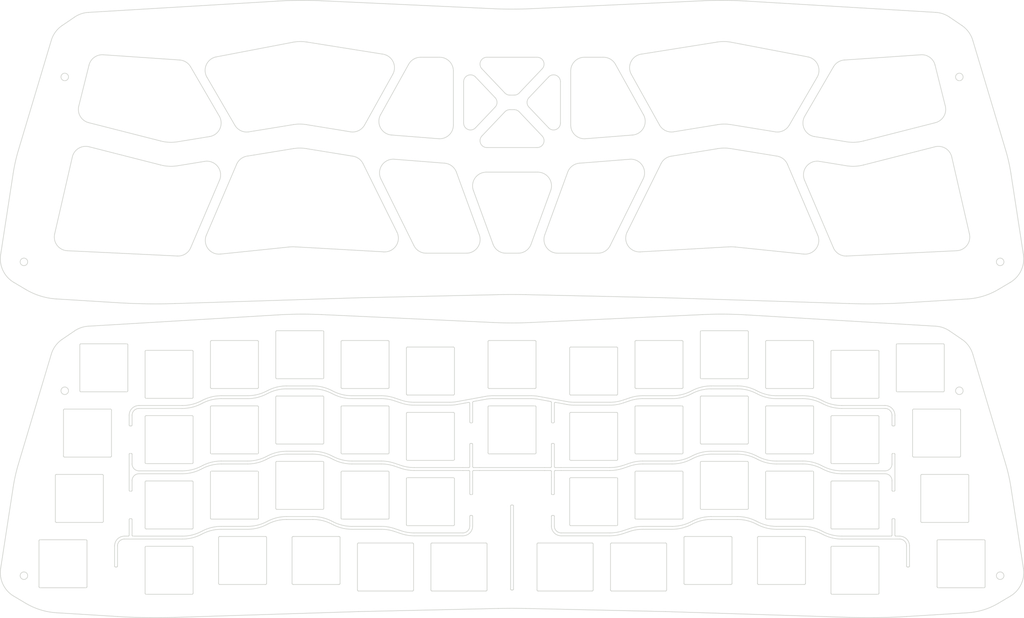
<source format=kicad_pcb>
(kicad_pcb (version 20211014) (generator pcbnew)

  (general
    (thickness 1.6)
  )

  (paper "A3")
  (layers
    (0 "F.Cu" signal)
    (31 "B.Cu" signal)
    (32 "B.Adhes" user "B.Adhesive")
    (33 "F.Adhes" user "F.Adhesive")
    (34 "B.Paste" user)
    (35 "F.Paste" user)
    (36 "B.SilkS" user "B.Silkscreen")
    (37 "F.SilkS" user "F.Silkscreen")
    (38 "B.Mask" user)
    (39 "F.Mask" user)
    (40 "Dwgs.User" user "User.Drawings")
    (41 "Cmts.User" user "User.Comments")
    (42 "Eco1.User" user "User.Eco1")
    (43 "Eco2.User" user "User.Eco2")
    (44 "Edge.Cuts" user)
    (45 "Margin" user)
    (46 "B.CrtYd" user "B.Courtyard")
    (47 "F.CrtYd" user "F.Courtyard")
    (48 "B.Fab" user)
    (49 "F.Fab" user)
    (50 "User.1" user)
    (51 "User.2" user)
    (52 "User.3" user)
    (53 "User.4" user)
    (54 "User.5" user)
    (55 "User.6" user)
    (56 "User.7" user)
    (57 "User.8" user)
    (58 "User.9" user)
  )

  (setup
    (pad_to_mask_clearance 0)
    (pcbplotparams
      (layerselection 0x00010fc_ffffffff)
      (disableapertmacros false)
      (usegerberextensions false)
      (usegerberattributes true)
      (usegerberadvancedattributes false)
      (creategerberjobfile true)
      (svguseinch false)
      (svgprecision 6)
      (excludeedgelayer true)
      (plotframeref false)
      (viasonmask false)
      (mode 1)
      (useauxorigin false)
      (hpglpennumber 1)
      (hpglpenspeed 20)
      (hpglpendiameter 15.000000)
      (dxfpolygonmode true)
      (dxfimperialunits true)
      (dxfusepcbnewfont true)
      (psnegative false)
      (psa4output false)
      (plotreference true)
      (plotvalue true)
      (plotinvisibletext false)
      (sketchpadsonfab false)
      (subtractmaskfromsilk false)
      (outputformat 1)
      (mirror false)
      (drillshape 0)
      (scaleselection 1)
      (outputdirectory "")
    )
  )

  (net 0 "")

  (gr_arc (start 113.665 131.445) (mid 113.752868 131.232868) (end 113.965 131.145) (layer "Edge.Cuts") (width 0.2) (tstamp 0170ae63-5bcd-41a6-bef7-8618aabbaf4f))
  (gr_line (start 67.353089 150.9525) (end 54.715002 150.9525) (layer "Edge.Cuts") (width 0.2) (tstamp 022ddbdb-572d-4cb8-9bfe-0943f33575a5))
  (gr_line (start 129.959563 80.470331) (end 120.077423 60.515101) (layer "Edge.Cuts") (width 0.2) (tstamp 02511a6f-d00a-483a-a45a-86be742e6af7))
  (gr_arc (start 216.18613 165.579126) (mid 218.818076 164.614875) (end 221.601914 164.2875) (layer "Edge.Cuts") (width 0.2) (tstamp 02c9b732-cb9b-43c3-be90-9093293a0a4e))
  (gr_arc (start 170.2275 112.095) (mid 170.439632 112.182868) (end 170.5275 112.395) (layer "Edge.Cuts") (width 0.2) (tstamp 02d70a49-9ee1-410f-bfe9-8837f1b46a36))
  (gr_arc (start 280.6525 146.0975) (mid 280.440368 146.009632) (end 280.3525 145.7975) (layer "Edge.Cuts") (width 0.2) (tstamp 02ee58e5-11ac-4d5b-a6ca-b8ee7e348e09))
  (gr_arc (start 40.14897 31.774987) (mid 41.67735 29.509824) (end 44.303455 28.754519) (layer "Edge.Cuts") (width 0.2) (tstamp 02fa6193-220e-4c3d-9498-fdf46b70d6bc))
  (gr_arc (start 89.265 150.195) (mid 89.477132 150.282868) (end 89.565 150.495) (layer "Edge.Cuts") (width 0.2) (tstamp 033db59a-4f0b-4a6a-a08e-3c32d0d5988e))
  (gr_line (start 52.715 133.902494) (end 52.715 136.752493) (layer "Edge.Cuts") (width 0.2) (tstamp 03929dd9-3ed7-4422-aab6-d6d50672b8d8))
  (gr_arc (start 197.824613 148.723949) (mid 199.715967 148.253276) (end 201.658568 148.095) (layer "Edge.Cuts") (width 0.2) (tstamp 03c80f18-f8f1-4253-aaff-a18159ac0745))
  (gr_line (start 187.19625 171.45) (end 187.19625 184.85) (layer "Edge.Cuts") (width 0.2) (tstamp 04211755-4c11-4401-91cd-5ec0822bd529))
  (gr_arc (start 94.915 123.2375) (mid 94.702868 123.149632) (end 94.615 122.9375) (layer "Edge.Cuts") (width 0.2) (tstamp 05419eda-1142-4d37-a530-ff054ff3d806))
  (gr_arc (start 94.915 142.2875) (mid 94.702868 142.199632) (end 94.615 141.9875) (layer "Edge.Cuts") (width 0.2) (tstamp 06326dad-d059-48f5-ae95-c2297350236a))
  (gr_line (start 234.693866 126.629123) (end 235.236135 126.903377) (layer "Edge.Cuts") (width 0.2) (tstamp 067251b7-f4c3-4f60-95f9-33afd48b1e8f))
  (gr_arc (start 199.39 150.495) (mid 199.477868 150.282868) (end 199.69 150.195) (layer "Edge.Cuts") (width 0.2) (tstamp 067b1f4e-1fe2-476e-be9f-6a164dcc944f))
  (gr_arc (start 218.74 123.2375) (mid 218.527868 123.149632) (end 218.44 122.9375) (layer "Edge.Cuts") (width 0.2) (tstamp 0683d85a-4b04-4669-9d54-771b5a9aa72d))
  (gr_arc (start 232.14 109.2375) (mid 232.352132 109.325368) (end 232.44 109.5375) (layer "Edge.Cuts") (width 0.2) (tstamp 07098988-9985-40be-95b3-c666bf62a703))
  (gr_arc (start 75.565 150.495) (mid 75.652868 150.282868) (end 75.865 150.195) (layer "Edge.Cuts") (width 0.2) (tstamp 07741b60-e3d5-4a6f-be7a-7b0d6239d60f))
  (gr_line (start 94.915 161.3375) (end 108.315 161.3375) (layer "Edge.Cuts") (width 0.2) (tstamp 077ba061-4072-4c42-8179-fbc328a19526))
  (gr_line (start 234.693866 127.479123) (end 235.236135 127.753377) (layer "Edge.Cuts") (width 0.2) (tstamp 078207f0-82a1-4462-8893-c86745b7ee7e))
  (gr_arc (start 175.608751 142.0975) (mid 175.785559 142.170706) (end 175.858751 142.3475) (layer "Edge.Cuts") (width 0.2) (tstamp 07be06bf-a90b-4dba-89ec-6fdbab2a4cfa))
  (gr_arc (start 259.701914 131.9025) (mid 256.918075 131.575131) (end 254.28613 130.610874) (layer "Edge.Cuts") (width 0.2) (tstamp 08c5cd5d-530a-48e7-8dff-a75ba3684ab4))
  (gr_line (start 274.59 137.002499) (end 274.94 137.002499) (layer "Edge.Cuts") (width 0.2) (tstamp 09126642-a5e6-4251-b7a7-751fb9a98622))
  (gr_line (start 108.615 147.6375) (end 108.615 161.0375) (layer "Edge.Cuts") (width 0.2) (tstamp 091e4c94-43ba-4908-87e6-16ddcf749598))
  (gr_line (start 294.3525 132.3975) (end 294.3525 145.7975) (layer "Edge.Cuts") (width 0.2) (tstamp 09209a0a-3b0d-40f2-b971-b9126ddf1e3a))
  (gr_arc (start 256.84 186.1025) (mid 256.627868 186.014632) (end 256.54 185.8025) (layer "Edge.Cuts") (width 0.2) (tstamp 09351272-125a-4802-8b92-0fe731faeb27))
  (gr_arc (start 180.640001 33.477623) (mid 181.811566 30.649181) (end 184.640001 29.477623) (layer "Edge.Cuts") (width 0.2) (tstamp 0a6413fe-881e-4790-9fc4-f51bce373319))
  (gr_arc (start 218.74 161.3375) (mid 218.527868 161.249632) (end 218.44 161.0375) (layer "Edge.Cuts") (width 0.2) (tstamp 0a962f81-7403-4193-a1b3-26ddf9c27445))
  (gr_line (start 283.03375 165.1475) (end 296.43375 165.1475) (layer "Edge.Cuts") (width 0.2) (tstamp 0b1f6337-337c-4164-9b2b-1b136f429e36))
  (gr_arc (start 180.64 128) (mid 180.427868 127.912132) (end 180.34 127.7) (layer "Edge.Cuts") (width 0.2) (tstamp 0bddd2c2-7adb-45a5-89d2-1edc26fab62b))
  (gr_arc (start 91.818871 127.753374) (mid 89.186925 128.717625) (end 86.403087 129.045) (layer "Edge.Cuts") (width 0.2) (tstamp 0c2d0814-55d6-4b0e-b0b5-fdcab5c55c3f))
  (gr_line (start 192.54625 185.15) (end 208.3275 185.15) (layer "Edge.Cuts") (width 0.2) (tstamp 0c305fd4-f428-40ff-9001-497adb1f9b97))
  (gr_arc (start 56.815 148.0025) (mid 56.602868 147.914632) (end 56.515 147.7025) (layer "Edge.Cuts") (width 0.2) (tstamp 0c380f71-8dda-489f-87fa-f0348dd04581))
  (gr_arc (start 294.3525 145.7975) (mid 294.264632 146.009632) (end 294.0525 146.0975) (layer "Edge.Cuts") (width 0.2) (tstamp 0d69bc6c-728b-446a-81ba-6c1d7266b0c1))
  (gr_line (start 140.15875 171.15) (end 155.94 171.15) (layer "Edge.Cuts") (width 0.2) (tstamp 0d96c69a-cbc8-4945-8de2-9a72cda2d43d))
  (gr_line (start 113.965 150.195) (end 127.365 150.195) (layer "Edge.Cuts") (width 0.2) (tstamp 0daba731-2cec-44b1-91b2-d707b13b529e))
  (gr_arc (start 92.36113 164.729126) (mid 94.993076 163.764875) (end 97.776914 163.4375) (layer "Edge.Cuts") (width 0.2) (tstamp 0de4fa54-59c4-4ffc-b7e2-04267f018017))
  (gr_line (start 180.640001 33.477623) (end 180.64 49.251073) (layer "Edge.Cuts") (width 0.2) (tstamp 0df222c5-d8b0-48dc-986d-26af9d6f1a9c))
  (gr_arc (start 132.715 133.35) (mid 132.802868 133.137868) (end 133.015 133.05) (layer "Edge.Cuts") (width 0.2) (tstamp 0e178da7-cc33-4cb2-87e3-f4d5a4c43259))
  (gr_line (start 188.563503 86.627623) (end 176.836578 86.627623) (layer "Edge.Cuts") (width 0.2) (tstamp 0ed66bbc-b168-4268-9700-76c75e60f0dd))
  (gr_line (start 52.715006 145.2525) (end 52.715006 148.1025) (layer "Edge.Cuts") (width 0.2) (tstamp 0efb940e-5c60-41fa-b9ae-5827698a2603))
  (gr_arc (start 116.826914 148.095) (mid 114.043076 147.767631) (end 111.411131 146.803375) (layer "Edge.Cuts") (width 0.2) (tstamp 0f77858d-4fb8-4c28-92f3-def97da0fd38))
  (gr_line (start 29.149401 116.071823) (end 19.549811 148.137083) (layer "Edge.Cuts") (width 0.2) (tstamp 0f984ef0-934d-4e55-be70-db07e2e61493))
  (gr_line (start 201.658567 128.195) (end 210.228086 128.195) (layer "Edge.Cuts") (width 0.2) (tstamp 0fb6f3df-e9a9-45b8-aacd-48537f4f6da6))
  (gr_line (start 274.09 169.1525) (end 259.701915 169.1525) (layer "Edge.Cuts") (width 0.2) (tstamp 0fb8b8bc-2bba-4f36-a406-42374f411913))
  (gr_line (start 199.39 112.395) (end 199.39 125.795) (layer "Edge.Cuts") (width 0.2) (tstamp 0fd82942-3909-4cde-9885-2d7e3bcde05a))
  (gr_arc (start 301.19625 170.1975) (mid 301.40835 170.285386) (end 301.49625 170.4975) (layer "Edge.Cuts") (width 0.2) (tstamp 100b254f-8bf0-46df-8db1-fdd5c1733b25))
  (gr_line (start 175.25875 136.0975) (end 175.60875 136.0975) (layer "Edge.Cuts") (width 0.2) (tstamp 1017bf54-a389-4591-9021-b6f2c56c3f75))
  (gr_arc (start 248.328086 128.195) (mid 251.111925 128.522369) (end 253.74387 129.486626) (layer "Edge.Cuts") (width 0.2) (tstamp 1055af96-bde6-484d-9364-635d53fbfe36))
  (gr_line (start 289.59 113.3475) (end 289.59 126.7475) (layer "Edge.Cuts") (width 0.2) (tstamp 10ccfdcb-dc47-41b5-9c2c-2212c9b2edb8))
  (gr_arc (start 127.665 163.895) (mid 127.577132 164.107132) (end 127.365 164.195) (layer "Edge.Cuts") (width 0.2) (tstamp 1140c820-0ce4-42d8-8441-e15302bd326b))
  (gr_line (start 133.015 133.05) (end 146.415 133.05) (layer "Edge.Cuts") (width 0.2) (tstamp 116831f2-d8ab-4e58-bc3b-4d4469b6d15f))
  (gr_arc (start 208.3275 171.15) (mid 208.539632 171.237868) (end 208.6275 171.45) (layer "Edge.Cuts") (width 0.2) (tstamp 11800664-af73-4e70-8736-161adab64817))
  (gr_line (start 70.515 115.2525) (end 70.515 128.6525) (layer "Edge.Cuts") (width 0.2) (tstamp 11d71e02-c88b-47e2-8a44-90ee9ecc5053))
  (gr_line (start 134.983568 150) (end 149.19625 149.999999) (layer "Edge.Cuts") (width 0.2) (tstamp 120ebe9e-f9bc-4c70-b4e3-63704e782181))
  (gr_arc (start 40.058491 48.557813) (mid 37.611027 46.732028) (end 37.164881 43.711343) (layer "Edge.Cuts") (width 0.2) (tstamp 12714005-94b2-449b-b647-8b63c0a357c5))
  (gr_line (start 219.097544 13.007852) (end 169.060072 15.317274) (layer "Edge.Cuts") (width 0.2) (tstamp 1297460a-f833-49f9-ac50-09085dd0e8ed))
  (gr_arc (start 152.04625 150.249999) (mid 152.119477 150.073241) (end 152.29625 149.999999) (layer "Edge.Cuts") (width 0.2) (tstamp 12dbfd62-3b90-4e89-aa69-4594a3282874))
  (gr_line (start 86.236283 58.319094) (end 99.686549 56.129115) (layer "Edge.Cuts") (width 0.2) (tstamp 13006d42-3245-4ef0-8bea-012841077aa7))
  (gr_line (start 151.19625 151.999999) (end 151.19625 150.249999) (layer "Edge.Cuts") (width 0.2) (tstamp 1345b87c-17df-4159-8840-f047dd73a321))
  (gr_arc (start 305.351964 188.7311) (mid 301.026965 190.647418) (end 296.372867 191.494323) (layer "Edge.Cuts") (width 0.2) (tstamp 13637bee-6cb8-4dd3-a003-251fd456ba35))
  (gr_line (start 134.80875 171.45) (end 134.80875 184.85) (layer "Edge.Cuts") (width 0.2) (tstamp 1364e120-c511-4226-b6ff-df210d18df11))
  (gr_line (start 95.277066 104.615692) (end 39.963211 107.91633) (layer "Edge.Cuts") (width 0.2) (tstamp 14433204-b498-4a76-a424-c10f8eda3395))
  (gr_line (start 51.465 113.3475) (end 51.465 126.7475) (layer "Edge.Cuts") (width 0.2) (tstamp 14a1200e-3735-4b68-8f20-d85331dd35fe))
  (gr_line (start 274.34 133.9025) (end 274.34 136.752499) (layer "Edge.Cuts") (width 0.2) (tstamp 14b2aed2-bdc5-4e33-8e20-7725cd5f2e6d))
  (gr_arc (start 156.5275 131.445) (mid 156.615368 131.232868) (end 156.8275 131.145) (layer "Edge.Cuts") (width 0.2) (tstamp 1503d145-693d-4d6f-a110-846585443a3e))
  (gr_arc (start 156.193757 55.815123) (mid 154.356055 54.604268) (end 154.743504 52.437892) (layer "Edge.Cuts") (width 0.2) (tstamp 151a5898-0fc6-4499-a4f5-cbcabc660f54))
  (gr_arc (start 287.091789 16.393954) (mid 289.194087 16.806785) (end 291.111427 17.762759) (layer "Edge.Cuts") (width 0.2) (tstamp 1548c10a-748f-4e62-b5ae-4e6a4581d9fa))
  (gr_arc (start 92.361129 145.679126) (mid 94.993076 144.714875) (end 97.776914 144.3875) (layer "Edge.Cuts") (width 0.2) (tstamp 1597b568-f499-46f0-ab33-96575708dacf))
  (gr_line (start 105.453087 145.2375) (end 97.776913 145.2375) (layer "Edge.Cuts") (width 0.2) (tstamp 15b664d1-4d24-41fe-b473-cbb2fdeb9534))
  (gr_line (start 29.149401 24.549447) (end 19.549811 56.614706) (layer "Edge.Cuts") (width 0.2) (tstamp 164a7477-213e-4996-9eb1-fd436342a36f))
  (gr_line (start 127.665 150.495) (end 127.665 163.895) (layer "Edge.Cuts") (width 0.2) (tstamp 167d9506-cbf7-442a-b53a-8b35de2ffc21))
  (gr_arc (start 94.615 128.5875) (mid 94.702868 128.375368) (end 94.915 128.2875) (layer "Edge.Cuts") (width 0.2) (tstamp 168b7f13-8377-4fd8-80f3-324f35f8f3ad))
  (gr_arc (start 92.36113 126.629126) (mid 94.993076 125.664875) (end 97.776914 125.3375) (layer "Edge.Cuts") (width 0.2) (tstamp 16acf1c1-88ec-46be-8a8e-c5f378acd2b8))
  (gr_line (start 195.905386 167.571051) (end 197.824612 166.923949) (layer "Edge.Cuts") (width 0.2) (tstamp 16ca73d9-84b6-4a25-b32a-0e214ccf0ef6))
  (gr_arc (start 158.598272 41.269141) (mid 159.148033 42.64638) (end 158.598283 44.023615) (layer "Edge.Cuts") (width 0.2) (tstamp 16ce46ae-a5da-4a36-b9d8-fd99730c5138))
  (gr_line (start 235.236131 146.803375) (end 234.69387 146.529125) (layer "Edge.Cuts") (width 0.2) (tstamp 16dd4759-ac89-4476-95f7-25a966b65d3e))
  (gr_line (start 152.865253 50.060615) (end 158.598283 44.023615) (layer "Edge.Cuts") (width 0.2) (tstamp 17355200-fca8-40b7-9e29-edff76c4c3d2))
  (gr_arc (start 52.715006 155.802499) (mid 52.641783 155.979278) (end 52.465006 156.052499) (layer "Edge.Cuts") (width 0.2) (tstamp 177a4560-6956-42a3-934b-a18dc6ebaaab))
  (gr_line (start 132.715 152.4) (end 132.715 165.8) (layer "Edge.Cuts") (width 0.2) (tstamp 17aa9710-56d8-4f03-ace6-70dd3f5e1202))
  (gr_line (start 18.032513 154.862779) (end 14.381586 178.557291) (layer "Edge.Cuts") (width 0.2) (tstamp 18c48255-b604-43ab-baab-2f65d6aedddb))
  (gr_arc (start 151.19625 166.2) (mid 150.610461 167.614196) (end 149.19625 168.2) (layer "Edge.Cuts") (width 0.2) (tstamp 18ca0bdd-c0cb-4642-83ab-453acf2b324e))
  (gr_line (start 165.618912 39.902283) (end 172.311463 32.854888) (layer "Edge.Cuts") (width 0.2) (tstamp 18ce1873-606c-4476-9b73-c5301a84932b))
  (gr_line (start 174.792916 68.364136) (end 169.075314 84.001251) (layer "Edge.Cuts") (width 0.2) (tstamp 18d07956-c865-4c06-a4a9-3749aa401cb7))
  (gr_arc (start 259.701913 150.9525) (mid 256.918075 150.625131) (end 254.28613 149.660875) (layer "Edge.Cuts") (width 0.2) (tstamp 18e13a74-8dee-43e2-833f-64232bb4844b))
  (gr_arc (start 37.765 127.0475) (mid 37.552868 126.959632) (end 37.465 126.7475) (layer "Edge.Cuts") (width 0.2) (tstamp 18e24b69-7bd4-4caf-89f5-8ccd6fbc29f3))
  (gr_arc (start 219.097544 13.007852) (mid 225.438869 12.882972) (end 231.777934 13.093315) (layer "Edge.Cuts") (width 0.2) (tstamp 18f1e430-92f1-48d9-8970-2b3d68a674b8))
  (gr_arc (start 240.818717 58.319094) (mid 242.641691 59.117522) (end 243.854271 60.695613) (layer "Edge.Cuts") (width 0.2) (tstamp 1916064a-9cbf-43c4-9e27-0bb1095eaadc))
  (gr_arc (start 179.757746 62.990508) (mid 181.095889 61.17815) (end 183.201231 60.376421) (layer "Edge.Cuts") (width 0.2) (tstamp 19193bd1-c853-4c1f-a823-2fafc60070a2))
  (gr_line (start 78.207582 65.360949) (end 69.807554 85.022797) (layer "Edge.Cuts") (width 0.2) (tstamp 193ba904-a991-4874-9e10-9630e7507f9d))
  (gr_arc (start 72.76887 130.610874) (mid 70.136924 131.575125) (end 67.353086 131.9025) (layer "Edge.Cuts") (width 0.2) (tstamp 19c0ddc6-cdc4-44d9-993d-6080c2735099))
  (gr_line (start 240.651914 129.045) (end 248.328086 129.045) (layer "Edge.Cuts") (width 0.2) (tstamp 19c72a67-b62f-4d95-b9e6-1aeb99074317))
  (gr_arc (start 125.396434 128.195) (mid 127.339034 128.353287) (end 129.23039 128.82395) (layer "Edge.Cuts") (width 0.2) (tstamp 1a934790-d1b6-42b2-a706-9bd56f570383))
  (gr_line (start 125.396433 129.045) (end 116.826914 129.045) (layer "Edge.Cuts") (width 0.2) (tstamp 1abab86c-13c9-446a-b47a-f36b005cf185))
  (gr_arc (start 72.768872 149.660875) (mid 70.136926 150.625126) (end 67.353088 150.9525) (layer "Edge.Cuts") (width 0.2) (tstamp 1ae40128-5fc6-4672-af15-ffb78c009b78))
  (gr_line (start 274.59 164.052501) (end 274.94 164.052501) (layer "Edge.Cuts") (width 0.2) (tstamp 1b2cc8b7-e9d3-4d94-af06-5b696a86d708))
  (gr_line (start 127.665 112.395) (end 127.665 125.795) (layer "Edge.Cuts") (width 0.2) (tstamp 1b4d9b63-521b-4589-9289-cf2fb3058f31))
  (gr_arc (start 146.415 152.1) (mid 146.627132 152.187868) (end 146.715 152.4) (layer "Edge.Cuts") (width 0.2) (tstamp 1b7a741f-602b-4402-b384-36389ece1230))
  (gr_arc (start 162.886332 40.525052) (mid 162.097178 40.362787) (end 161.43609 39.902295) (layer "Edge.Cuts") (width 0.2) (tstamp 1bbfa386-91bb-41ec-b6c7-d7a9ca07db6f))
  (gr_arc (start 248.80875 169.245) (mid 249.02085 169.332886) (end 249.10875 169.545) (layer "Edge.Cuts") (width 0.2) (tstamp 1bf08f35-dfb0-41b3-a200-6f5d1a585f32))
  (gr_arc (start 105.453087 125.3375) (mid 108.236925 125.664869) (end 110.86887 126.629125) (layer "Edge.Cuts") (width 0.2) (tstamp 1c4809d6-6957-4349-b6a0-501f2f77c29a))
  (gr_line (start 210.228086 167.145) (end 201.658566 167.145) (layer "Edge.Cuts") (width 0.2) (tstamp 1c4f1960-c5f8-4b4f-b8ac-57efb0a1410a))
  (gr_line (start 259.701913 150.1025) (end 272.34 150.1025) (layer "Edge.Cuts") (width 0.2) (tstamp 1c4f3047-94cf-4f40-ad5d-f57c373fff30))
  (gr_arc (start 159.510643 98.717285) (mid 163.5275 98.67246) (end 167.544357 98.717285) (layer "Edge.Cuts") (width 0.2) (tstamp 1c609dbc-490a-4510-a672-4ef319ad1a53))
  (gr_arc (start 152.04625 166.2) (mid 151.211507 168.215272) (end 149.19625 169.05) (layer "Edge.Cuts") (width 0.2) (tstamp 1ceb6f1a-8bfd-4051-9e6b-863b071864fe))
  (gr_line (start 180.34 114.3) (end 180.34 127.7) (layer "Edge.Cuts") (width 0.2) (tstamp 1d3c6d32-f835-4b51-80fe-3b89f450775e))
  (gr_arc (start 175.008751 163.349999) (mid 175.081978 163.173241) (end 175.258751 163.099999) (layer "Edge.Cuts") (width 0.2) (tstamp 1d4e0165-c569-45f5-a74b-c46a68972500))
  (gr_arc (start 113.665 112.395) (mid 113.752868 112.182868) (end 113.965 112.095) (layer "Edge.Cuts") (width 0.2) (tstamp 1da7b455-08eb-4f9f-b07c-fe84e6f3b3e5))
  (gr_line (start 75.565 150.495) (end 75.565 163.895) (layer "Edge.Cuts") (width 0.2) (tstamp 1de6d003-27d7-4515-bfd7-6f491758db28))
  (gr_arc (start 18.032513 63.340403) (mid 18.675096 59.95137) (end 19.549811 56.614706) (layer "Edge.Cuts") (width 0.2) (tstamp 1e1c3298-6f6a-4888-b56c-2369bfbfb5ed))
  (gr_line (start 201.658568 147.245) (end 210.228085 147.245) (layer "Edge.Cuts") (width 0.2) (tstamp 1e3e3939-31b8-4d32-8b43-46caea10c66f))
  (gr_line (start 199.69 164.195) (end 213.09 164.195) (layer "Edge.Cuts") (width 0.2) (tstamp 1e4a232c-b8bd-4996-9ced-eb48b1437181))
  (gr_line (start 177.858751 149.15) (end 192.071434 149.15) (layer "Edge.Cuts") (width 0.2) (tstamp 1e503ad4-7c84-4084-9a04-5b5422cd04cf))
  (gr_line (start 113.665 131.445) (end 113.665 144.845) (layer "Edge.Cuts") (width 0.2) (tstamp 1e6d132b-0398-4382-85be-f68ec528506c))
  (gr_line (start 52.115002 164.052496) (end 52.465002 164.052496) (layer "Edge.Cuts") (width 0.2) (tstamp 1ec4da02-b7ae-49fe-83c9-ca84e9425c72))
  (gr_arc (start 274.59 156.052499) (mid 274.413224 155.979276) (end 274.34 155.802499) (layer "Edge.Cuts") (width 0.2) (tstamp 1ed001f6-7133-46f6-99a8-be45141129ac))
  (gr_arc (start 251.19 150.195) (mid 251.402132 150.282868) (end 251.49 150.495) (layer "Edge.Cuts") (width 0.2) (tstamp 1ed4b8a2-27f2-4f7a-89a1-803cf732faf0))
  (gr_arc (start 152.04625 156.802499) (mid 151.973024 156.979259) (end 151.79625 157.052499) (layer "Edge.Cuts") (width 0.2) (tstamp 1f5ae4ce-b63c-42d8-970a-1f994c85c012))
  (gr_line (start 152.04625 142.3475) (end 152.04625 147.15) (layer "Edge.Cuts") (width 0.2) (tstamp 1f705ea1-5ad0-47f4-a016-eb4420341217))
  (gr_arc (start 249.10875 182.945) (mid 249.020885 183.15715) (end 248.80875 183.245) (layer "Edge.Cuts") (width 0.2) (tstamp 1fddba80-37ed-4a41-aa2f-9688cd215461))
  (gr_line (start 173.008751 149.15) (end 174.758751 149.15) (layer "Edge.Cuts") (width 0.2) (tstamp 1ff8b4f1-c062-4049-9dff-ef7d7376f481))
  (gr_arc (start 229.278086 163.4375) (mid 232.061925 163.764869) (end 234.69387 164.729126) (layer "Edge.Cuts") (width 0.2) (tstamp 2012cf55-4679-4938-a8e2-8626d4e137b8))
  (gr_arc (start 94.615 147.6375) (mid 94.702868 147.425368) (end 94.915 147.3375) (layer "Edge.Cuts") (width 0.2) (tstamp 20253d98-3103-40b0-a365-cfbfc7016b08))
  (gr_arc (start 35.943573 109.285136) (mid 37.860916 108.329167) (end 39.963211 107.91633) (layer "Edge.Cuts") (width 0.2) (tstamp 2075d218-f123-490a-885b-c224163d8fc9))
  (gr_line (start 294.737834 20.226857) (end 291.111427 17.762759) (layer "Edge.Cuts") (width 0.2) (tstamp 207fcde4-1c25-46ce-84fe-d32a83a390c4))
  (gr_arc (start 190.188187 29.477623) (mid 192.215546 30.029458) (end 193.683515 31.532712) (layer "Edge.Cuts") (width 0.2) (tstamp 20892cab-15cd-4c77-94c4-e1c8383c4737))
  (gr_arc (start 30.682133 99.971947) (mid 26.028036 99.125034) (end 21.703034 97.208723) (layer "Edge.Cuts") (width 0.2) (tstamp 20c8b11d-cba9-4059-8084-1ca429aa4c8b))
  (gr_line (start 167.544357 190.239662) (end 208.3275 191.15) (layer "Edge.Cuts") (width 0.2) (tstamp 20f37885-a674-4dfb-8dc8-c4f37dc3a40f))
  (gr_line (start 149.415 48.683383) (end 149.415 36.609483) (layer "Edge.Cuts") (width 0.2) (tstamp 20f3ba75-a12a-4a01-a673-7fa487b2198c))
  (gr_arc (start 56.815 186.1025) (mid 56.602868 186.014632) (end 56.515 185.8025) (layer "Edge.Cuts") (width 0.2) (tstamp 2115b1ed-0bcb-4f88-a3ce-e810fbca7be3))
  (gr_line (start 65.1857 192.838518) (end 118.7275 191.15) (layer "Edge.Cuts") (width 0.2) (tstamp 214a6371-b4d6-4113-804d-075ecd50504f))
  (gr_line (start 216.18613 146.529125) (end 215.643868 146.803375) (layer "Edge.Cuts") (width 0.2) (tstamp 217f14d1-a00a-4dc5-9975-66a89a0b4ddb))
  (gr_arc (start 218.44 128.5875) (mid 218.527868 128.375368) (end 218.74 128.2875) (layer "Edge.Cuts") (width 0.2) (tstamp 21863c70-06b9-4c5b-928a-3cfe42f1554b))
  (gr_arc (start 151.44625 157.052499) (mid 151.269441 156.979293) (end 151.19625 156.802499) (layer "Edge.Cuts") (width 0.2) (tstamp 21f5bcee-8ad5-417d-a89b-d155ce6489fa))
  (gr_line (start 40.167558 55.585583) (end 61.092732 60.913385) (layer "Edge.Cuts") (width 0.2) (tstamp 2202b9c5-59d0-41b7-b6b3-9d55c82a2b7f))
  (gr_line (start 218.74 123.2375) (end 232.14 123.2375) (layer "Edge.Cuts") (width 0.2) (tstamp 22dd5baf-8eb0-4a94-9f98-946f27908b6e))
  (gr_line (start 227.6775 169.545) (end 227.6775 182.945) (layer "Edge.Cuts") (width 0.2) (tstamp 22f07b44-57c3-47ca-a17e-a2822b42ecfc))
  (gr_line (start 256.84 114.9525) (end 270.24 114.9525) (layer "Edge.Cuts") (width 0.2) (tstamp 23a3a1de-f6fc-4250-beea-ef87f0354d24))
  (gr_arc (start 56.815 167.0525) (mid 56.602868 166.964632) (end 56.515 166.7525) (layer "Edge.Cuts") (width 0.2) (tstamp 23ccfaf3-b069-4840-8ba3-527f375ba02e))
  (gr_arc (start 176.108751 149.15) (mid 175.931941 149.076795) (end 175.858751 148.9) (layer "Edge.Cuts") (width 0.2) (tstamp 24216aba-41e3-43f2-be8e-dafbcb903ff9))
  (gr_line (start 221.601914 125.3375) (end 229.278086 125.3375) (layer "Edge.Cuts") (width 0.2) (tstamp 24255f38-992e-404f-8052-06b3fdca97ce))
  (gr_arc (start 213.39 144.845) (mid 213.302132 145.057132) (end 213.09 145.145) (layer "Edge.Cuts") (width 0.2) (tstamp 243cd77e-f556-4436-89a3-a46cb3b073e3))
  (gr_arc (start 151.79625 163.100001) (mid 151.973059 163.173207) (end 152.04625 163.350001) (layer "Edge.Cuts") (width 0.2) (tstamp 2468a5b7-5e93-4b94-a48f-11780dd01eea))
  (gr_line (start 133.015 152.1) (end 146.415 152.1) (layer "Edge.Cuts") (width 0.2) (tstamp 24816184-9278-414b-b9ad-d2faa6103560))
  (gr_arc (start 248.328085 147.245) (mid 251.111923 147.572368) (end 253.743868 148.536625) (layer "Edge.Cuts") (width 0.2) (tstamp 24888271-3728-4d1e-92da-dd6a139b8869))
  (gr_arc (start 248.328086 129.045) (mid 251.111925 129.372369) (end 253.74387 130.336626) (layer "Edge.Cuts") (width 0.2) (tstamp 24ed73ec-9b82-47f4-8769-d1bd85f59005))
  (gr_line (start 199.69 131.145) (end 213.09 131.145) (layer "Edge.Cuts") (width 0.2) (tstamp 2509356c-4304-4384-b23d-7939d964ace6))
  (gr_line (start 163.3525 184.850001) (end 163.7025 184.850001) (layer "Edge.Cuts") (width 0.2) (tstamp 25484390-9805-4f94-aa1b-b98e3e795b44))
  (gr_arc (start 133.371485 31.532712) (mid 134.839454 30.029458) (end 136.866813 29.477623) (layer "Edge.Cuts") (width 0.2) (tstamp 254cf8dd-af5f-482c-b0d7-63e819d0cf2e))
  (gr_line (start 111.411131 127.753375) (end 110.868869 127.479125) (layer "Edge.Cuts") (width 0.2) (tstamp 2552f03b-7078-4ce6-9240-72f727520bb7))
  (gr_circle (center 21.165 89.160123) (end 22.265 89.160123) (layer "Edge.Cuts") (width 0.2) (fill none) (tstamp 2572a131-57e8-4b5c-8a4a-36ed903f3fdc))
  (gr_line (start 199.39 150.495) (end 199.39 163.895) (layer "Edge.Cuts") (width 0.2) (tstamp 2597028b-d9eb-4759-b42c-8380e6110285))
  (gr_arc (start 199.69 145.145) (mid 199.477868 145.057132) (end 199.39 144.845) (layer "Edge.Cuts") (width 0.2) (tstamp 25f25bca-228c-4e4d-a3b0-167a84fc55a1))
  (gr_arc (start 91.818871 145.953374) (mid 89.186925 146.917625) (end 86.403087 147.245) (layer "Edge.Cuts") (width 0.2) (tstamp 271a31ec-573f-4cbc-b339-fe86c096f9e2))
  (gr_arc (start 48.461875 172.0025) (mid 49.04766 170.588278) (end 50.461875 170.0025) (layer "Edge.Cuts") (width 0.2) (tstamp 2752fa92-c190-4141-bc17-ae111bbe332c))
  (gr_arc (start 169.138816 129.045) (mid 170.223047 129.094083) (end 171.29841 129.240926) (layer "Edge.Cuts") (width 0.2) (tstamp 275bec17-7ab6-42ef-995c-236f0e5c8ad0))
  (gr_arc (start 283.03375 165.1475) (mid 282.82165 165.059614) (end 282.73375 164.8475) (layer "Edge.Cuts") (width 0.2) (tstamp 276bc832-5307-4d59-8d41-7c401c030272))
  (gr_arc (start 108.615 161.0375) (mid 108.527132 161.249632) (end 108.315 161.3375) (layer "Edge.Cuts") (width 0.2) (tstamp 278fb69e-2488-418e-9846-02cee3e4b25a))
  (gr_arc (start 181.728686 130.95) (mid 180.644455 130.900917) (end 179.569093 130.754074) (layer "Edge.Cuts") (width 0.2) (tstamp 28018589-03f1-4495-ae5c-24a5c8f3f9e9))
  (gr_arc (start 91.94625 182.945) (mid 91.858385 183.15715) (end 91.64625 183.245) (layer "Edge.Cuts") (width 0.2) (tstamp 2802057b-da37-4052-a75e-e429673daeed))
  (gr_line (start 152.29625 149.999999) (end 154.04625 149.999999) (layer "Edge.Cuts") (width 0.2) (tstamp 2815cdde-389a-4080-91e1-0e34fbdc3bee))
  (gr_line (start 206.524239 49.218123) (end 198.319814 34.473413) (layer "Edge.Cuts") (width 0.2) (tstamp 2823e614-5119-4ada-bbfe-791f60837e18))
  (gr_line (start 184.953262 53.238788) (end 198.678353 52.16059) (layer "Edge.Cuts") (width 0.2) (tstamp 285de434-87fc-426d-9cab-2d6c86907ed9))
  (gr_arc (start 105.453086 126.1875) (mid 108.236924 126.514869) (end 110.868869 127.479125) (layer "Edge.Cuts") (width 0.2) (tstamp 28724bad-b553-4963-a9a9-49435cc87e62))
  (gr_line (start 33.0025 132.0975) (end 46.4025 132.0975) (layer "Edge.Cuts") (width 0.2) (tstamp 2872bcb4-ac4b-42e4-bcd6-eaf5878751e2))
  (gr_arc (start 86.782191 51.230209) (mid 84.430606 50.898825) (end 82.681324 49.292645) (layer "Edge.Cuts") (width 0.2) (tstamp 29496f62-4feb-4a7f-9029-c5f0f00a2fc9))
  (gr_arc (start 70.515 166.7525) (mid 70.427132 166.964632) (end 70.215 167.0525) (layer "Edge.Cuts") (width 0.2) (tstamp 298a0ee9-af68-4f4c-8ab9-b0dbdffe301e))
  (gr_arc (start 35.282125 58.56642) (mid 37.097192 56.047313) (end 40.167558 55.585583) (layer "Edge.Cuts") (width 0.2) (tstamp 2a50cc00-6680-47ef-b76f-ab8184023537))
  (gr_line (start 94.915 147.3375) (end 108.315 147.3375) (layer "Edge.Cuts") (width 0.2) (tstamp 2a9e80c3-625d-4f21-ad81-40994511b4dc))
  (gr_arc (start 150.94625 149.999999) (mid 151.122995 150.07324) (end 151.19625 150.249999) (layer "Edge.Cuts") (width 0.2) (tstamp 2bda07d3-3717-43ad-bc6e-d3d765732c21))
  (gr_line (start 256.84 186.1025) (end 270.24 186.1025) (layer "Edge.Cuts") (width 0.2) (tstamp 2c5d3c0b-a041-4e97-a2ff-8a3c50dc103b))
  (gr_arc (start 73.31113 129.486626) (mid 75.943076 128.522375) (end 78.726914 128.195) (layer "Edge.Cuts") (width 0.2) (tstamp 2c65942e-6acb-45d5-a269-2f9b640da7b7))
  (gr_line (start 201.762867 64.987315) (end 192.148046 84.402744) (layer "Edge.Cuts") (width 0.2) (tstamp 2cfb3b1d-6c94-4584-b7ed-d7a4e1d9e17a))
  (gr_arc (start 216.18613 127.479126) (mid 218.818076 126.514875) (end 221.601914 126.1875) (layer "Edge.Cuts") (width 0.2) (tstamp 2d543231-1015-4106-a872-e3be4f7fd871))
  (gr_line (start 223.511549 49.129115) (end 210.662384 51.221222) (layer "Edge.Cuts") (width 0.2) (tstamp 2d5f2048-8934-48cb-a9fa-0c979088d04e))
  (gr_arc (start 275.59 113.3475) (mid 275.677868 113.135368) (end 275.89 113.0475) (layer "Edge.Cuts") (width 0.2) (tstamp 2e0a888e-6a4b-4bbf-9d9e-ab51f6484e97))
  (gr_line (start 278.593125 177.9) (end 278.593125 172.002481) (layer "Edge.Cuts") (width 0.2) (tstamp 2e251acd-c9b0-4084-83b8-dd4eeb0bcfe3))
  (gr_line (start 138.491497 86.627623) (end 150.218422 86.627623) (layer "Edge.Cuts") (width 0.2) (tstamp 2e59df4d-bc83-4c59-ae3d-e3f80cd9de87))
  (gr_arc (start 146.715 165.8) (mid 146.627132 166.012132) (end 146.415 166.1) (layer "Edge.Cuts") (width 0.2) (tstamp 2e7d265f-7d65-48bd-9c3c-8fa4ea27a2a0))
  (gr_arc (start 65.1857 192.838518) (mid 56.817915 192.907797) (end 48.455952 192.588097) (layer "Edge.Cuts") (width 0.2) (tstamp 2ea09192-2dd0-4b97-87c7-c1a42d496d7a))
  (gr_line (start 261.11773 87.446699) (end 293.222515 85.904594) (layer "Edge.Cuts") (width 0.2) (tstamp 2eacc550-4aa8-4d06-a83b-52ecbaa80230))
  (gr_line (start 274.34 164.302501) (end 274.34 168.9025) (layer "Edge.Cuts") (width 0.2) (tstamp 2eb821b6-bc5b-452e-87ef-961dec57e582))
  (gr_arc (start 251.49 163.895) (mid 251.402132 164.107132) (end 251.19 164.195) (layer "Edge.Cuts") (width 0.2) (tstamp 2f25a885-a1f7-4224-b74d-c7a87c8ac98b))
  (gr_arc (start 194.04 152.1) (mid 194.252132 152.187868) (end 194.34 152.4) (layer "Edge.Cuts") (width 0.2) (tstamp 2f9c76bc-452b-494b-b3fc-2415193c4fd6))
  (gr_arc (start 232.44 141.9875) (mid 232.352132 142.199632) (end 232.14 142.2875) (layer "Edge.Cuts") (width 0.2) (tstamp 2fb0a117-1677-417b-9585-44ca1dcbb78a))
  (gr_arc (start 105.453086 164.2875) (mid 108.236925 164.614869) (end 110.86887 165.579126) (layer "Edge.Cuts") (width 0.2) (tstamp 2fd9df86-810d-4f62-8430-a2588b65e493))
  (gr_line (start 199.69 126.095) (end 213.09 126.095) (layer "Edge.Cuts") (width 0.2) (tstamp 2fdf791d-2ba6-4f79-9100-701a577a3bb7))
  (gr_line (start 175.258751 142.0975) (end 175.608751 142.0975) (layer "Edge.Cuts") (width 0.2) (tstamp 3017b648-4dd9-4bfb-8863-bed5d898909b))
  (gr_line (start 256.54 172.4025) (end 256.54 185.8025) (layer "Edge.Cuts") (width 0.2) (tstamp 302def21-cd8f-4e0c-90cd-6087190987e0))
  (gr_line (start 175.008751 142.3475) (end 175.008751 147.15) (layer "Edge.Cuts") (width 0.2) (tstamp 304404e8-b6fe-4d29-bcf6-3129673e4105))
  (gr_line (start 56.815 114.9525) (end 70.215 114.9525) (layer "Edge.Cuts") (width 0.2) (tstamp 305911c1-1ad8-4ef2-a345-a62173ac8f4a))
  (gr_arc (start 151.19625 163.350001) (mid 151.269476 163.173241) (end 151.44625 163.100001) (layer "Edge.Cuts") (width 0.2) (tstamp 30c5b192-e984-41b0-ae8f-f3cd50f6b097))
  (gr_arc (start 195.905389 130.32105) (mid 194.014035 130.791724) (end 192.071433 130.95) (layer "Edge.Cuts") (width 0.2) (tstamp 30ca0699-7f80-4425-9658-81ec3698ced6))
  (gr_arc (start 261.11773 87.446699) (mid 258.802681 86.841346) (end 257.247446 85.022797) (layer "Edge.Cuts") (width 0.2) (tstamp 30f033c5-aa0e-4496-9d39-39e33ea27efd))
  (gr_arc (start 237.49 150.495) (mid 237.577868 150.282868) (end 237.79 150.195) (layer "Edge.Cuts") (width 0.2) (tstamp 319fe0c1-0218-4ca5-84ac-2c485eabf1ec))
  (gr_line (start 171.115 171.15) (end 186.89625 171.15) (layer "Edge.Cuts") (width 0.2) (tstamp 31bf8a90-0fee-41b8-ace1-4822f54d26ee))
  (gr_line (start 134.983567 130.1) (end 145.326317 130.1) (layer "Edge.Cuts") (width 0.2) (tstamp 31c5b6b1-ea8c-4b48-a0f2-a0d5fcd61f76))
  (gr_line (start 134.50875 185.15) (end 118.7275 185.15) (layer "Edge.Cuts") (width 0.2) (tstamp 31fa3082-688a-4878-82e9-b2c8c5821c2e))
  (gr_arc (start 125.396434 148.095) (mid 127.339033 148.253287) (end 129.230389 148.723949) (layer "Edge.Cuts") (width 0.2) (tstamp 32cdf7f9-1ca0-42ce-b681-43cc22722b9a))
  (gr_arc (start 256.54 134.3025) (mid 256.627868 134.090368) (end 256.84 134.0025) (layer "Edge.Cuts") (width 0.2) (tstamp 32e7f931-867e-4e4f-b464-e95c67d0e2c0))
  (gr_line (start 248.847418 65.360949) (end 257.247446 85.022797) (layer "Edge.Cuts") (width 0.2) (tstamp 33206288-ff40-4697-8227-6fbcc0cc2959))
  (gr_line (start 113.665 112.395) (end 113.665 125.795) (layer "Edge.Cuts") (width 0.2) (tstamp 33644179-a6c9-4fe9-a786-746635b3fb25))
  (gr_line (start 180.64 114) (end 194.04 114) (layer "Edge.Cuts") (width 0.2) (tstamp 33a94ee2-c230-4a79-98fd-b3d11f9765f2))
  (gr_line (start 278.599048 192.588097) (end 296.372867 191.494323) (layer "Edge.Cuts") (width 0.2) (tstamp 33aa2ac4-5122-44e9-806c-53bf778f19ae))
  (gr_arc (start 51.865002 168.902481) (mid 51.791786 169.079271) (end 51.615002 169.152481) (layer "Edge.Cuts") (width 0.2) (tstamp 34cbdd70-d3a0-46e3-85b8-05ca362ec76c))
  (gr_line (start 156.8275 126.095) (end 170.2275 126.095) (layer "Edge.Cuts") (width 0.2) (tstamp 34d43673-ad01-4afd-93ca-4e7d5f4fe936))
  (gr_arc (start 195.905389 148.521051) (mid 194.014035 148.991725) (end 192.071434 149.15) (layer "Edge.Cuts") (width 0.2) (tstamp 350c3db5-61e9-4b94-8e7b-2498adf1a962))
  (gr_line (start 149.19625 169.05) (end 134.983567 169.05) (layer "Edge.Cuts") (width 0.2) (tstamp 357b642f-5c7d-407a-8947-241d0dfcf0cc))
  (gr_arc (start 39.25875 170.1975) (mid 39.47085 170.285386) (end 39.55875 170.4975) (layer "Edge.Cuts") (width 0.2) (tstamp 35a774ac-e853-43b1-921b-45c57e83efa1))
  (gr_line (start 52.715002 164.302496) (end 52.715002 168.9025) (layer "Edge.Cuts") (width 0.2) (tstamp 35c0e242-1ab1-41cf-a014-f80718d3804f))
  (gr_arc (start 199.39 131.445) (mid 199.477868 131.232868) (end 199.69 131.145) (layer "Edge.Cuts") (width 0.2) (tstamp 363cca41-0781-4eb3-ab59-a92290b7f24a))
  (gr_arc (start 72.768869 168.710875) (mid 70.136923 169.675125) (end 67.353087 170.0025) (layer "Edge.Cuts") (width 0.2) (tstamp 3671efc3-fc00-4658-9ff8-710e482f7ab6))
  (gr_arc (start 237.49 131.445) (mid 237.577868 131.232868) (end 237.79 131.145) (layer "Edge.Cuts") (width 0.2) (tstamp 36ca901e-b475-4539-8328-37addd9bccd0))
  (gr_arc (start 251.19 131.145) (mid 251.402132 131.232868) (end 251.49 131.445) (layer "Edge.Cuts") (width 0.2) (tstamp 36cc712e-085d-4a4f-a9bc-b25829f9712b))
  (gr_arc (start 197.865063 59.224479) (mid 201.491596 60.971194) (end 201.762867 64.987315) (layer "Edge.Cuts") (width 0.2) (tstamp 36e1c389-5aa3-4a74-8ca4-5d3fb3a5d454))
  (gr_line (start 307.505189 148.137083) (end 297.905599 116.071823) (layer "Edge.Cuts") (width 0.2) (tstamp 373511dc-5231-4fb5-a3e1-c4788733b03e))
  (gr_arc (start 235.10875 169.545) (mid 235.196615 169.33285) (end 235.40875 169.245) (layer "Edge.Cuts") (width 0.2) (tstamp 3736339f-29a3-4184-a9b0-17c5410c3ed6))
  (gr_arc (start 92.36113 165.579126) (mid 94.993076 164.614875) (end 97.776914 164.2875) (layer "Edge.Cuts") (width 0.2) (tstamp 378a2e17-4465-4051-812f-574c87d313f7))
  (gr_line (start 129.230388 147.873949) (end 131.149613 148.521051) (layer "Edge.Cuts") (width 0.2) (tstamp 37918b52-aaff-4071-8255-9ebb7c055ed6))
  (gr_line (start 270.54 153.3525) (end 270.54 166.7525) (layer "Edge.Cuts") (width 0.2) (tstamp 37f5e016-ef4f-4881-8d46-597be29e1034))
  (gr_line (start 163.352501 160.076249) (end 163.702501 160.076249) (layer "Edge.Cuts") (width 0.2) (tstamp 3832a8cf-8070-46e9-a3a2-9cde03faf751))
  (gr_line (start 301.49625 170.4975) (end 301.49625 183.8975) (layer "Edge.Cuts") (width 0.2) (tstamp 38544d4c-a771-4a77-a832-933edd6248a3))
  (gr_line (start 240.818717 58.319094) (end 227.368451 56.129115) (layer "Edge.Cuts") (width 0.2) (tstamp 38662b6e-b3ef-4b05-9218-35757fb74ddf))
  (gr_line (start 272.34 150.9525) (end 259.701913 150.9525) (layer "Edge.Cuts") (width 0.2) (tstamp 397c9d81-ae0b-41f1-9ccf-9a8b041d9c57))
  (gr_arc (start 134.983568 150) (mid 133.040969 149.841714) (end 131.149613 149.371051) (layer "Edge.Cuts") (width 0.2) (tstamp 398fa585-55a0-4572-bef3-9362fb92d24e))
  (gr_line (start 175.008751 166.2) (end 175.008751 163.349999) (layer "Edge.Cuts") (width 0.2) (tstamp 3a3e2efe-ba72-4b8c-9bce-3d005ec36901))
  (gr_arc (start 218.74 142.2875) (mid 218.527868 142.199632) (end 218.44 141.9875) (layer "Edge.Cuts") (width 0.2) (tstamp 3acb840f-47d3-4779-b78a-19f45d79816d))
  (gr_arc (start 286.887442 55.585583) (mid 289.957804 56.047321) (end 291.772875 58.56642) (layer "Edge.Cuts") (width 0.2) (tstamp 3ad22594-15c9-4d23-86b7-32b814d30856))
  (gr_arc (start 105.453087 144.3875) (mid 108.236925 144.714869) (end 110.86887 145.679125) (layer "Edge.Cuts") (width 0.2) (tstamp 3afff8d3-7d17-4f5a-a42f-a211895d0175))
  (gr_circle (center 33.07125 126.7475) (end 34.17125 126.7475) (layer "Edge.Cuts") (width 0.2) (fill none) (tstamp 3b2a30b5-e5ec-4e7a-bcdc-e75634062b97))
  (gr_arc (start 146.415 49.251073) (mid 145.130424 52.188186) (end 142.101738 53.238788) (layer "Edge.Cuts") (width 0.2) (tstamp 3bb6dba4-6836-46b6-993b-90a1d7a156e6))
  (gr_line (start 232.44 147.6375) (end 232.44 161.0375) (layer "Edge.Cuts") (width 0.2) (tstamp 3bee0259-eec7-442e-ab68-2dd76c3da197))
  (gr_arc (start 56.515 115.2525) (mid 56.602868 115.040368) (end 56.815 114.9525) (layer "Edge.Cuts") (width 0.2) (tstamp 3c4c7705-9a93-4b68-bed5-1fe3ccd454e3))
  (gr_line (start 194.34 133.35) (end 194.34 146.75) (layer "Edge.Cuts") (width 0.2) (tstamp 3c7b5669-ec28-44f9-b6ba-16576248bbe5))
  (gr_arc (start 194.04 114) (mid 194.252132 114.087868) (end 194.34 114.3) (layer "Edge.Cuts") (width 0.2) (tstamp 3c96e6ff-f4ec-4d6a-a642-c30465fe85f4))
  (gr_arc (start 223.363054 25.045774) (mid 225.436047 24.897809) (end 227.503481 25.109732) (layer "Edge.Cuts") (width 0.2) (tstamp 3cc8c4bd-f8ac-4935-ba22-677d2f3777dd))
  (gr_line (start 105.453086 163.4375) (end 97.776914 163.4375) (layer "Edge.Cuts") (width 0.2) (tstamp 3d37aebb-88da-4537-93c9-6674afffa329))
  (gr_arc (start 218.44 147.6375) (mid 218.527868 147.425368) (end 218.74 147.3375) (layer "Edge.Cuts") (width 0.2) (tstamp 3d3899e7-7a99-4971-889b-13555d3314b4))
  (gr_line (start 170.861118 55.815123) (end 156.193757 55.815123) (layer "Edge.Cuts") (width 0.2) (tstamp 3d3f6420-7440-42ee-a747-9c0051886d29))
  (gr_arc (start 89.565 125.795) (mid 89.477132 126.007132) (end 89.265 126.095) (layer "Edge.Cuts") (width 0.2) (tstamp 3d69aaeb-9118-4175-af57-892328467184))
  (gr_arc (start 275.44 169.1525) (mid 275.263223 169.079277) (end 275.19 168.9025) (layer "Edge.Cuts") (width 0.2) (tstamp 3d83ff08-7391-49bb-aac3-8215d8534581))
  (gr_arc (start 52.115 137.002493) (mid 51.938226 136.929269) (end 51.865 136.752493) (layer "Edge.Cuts") (width 0.2) (tstamp 3d973f3b-fda3-4041-ac51-d750d5c71598))
  (gr_line (start 275.19 168.9025) (end 275.19 164.302501) (layer "Edge.Cuts") (width 0.2) (tstamp 3d9e6c7b-cf8d-4948-af35-bb5434fbf4ed))
  (gr_line (start 180.34 133.35) (end 180.34 146.75) (layer "Edge.Cuts") (width 0.2) (tstamp 3df3074f-b6e4-43b8-b324-8305c74b5f0e))
  (gr_line (start 161.436088 45.390462) (end 154.743504 52.437892) (layer "Edge.Cuts") (width 0.2) (tstamp 3e1d8032-957e-41a2-a307-c66940402966))
  (gr_arc (start 294.737834 20.226857) (mid 296.694429 22.115012) (end 297.905599 24.549447) (layer "Edge.Cuts") (width 0.2) (tstamp 3f15c0ff-bf92-404d-b53c-7e23dca057e4))
  (gr_arc (start 232.44 122.9375) (mid 232.352132 123.149632) (end 232.14 123.2375) (layer "Edge.Cuts") (width 0.2) (tstamp 3f450b6d-238e-4742-81f5-13893e29e4cf))
  (gr_arc (start 216.18613 164.729126) (mid 218.818076 163.764875) (end 221.601914 163.4375) (layer "Edge.Cuts") (width 0.2) (tstamp 3f9a22c2-c1c4-4df1-bdd3-0d851fa5a60f))
  (gr_line (start 251.49 131.445) (end 251.49 144.845) (layer "Edge.Cuts") (width 0.2) (tstamp 4063cc85-3b37-42c6-8a2a-c5316da32d52))
  (gr_line (start 30.125924 81.013711) (end 35.282125 58.56642) (layer "Edge.Cuts") (width 0.2) (tstamp 40f8902c-830d-474c-825e-ffbf473f2864))
  (gr_line (start 151.19625 163.350001) (end 151.19625 166.2) (layer "Edge.Cuts") (width 0.2) (tstamp 41bb02ec-6c98-48b2-8c01-1790e224289e))
  (gr_arc (start 237.49 112.395) (mid 237.577868 112.182868) (end 237.79 112.095) (layer "Edge.Cuts") (width 0.2) (tstamp 41be1a7e-ca27-4416-ae14-13ff9a5bb7d0))
  (gr_line (start 39.55875 170.4975) (end 39.55875 183.8975) (layer "Edge.Cuts") (width 0.2) (tstamp 41c57e98-e9be-456c-b766-2cefd4695c49))
  (gr_arc (start 181.728685 130.1) (mid 180.644455 130.050917) (end 179.569093 129.904074) (layer "Edge.Cuts") (width 0.2) (tstamp 41dc0804-aca1-42a4-bd04-5203f1cc7d77))
  (gr_arc (start 312.673413 87.034914) (mid 312.000825 91.669012) (end 308.849739 95.132808) (layer "Edge.Cuts") (width 0.2) (tstamp 41f65f1f-b611-4a7f-8e66-619d30521088))
  (gr_line (start 235.40875 169.245) (end 248.80875 169.245) (layer "Edge.Cuts") (width 0.2) (tstamp 420f0a1d-0b7f-43f1-b8dc-af981904a2c5))
  (gr_arc (start 240.651914 147.245) (mid 237.868076 146.917631) (end 235.236131 145.953375) (layer "Edge.Cuts") (width 0.2) (tstamp 420f7e05-525b-46c0-a055-1f8128a90c12))
  (gr_arc (start 219.097544 104.530229) (mid 225.438869 104.405348) (end 231.777934 104.615692) (layer "Edge.Cuts") (width 0.2) (tstamp 4229427d-eeb8-463e-bb59-cf385b7adfe0))
  (gr_arc (start 301.49625 183.8975) (mid 301.408385 184.10965) (end 301.19625 184.1975) (layer "Edge.Cuts") (width 0.2) (tstamp 423bfd25-4863-4d61-967c-dbb6f3bb5ec1))
  (gr_line (start 152.262083 68.364136) (end 157.979684 84.001251) (layer "Edge.Cuts") (width 0.2) (tstamp 4270ccce-4457-4a2a-a3a1-5c19f9ad7e92))
  (gr_arc (start 171.115 185.15) (mid 170.902868 185.062132) (end 170.815 184.85) (layer "Edge.Cuts") (width 0.2) (tstamp 42cbe45f-75e5-4d4a-b997-c398c4610657))
  (gr_arc (start 65.1857 101.316141) (mid 56.817915 101.38542) (end 48.455952 101.06572) (layer "Edge.Cuts") (width 0.2) (tstamp 42ce4e7e-7448-49bd-9c4e-6da13dda393c))
  (gr_line (start 94.915 123.2375) (end 108.315 123.2375) (layer "Edge.Cuts") (width 0.2) (tstamp 42dbf5e1-b5b7-4fe6-924e-2b08166920cd))
  (gr_line (start 175.858751 142.3475) (end 175.858751 147.15) (layer "Edge.Cuts") (width 0.2) (tstamp 4302daf8-6e8d-4671-a82c-6470ae76bc74))
  (gr_line (start 270.54 115.2525) (end 270.54 128.6525) (layer "Edge.Cuts") (width 0.2) (tstamp 43ea1bb0-89da-4329-b1e3-dde51d2fe8e2))
  (gr_line (start 173.008751 149.999999) (end 154.04625 149.999999) (layer "Edge.Cuts") (width 0.2) (tstamp 4413d01c-5473-4359-83ba-397823eaa968))
  (gr_line (start 37.765 127.0475) (end 51.165 127.0475) (layer "Edge.Cuts") (width 0.2) (tstamp 444f6d61-b102-47e9-a695-fc6ca750921e))
  (gr_line (start 140.15875 185.15) (end 155.94 185.15) (layer "Edge.Cuts") (width 0.2) (tstamp 448dd58d-394a-4f1e-a955-315b05e9032d))
  (gr_line (start 213.39 112.395) (end 213.39 125.795) (layer "Edge.Cuts") (width 0.2) (tstamp 44a4c7b2-acc6-4b3e-982d-24fe84860cf7))
  (gr_arc (start 282.751546 28.754519) (mid 285.377665 29.509809) (end 286.90603 31.774987) (layer "Edge.Cuts") (width 0.2) (tstamp 455f8b1e-bc06-41f7-a330-70fd82f08038))
  (gr_circle (center 21.165 180.6825) (end 22.265 180.6825) (layer "Edge.Cuts") (width 0.2) (fill none) (tstamp 4576bc81-cec1-47dd-86f1-03fb7a2718bb))
  (gr_line (start 256.84 128.9525) (end 270.24 128.9525) (layer "Edge.Cuts") (width 0.2) (tstamp 45b6e45e-22d6-4ecb-b4b3-11365807e2ba))
  (gr_arc (start 192.54625 185.15) (mid 192.33415 185.062114) (end 192.24625 184.85) (layer "Edge.Cuts") (width 0.2) (tstamp 45c7b51e-66a3-4173-ab4f-9c235f8d3349))
  (gr_arc (start 232.44 161.0375) (mid 232.352132 161.249632) (end 232.14 161.3375) (layer "Edge.Cuts") (width 0.2) (tstamp 46174b9c-4287-446b-95f0-d6f5fb2d8559))
  (gr_line (start 151.19625 135.8475) (end 151.19625 130.375143) (layer "Edge.Cuts") (width 0.2) (tstamp 465117e8-7bd1-4942-b444-5d38f073822e))
  (gr_line (start 18.205261 95.132808) (end 21.703034 97.208723) (layer "Edge.Cuts") (width 0.2) (tstamp 46efbe12-ca09-43be-8d1e-74e10e042566))
  (gr_line (start 175.858751 152) (end 175.858751 150.25) (layer "Edge.Cuts") (width 0.2) (tstamp 474bb993-b0cd-488e-bd55-36a35939b587))
  (gr_line (start 170.5275 131.445) (end 170.5275 144.845) (layer "Edge.Cuts") (width 0.2) (tstamp 47dbbfda-27aa-4543-a222-da32812cec8f))
  (gr_line (start 208.3275 99.627623) (end 261.8693 101.316141) (layer "Edge.Cuts") (width 0.2) (tstamp 48329059-5ba6-4931-8cef-ee5855131f17))
  (gr_line (start 256.84 167.0525) (end 270.24 167.0525) (layer "Edge.Cuts") (width 0.2) (tstamp 48a41bff-2ec8-4744-8683-c97124890495))
  (gr_line (start 181.728685 130.1) (end 192.071433 130.1) (layer "Edge.Cuts") (width 0.2) (tstamp 48b2ccf1-eac2-4951-91ce-5a7cced2621a))
  (gr_line (start 197.824612 167.773949) (end 195.905386 168.421051) (layer "Edge.Cuts") (width 0.2) (tstamp 48c0a768-ecd9-4f14-8371-56ea20b446d4))
  (gr_arc (start 240.651914 167.145) (mid 237.868075 166.817631) (end 235.23613 165.853374) (layer "Edge.Cuts") (width 0.2) (tstamp 48d4f00a-cef9-499c-a560-8ed2b67969bf))
  (gr_arc (start 129.959563 80.470331) (mid 129.71258 84.450239) (end 126.148808 86.23905) (layer "Edge.Cuts") (width 0.2) (tstamp 48dab665-62c3-496a-945d-1beefc2ab63d))
  (gr_arc (start 94.615 109.5375) (mid 94.702868 109.325368) (end 94.915 109.2375) (layer "Edge.Cuts") (width 0.2) (tstamp 49177f05-7a9c-4847-bd6d-2b2e4864b8d3))
  (gr_arc (start 248.328087 166.295) (mid 251.111925 166.622369) (end 253.74387 167.586625) (layer "Edge.Cuts") (width 0.2) (tstamp 4938ceb7-b485-4665-ac56-f35c7a970a51))
  (gr_arc (start 99.686549 49.129115) (mid 101.615 48.973146) (end 103.543451 49.129115) (layer "Edge.Cuts") (width 0.2) (tstamp 498d07a6-e1ec-4b33-b0ce-e53ea888ed09))
  (gr_arc (start 73.311131 149.386625) (mid 75.943078 148.422375) (end 78.726915 148.095) (layer "Edge.Cuts") (width 0.2) (tstamp 49acfa4c-97a5-4e42-9bb5-761266af34b1))
  (gr_arc (start 270.54 128.6525) (mid 270.452132 128.864632) (end 270.24 128.9525) (layer "Edge.Cuts") (width 0.2) (tstamp 4a1afa88-3dae-4d0a-8ff2-82f9ee37c820))
  (gr_line (start 74.384517 81.331619) (end 83.200729 60.695613) (layer "Edge.Cuts") (width 0.2) (tstamp 4a1b4845-d838-46e5-8bfe-1eaa11995374))
  (gr_line (start 52.715006 152.9525) (end 52.715006 155.802499) (layer "Edge.Cuts") (width 0.2) (tstamp 4a1c5c7f-71a1-424f-a0de-798b68b385e3))
  (gr_line (start 232.44 128.5875) (end 232.44 141.9875) (layer "Edge.Cuts") (width 0.2) (tstamp 4a7408fc-d661-43e6-82b6-4ed9102cda6b))
  (gr_line (start 25.85875 184.1975) (end 39.25875 184.1975) (layer "Edge.Cuts") (width 0.2) (tstamp 4ab8d3ce-db40-431e-9a60-049cf7994626))
  (gr_line (start 254.286132 168.710875) (end 253.74387 168.436625) (layer "Edge.Cuts") (width 0.2) (tstamp 4ae2246b-8ee6-4a80-b6d5-5f71aea131bc))
  (gr_line (start 111.411131 146.803375) (end 110.86887 146.529125) (layer "Edge.Cuts") (width 0.2) (tstamp 4ae2a43a-7cbf-454f-b772-3d28ab793ee9))
  (gr_arc (start 155.94 171.15) (mid 156.152132 171.237868) (end 156.24 171.45) (layer "Edge.Cuts") (width 0.2) (tstamp 4ae2f75e-64c5-48d3-b707-4b5a289a07ae))
  (gr_line (start 125.396433 166.295) (end 116.826914 166.295) (layer "Edge.Cuts") (width 0.2) (tstamp 4b042540-71cf-4839-a946-d8015da317c7))
  (gr_arc (start 159.510643 190.239662) (mid 163.5275 190.194837) (end 167.544357 190.239662) (layer "Edge.Cuts") (width 0.2) (tstamp 4b12a146-6f49-4d7d-8cb7-d56b5f3601aa))
  (gr_arc (start 147.485911 130.754074) (mid 146.410549 130.90092) (end 145.326317 130.95) (layer "Edge.Cuts") (width 0.2) (tstamp 4b394d6e-ec1c-45e4-9dc5-be6108b3eaa8))
  (gr_arc (start 294.737834 111.749234) (mid 296.694434 113.637386) (end 297.905599 116.071823) (layer "Edge.Cuts") (width 0.2) (tstamp 4b39ed41-2d32-4d70-9ceb-aa6e51d36f5b))
  (gr_line (start 251.49 150.495) (end 251.49 163.895) (layer "Edge.Cuts") (width 0.2) (tstamp 4b718208-1e56-4288-bac8-413d56113910))
  (gr_arc (start 296.43375 151.1475) (mid 296.64585 151.235386) (end 296.73375 151.4475) (layer "Edge.Cuts") (width 0.2) (tstamp 4bd7ede3-e828-4dbe-aad2-c5bc9d25ec41))
  (gr_line (start 110.86887 145.679125) (end 111.411131 145.953375) (layer "Edge.Cuts") (width 0.2) (tstamp 4be805aa-8574-486b-999d-2412dbd2113d))
  (gr_line (start 174.189707 35.232173) (end 168.456695 41.269153) (layer "Edge.Cuts") (width 0.2) (tstamp 4c207ab9-de57-4ec0-b6fb-0cb07ba84c6c))
  (gr_arc (start 259.701915 169.1525) (mid 256.918077 168.825132) (end 254.286132 167.860875) (layer "Edge.Cuts") (width 0.2) (tstamp 4d64fdea-3d66-4afb-979e-93ed804cddf0))
  (gr_arc (start 175.85875 130.375143) (mid 175.948654 130.183063) (end 176.153742 130.129225) (layer "Edge.Cuts") (width 0.2) (tstamp 4dbc4b85-46ac-4c89-ab20-97e66fa9c377))
  (gr_arc (start 218.44 109.5375) (mid 218.527868 109.325368) (end 218.74 109.2375) (layer "Edge.Cuts") (width 0.2) (tstamp 4e3e2621-d871-49b1-9102-a2142a617849))
  (gr_line (start 215.64387 126.903374) (end 216.18613 126.629126) (layer "Edge.Cuts") (width 0.2) (tstamp 4e64efd8-ae91-4e6e-bd7d-bea2b219c659))
  (gr_line (start 56.815 153.0525) (end 70.215 153.0525) (layer "Edge.Cuts") (width 0.2) (tstamp 4f2be37f-5658-4aad-8440-6016bba4c4d8))
  (gr_line (start 125.194581 46.227964) (end 133.371485 31.532712) (layer "Edge.Cuts") (width 0.2) (tstamp 4fbb1e6e-a42d-4ab1-948e-70ea055b26cb))
  (gr_line (start 275.59 113.3475) (end 275.59 126.7475) (layer "Edge.Cuts") (width 0.2) (tstamp 4fcc60a4-ed8f-46a4-b75a-0dabe9d46336))
  (gr_arc (start 240.651914 128.195) (mid 237.868078 127.867632) (end 235.236135 126.903377) (layer "Edge.Cuts") (width 0.2) (tstamp 4ff6d240-b200-4c6b-b694-8cf7166c6e42))
  (gr_arc (start 229.278086 126.1875) (mid 232.061923 126.514868) (end 234.693866 127.479123) (layer "Edge.Cuts") (width 0.2) (tstamp 5045225a-f3e0-486a-9e37-790e72dfe358))
  (gr_arc (start 83.200729 60.695613) (mid 84.413308 59.11752) (end 86.236283 58.319094) (layer "Edge.Cuts") (width 0.2) (tstamp 5067eaf9-2382-4236-96f8-2052118b47b8))
  (gr_arc (start 274.34 168.9025) (mid 274.266777 169.079277) (end 274.09 169.1525) (layer "Edge.Cuts") (width 0.2) (tstamp 509ee7cd-fbfe-45b9-8772-d292bd5df06d))
  (gr_arc (start 30.32125 151.4475) (mid 30.409115 151.23535) (end 30.62125 151.1475) (layer "Edge.Cuts") (width 0.2) (tstamp 50d3ad65-26e3-4dc6-8f36-71296420e1ea))
  (gr_line (start 44.303455 28.754519) (end 66.597599 30.284785) (layer "Edge.Cuts") (width 0.2) (tstamp 510d5ec1-cec3-430c-8292-786c2c3977a3))
  (gr_arc (start 92.361129 127.479126) (mid 94.993076 126.514875) (end 97.776914 126.1875) (layer "Edge.Cuts") (width 0.2) (tstamp 515f2fec-3dd7-41da-9d50-f9d2656cacae))
  (gr_arc (start 29.149401 116.071823) (mid 30.360564 113.637385) (end 32.317165 111.749234) (layer "Edge.Cuts") (width 0.2) (tstamp 517a4b53-6814-4dc3-9911-0f60f0356072))
  (gr_arc (start 94.915 161.3375) (mid 94.702868 161.249632) (end 94.615 161.0375) (layer "Edge.Cuts") (width 0.2) (tstamp 519d8388-1eda-4856-9337-26bb09430a1c))
  (gr_arc (start 265.962268 60.913385) (mid 263.528683 61.272811) (end 261.072938 61.128435) (layer "Edge.Cuts") (width 0.2) (tstamp 520f2b1b-3ef7-460d-8141-812a7de15f40))
  (gr_line (start 133.015 128) (end 146.415 128) (layer "Edge.Cuts") (width 0.2) (tstamp 522ff8a9-2f13-492a-9fe0-9d585a52faa8))
  (gr_line (start 100.335101 84.776865) (end 126.148808 86.23905) (layer "Edge.Cuts") (width 0.2) (tstamp 52936119-63ea-464c-bb30-b127d0d14036))
  (gr_arc (start 229.278086 164.2875) (mid 232.061925 164.614869) (end 234.69387 165.579126) (layer "Edge.Cuts") (width 0.2) (tstamp 529658ec-9e8e-4bbf-817d-b42bb56f582c))
  (gr_line (start 163.102501 160.326249) (end 163.1025 184.600001) (layer "Edge.Cuts") (width 0.2) (tstamp 5414403d-3704-4106-83f9-6193e4679a22))
  (gr_line (start 215.64387 127.753374) (end 216.18613 127.479126) (layer "Edge.Cuts") (width 0.2) (tstamp 548c88bb-e976-4e5c-b5f7-2c0fb68c2fb8))
  (gr_line (start 195.905389 148.521051) (end 197.824613 147.873949) (layer "Edge.Cuts") (width 0.2) (tstamp 54c3d6ec-55ab-4730-a493-dafa95d50da1))
  (gr_line (start 237.79 126.095) (end 251.19 126.095) (layer "Edge.Cuts") (width 0.2) (tstamp 553a8be7-2007-45a8-8a34-bed606e79844))
  (gr_arc (start 169.075314 84.001251) (mid 167.610447 85.905901) (end 165.318568 86.627623) (layer "Edge.Cuts") (width 0.2) (tstamp 555f8e3b-9091-4399-bb5a-705427222579))
  (gr_line (start 72.768869 168.710875) (end 73.311132 168.436625) (layer "Edge.Cuts") (width 0.2) (tstamp 55972b93-c2dc-4b29-b90c-44e5938b98b6))
  (gr_line (start 152.04625 151.999999) (end 152.04625 150.249999) (layer "Edge.Cuts") (width 0.2) (tstamp 55f4a436-d0e1-4618-9502-dd2a42fc558c))
  (gr_line (start 70.515 172.4025) (end 70.515 185.8025) (layer "Edge.Cuts") (width 0.2) (tstamp 56116053-b192-4d5b-b2c5-9988ff90591a))
  (gr_line (start 287.79625 184.1975) (end 301.19625 184.1975) (layer "Edge.Cuts") (width 0.2) (tstamp 56127230-a613-49b5-94b8-3c46c5c72efb))
  (gr_arc (start 256.54 172.4025) (mid 256.627868 172.190368) (end 256.84 172.1025) (layer "Edge.Cuts") (width 0.2) (tstamp 5631593d-2048-4a9f-9fa2-f82e0ab27287))
  (gr_arc (start 134.50875 171.15) (mid 134.72085 171.237886) (end 134.80875 171.45) (layer "Edge.Cuts") (width 0.2) (tstamp 564859c3-b8c7-4a46-a537-717dda9de7da))
  (gr_arc (start 56.815 128.9525) (mid 56.602868 128.864632) (end 56.515 128.6525) (layer "Edge.Cuts") (width 0.2) (tstamp 567d08a2-afce-4ef3-9c1d-a36b1af580d3))
  (gr_line (start 46.7025 132.3975) (end 46.7025 145.7975) (layer "Edge.Cuts") (width 0.2) (tstamp 568e6dce-7239-4104-a8b6-2b736310f776))
  (gr_line (start 175.85875 135.8475) (end 175.85875 130.375143) (layer "Edge.Cuts") (width 0.2) (tstamp 56b6dab9-8869-4438-9bd9-c60aa120d45f))
  (gr_line (start 199.39 131.445) (end 199.39 144.845) (layer "Edge.Cuts") (width 0.2) (tstamp 5717f7d4-cb2c-4348-89ac-31a4415bc320))
  (gr_arc (start 151.19625 142.3475) (mid 151.269476 142.170741) (end 151.44625 142.0975) (layer "Edge.Cuts") (width 0.2) (tstamp 57516ca7-53aa-4bb7-a88c-39f045cd1da5))
  (gr_arc (start 276.593125 170.002481) (mid 278.007329 170.588275) (end 278.593125 172.002481) (layer "Edge.Cuts") (width 0.2) (tstamp 57f5effc-3dad-4819-9c87-045e199af236))
  (gr_line (start 240.651914 147.245) (end 248.328085 147.245) (layer "Edge.Cuts") (width 0.2) (tstamp 58092d1c-4b05-4db3-b909-346395c16616))
  (gr_arc (start 39.55875 183.8975) (mid 39.470885 184.10965) (end 39.25875 184.1975) (layer "Edge.Cuts") (width 0.2) (tstamp 584bb140-11b1-4907-8878-b0e209d3bb1a))
  (gr_line (start 218.44 109.5375) (end 218.44 122.9375) (layer "Edge.Cuts") (width 0.2) (tstamp 587ba14a-dda9-4781-a223-e758e8128904))
  (gr_arc (start 127.665 144.845) (mid 127.577132 145.057132) (end 127.365 145.145) (layer "Edge.Cuts") (width 0.2) (tstamp 58ec360c-6b9d-48ff-8e78-b643c4e27b27))
  (gr_arc (start 175.25875 136.0975) (mid 175.081941 136.024294) (end 175.00875 135.8475) (layer "Edge.Cuts") (width 0.2) (tstamp 59321e55-7d69-4a14-a108-52b4b312097e))
  (gr_line (start 75.328639 52.606621) (end 65.982062 54.128435) (layer "Edge.Cuts") (width 0.2) (tstamp 595964fe-b93c-4c3a-b423-2637bfdcb62f))
  (gr_arc (start 116.826914 167.145) (mid 114.043075 166.817631) (end 111.41113 165.853374) (layer "Edge.Cuts") (width 0.2) (tstamp 59b20779-c42d-4795-a747-566cc31fb227))
  (gr_arc (start 195.905389 129.47105) (mid 194.014035 129.941724) (end 192.071433 130.1) (layer "Edge.Cuts") (width 0.2) (tstamp 59d023cd-f5ed-43c6-ae38-5c28eb5eecea))
  (gr_arc (start 70.215 114.9525) (mid 70.427132 115.040368) (end 70.515 115.2525) (layer "Edge.Cuts") (width 0.2) (tstamp 5a986275-afc0-4b7e-9e01-8d312b6088e4))
  (gr_line (start 170.5275 112.395) (end 170.5275 125.795) (layer "Edge.Cuts") (width 0.2) (tstamp 5b72cdbb-b8e6-4af7-bd1c-f68f50f2f187))
  (gr_arc (start 152.865253 50.060615) (mid 150.673553 50.540874) (end 149.415 48.683383) (layer "Edge.Cuts") (width 0.2) (tstamp 5c18bd41-f459-4cfd-8234-2e9348db04ba))
  (gr_arc (start 215.64387 127.753374) (mid 213.011924 128.717625) (end 210.228086 129.045) (layer "Edge.Cuts") (width 0.2) (tstamp 5caadffb-5edd-417a-8345-20c0d6f70cf6))
  (gr_line (start 248.328085 148.095) (end 240.651914 148.095) (layer "Edge.Cuts") (width 0.2) (tstamp 5cd886be-44d5-4151-8414-899e18aaedb1))
  (gr_line (start 156.8275 131.145) (end 170.2275 131.145) (layer "Edge.Cuts") (width 0.2) (tstamp 5d2dcf25-ad87-4ef1-840c-e399b90d15e6))
  (gr_line (start 65.93727 87.446699) (end 33.832485 85.904594) (layer "Edge.Cuts") (width 0.2) (tstamp 5d9e1050-502a-45bf-aa8b-1f749e181861))
  (gr_arc (start 170.5275 125.795) (mid 170.439632 126.007132) (end 170.2275 126.095) (layer "Edge.Cuts") (width 0.2) (tstamp 5dd9da94-91ff-47bb-b0d0-0192c9171cea))
  (gr_arc (start 134.983567 169.05) (mid 133.040967 168.891713) (end 131.149611 168.42105) (layer "Edge.Cuts") (width 0.2) (tstamp 5e091933-946a-4c58-89d8-0d1cdecef7fc))
  (gr_line (start 86.403086 148.095) (end 78.726915 148.095) (layer "Edge.Cuts") (width 0.2) (tstamp 5e59cbf9-f96b-42e0-9e1c-57480ff10c32))
  (gr_line (start 287.091789 107.91633) (end 231.777934 104.615692) (layer "Edge.Cuts") (width 0.2) (tstamp 5e7c1104-e694-44df-8814-27b402a121cf))
  (gr_line (start 75.865 131.145) (end 89.265 131.145) (layer "Edge.Cuts") (width 0.2) (tstamp 5fa6fe17-f73c-4349-80ba-f4145a72fc6b))
  (gr_line (start 282.73375 151.4475) (end 282.73375 164.8475) (layer "Edge.Cuts") (width 0.2) (tstamp 5fab1308-af94-4a89-82ed-eda54644f2fd))
  (gr_line (start 280.6525 146.0975) (end 294.0525 146.0975) (layer "Edge.Cuts") (width 0.2) (tstamp 6030856b-4ed3-4c9b-a4dd-8058304a14f1))
  (gr_line (start 105.453086 126.1875) (end 97.776914 126.1875) (layer "Edge.Cuts") (width 0.2) (tstamp 603871e4-6134-4502-9f6d-c34dd6d1b205))
  (gr_arc (start 275.19 136.752499) (mid 275.116777 136.929276) (end 274.94 137.002499) (layer "Edge.Cuts") (width 0.2) (tstamp 60a2284b-3f97-4375-9915-76675910225a))
  (gr_arc (start 240.651914 166.295) (mid 237.868075 165.967631) (end 235.23613 165.003374) (layer "Edge.Cuts") (width 0.2) (tstamp 60c20a6d-114f-452f-bc6b-6a0149da4207))
  (gr_line (start 218.74 128.2875) (end 232.14 128.2875) (layer "Edge.Cuts") (width 0.2) (tstamp 61042888-2364-4bff-8c6b-2bdc4c5d8eca))
  (gr_arc (start 213.09 112.095) (mid 213.302132 112.182868) (end 213.39 112.395) (layer "Edge.Cuts") (width 0.2) (tstamp 618f7005-052c-4a81-b2a4-92b1797d5a7e))
  (gr_line (start 275.19 133.9025) (end 275.19 136.752499) (layer "Edge.Cuts") (width 0.2) (tstamp 61a592ed-8e6f-4257-ac4b-c6118fa12bd8))
  (gr_line (start 274.34 152.9525) (end 274.34 155.802499) (layer "Edge.Cuts") (width 0.2) (tstamp 61a59f4b-8f89-4826-9b62-4f5c5fe92fdd))
  (gr_arc (start 99.686549 56.129115) (mid 101.615 55.973146) (end 103.543451 56.129115) (layer "Edge.Cuts") (width 0.2) (tstamp 61fdbd75-df70-4b8e-86a9-5e68ef6ef701))
  (gr_line (start 78.24625 169.245) (end 91.64625 169.245) (layer "Edge.Cuts") (width 0.2) (tstamp 6206d322-c4f5-49c8-a8a2-ac0991e22b14))
  (gr_arc (start 46.7025 145.7975) (mid 46.614632 146.009632) (end 46.4025 146.0975) (layer "Edge.Cuts") (width 0.2) (tstamp 6257fa64-d0a5-41a3-9761-c2650db5e1bd))
  (gr_line (start 56.515 153.3525) (end 56.515 166.7525) (layer "Edge.Cuts") (width 0.2) (tstamp 627cbbfb-2243-421f-b7da-020e70cdbc80))
  (gr_arc (start 197.824613 147.873949) (mid 199.715967 147.403276) (end 201.658568 147.245) (layer "Edge.Cuts") (width 0.2) (tstamp 62b40f9a-0f50-4d62-aeb5-51ab9d6ca33f))
  (gr_line (start 91.94625 169.545) (end 91.94625 182.945) (layer "Edge.Cuts") (width 0.2) (tstamp 62b78fb5-e7e8-4875-bf8b-b0d8c3867a37))
  (gr_line (start 305.351964 97.208723) (end 308.849739 95.132808) (layer "Edge.Cuts") (width 0.2) (tstamp 62ebedaf-9f48-41ff-b2aa-d2e86b1038f6))
  (gr_line (start 92.361129 127.479126) (end 91.818871 127.753374) (layer "Edge.Cuts") (width 0.2) (tstamp 6317274f-0393-4bd2-96d8-d322935830d4))
  (gr_line (start 94.615 147.6375) (end 94.615 161.0375) (layer "Edge.Cuts") (width 0.2) (tstamp 633099b1-6739-4c11-a5ba-a930e062540f))
  (gr_line (start 175.858751 152) (end 175.858751 156.802499) (layer "Edge.Cuts") (width 0.2) (tstamp 633767dd-8cd3-4e89-bfc5-5cfa79e4eaff))
  (gr_arc (start 46.4025 132.0975) (mid 46.614632 132.185368) (end 46.7025 132.3975) (layer "Edge.Cuts") (width 0.2) (tstamp 6373b774-f417-437e-aaa7-a29790d42657))
  (gr_line (start 73.31113 130.336626) (end 72.76887 130.610874) (layer "Edge.Cuts") (width 0.2) (tstamp 63d858c7-3d24-41c2-9fd1-1cff3e82b6a8))
  (gr_line (start 201.860419 46.227964) (end 193.683515 31.532712) (layer "Edge.Cuts") (width 0.2) (tstamp 64069e23-8663-407c-ab1f-d370675ce155))
  (gr_arc (start 287.49625 170.4975) (mid 287.584115 170.28535) (end 287.79625 170.1975) (layer "Edge.Cuts") (width 0.2) (tstamp 64193d0e-04c7-4382-a31a-240a99471466))
  (gr_arc (start 113.965 126.095) (mid 113.752868 126.007132) (end 113.665 125.795) (layer "Edge.Cuts") (width 0.2) (tstamp 6476f72d-68d1-4299-9c29-88f78e6fe594))
  (gr_line (start 199.69 145.145) (end 213.09 145.145) (layer "Edge.Cuts") (width 0.2) (tstamp 64ab93a3-02e5-491a-b765-cc7ad662eb09))
  (gr_arc (start 199.69 164.195) (mid 199.477868 164.107132) (end 199.39 163.895) (layer "Edge.Cuts") (width 0.2) (tstamp 64b0dded-9987-49a0-b8dc-bf03a72595f7))
  (gr_arc (start 113.965 145.145) (mid 113.752868 145.057132) (end 113.665 144.845) (layer "Edge.Cuts") (width 0.2) (tstamp 65189c22-9673-43a8-ae1f-37588405ba52))
  (gr_arc (start 226.719899 84.776865) (mid 227.676613 84.760886) (end 228.631559 84.821176) (layer "Edge.Cuts") (width 0.2) (tstamp 654aad83-455d-4173-9e20-41cc04df67c5))
  (gr_arc (start 257.273267 32.264949) (mid 258.618938 30.878662) (end 260.457401 30.284785) (layer "Edge.Cuts") (width 0.2) (tstamp 6568a770-7644-4b9b-8309-391da38889ae))
  (gr_arc (start 197.824612 166.923949) (mid 199.715965 166.453276) (end 201.658566 166.295) (layer "Edge.Cuts") (width 0.2) (tstamp 65ca7899-d72f-431e-ab31-df9bea293a4a))
  (gr_arc (start 276.593125 169.1525) (mid 278.608363 169.987255) (end 279.443125 172.0025) (layer "Edge.Cuts") (width 0.2) (tstamp 66c48fda-5304-4e17-8ed6-66f6846c47c7))
  (gr_line (start 129.230389 167.77395) (end 131.149611 168.42105) (layer "Edge.Cuts") (width 0.2) (tstamp 670baeb0-da81-4d6f-bf08-d959321badcb))
  (gr_arc (start 280.3525 132.3975) (mid 280.440368 132.185368) (end 280.6525 132.0975) (layer "Edge.Cuts") (width 0.2) (tstamp 6780bc90-9dd1-4f2a-ad1f-0730e9aed225))
  (gr_line (start 125.292133 64.987315) (end 134.906954 84.402744) (layer "Edge.Cuts") (width 0.2) (tstamp 68034eb1-a941-4efd-baeb-83191432d26e))
  (gr_arc (start 213.09 131.145) (mid 213.302132 131.232868) (end 213.39 131.445) (layer "Edge.Cuts") (width 0.2) (tstamp 680e4bfd-d0bb-4554-b0dd-d832b1163979))
  (gr_arc (start 195.905389 149.371051) (mid 194.014035 149.841725) (end 192.071434 150) (layer "Edge.Cuts") (width 0.2) (tstamp 68a4f632-1662-416b-ad85-365606645b20))
  (gr_arc (start 125.396433 129.045) (mid 127.339033 129.203287) (end 129.230389 129.67395) (layer "Edge.Cuts") (width 0.2) (tstamp 68abfe99-a2b8-4603-8015-57632891ad10))
  (gr_line (start 180.64 166.1) (end 194.04 166.1) (layer "Edge.Cuts") (width 0.2) (tstamp 68d7abc2-bd62-4830-a2c8-b67093bb7ba7))
  (gr_line (start 161.73643 86.627623) (end 165.318568 86.627623) (layer "Edge.Cuts") (width 0.2) (tstamp 68f40b34-de63-4e27-8bcd-88a0cad4be6c))
  (gr_arc (start 142.414999 29.477623) (mid 145.243419 30.649197) (end 146.414999 33.477623) (layer "Edge.Cuts") (width 0.2) (tstamp 693b89ce-454d-42c9-8e51-3b6e9e29e3d9))
  (gr_arc (start 275.89 127.0475) (mid 275.677868 126.959632) (end 275.59 126.7475) (layer "Edge.Cuts") (width 0.2) (tstamp 695da7a7-8c36-4f0d-8620-8883739d47ab))
  (gr_line (start 199.69 112.095) (end 213.09 112.095) (layer "Edge.Cuts") (width 0.2) (tstamp 696c5edb-123d-474a-9f34-1b53e29c38bd))
  (gr_arc (start 44.02125 151.1475) (mid 44.23335 151.235386) (end 44.32125 151.4475) (layer "Edge.Cuts") (width 0.2) (tstamp 6a0ac807-5373-4d36-90e3-e493a8f2d912))
  (gr_arc (start 77.94625 169.545) (mid 78.034115 169.33285) (end 78.24625 169.245) (layer "Edge.Cuts") (width 0.2) (tstamp 6a352f07-c3ef-45ef-9b40-1fa335008ded))
  (gr_line (start 175.258751 163.099999) (end 175.608751 163.099999) (layer "Edge.Cuts") (width 0.2) (tstamp 6b17b216-9bda-4e39-8641-fc35f54ac9a0))
  (gr_line (start 75.865 145.145) (end 89.265 145.145) (layer "Edge.Cuts") (width 0.2) (tstamp 6b4d2472-6471-4e06-809a-00eaa663e42b))
  (gr_line (start 113.965 112.095) (end 127.365 112.095) (layer "Edge.Cuts") (width 0.2) (tstamp 6b870513-9d5e-4340-b5b8-5cc5c1c6b5e3))
  (gr_line (start 152.04625 163.350001) (end 152.04625 166.2) (layer "Edge.Cuts") (width 0.2) (tstamp 6bc12acb-4089-41e8-b87f-838bd0d772c8))
  (gr_line (start 56.815 186.1025) (end 70.215 186.1025) (layer "Edge.Cuts") (width 0.2) (tstamp 6bc66513-7a86-48d1-ac47-9b5255812ee3))
  (gr_line (start 279.443125 177.9) (end 279.443125 172.0025) (layer "Edge.Cuts") (width 0.2) (tstamp 6bcbdc1c-5876-4cd4-ab79-565f428c1f9d))
  (gr_line (start 221.601914 163.4375) (end 229.278086 163.4375) (layer "Edge.Cuts") (width 0.2) (tstamp 6cde0642-a3ee-449e-8f81-e2d0a17bb7f4))
  (gr_circle (center 305.89 89.160123) (end 306.99 89.160123) (layer "Edge.Cuts") (width 0.2) (fill none) (tstamp 6ce61c02-3504-413f-b397-88a01b6b1eea))
  (gr_line (start 208.3275 191.15) (end 261.8693 192.838518) (layer "Edge.Cuts") (width 0.2) (tstamp 6d42f6c9-88d0-49b3-9794-d1590802ae9e))
  (gr_line (start 94.615 109.5375) (end 94.615 122.9375) (layer "Edge.Cuts") (width 0.2) (tstamp 6d59b51d-dc55-48f6-9613-9d74b495d6ac))
  (gr_arc (start 156.5275 112.395) (mid 156.615368 112.182868) (end 156.8275 112.095) (layer "Edge.Cuts") (width 0.2) (tstamp 6e2bbcd8-5a10-403c-a7b7-a5535d25b206))
  (gr_arc (start 296.73375 164.8475) (mid 296.645885 165.05965) (end 296.43375 165.1475) (layer "Edge.Cuts") (width 0.2) (tstamp 6e9ad8c0-df6c-4546-bd7c-166b830e5cdf))
  (gr_line (start 276.593125 170.0025) (end 259.701915 170.0025) (layer "Edge.Cuts") (width 0.2) (tstamp 6f23507d-de34-4841-b11a-78af0f05488f))
  (gr_arc (start 52.115006 156.052499) (mid 51.938226 155.979278) (end 51.865006 155.802499) (layer "Edge.Cuts") (width 0.2) (tstamp 6f930d79-4974-47f5-a13b-e0f316f7a1f3))
  (gr_circle (center 33.07125 35.225123) (end 34.17125 35.225123) (layer "Edge.Cuts") (width 0.2) (fill none) (tstamp 6fcf3ddc-a0b4-4ed9-9722-347c0292960a))
  (gr_arc (start 75.565 112.395) (mid 75.652868 112.182868) (end 75.865 112.095) (layer "Edge.Cuts") (width 0.2) (tstamp 6fde388f-6080-4ac7-91ce-1168a59b6b1c))
  (gr_arc (start 65.982062 61.128435) (mid 63.526317 61.272815) (end 61.092732 60.913385) (layer "Edge.Cuts") (width 0.2) (tstamp 6feea0e0-9b1f-42b6-be05-45bc5d35f32c))
  (gr_arc (start 210.662384 51.221222) (mid 208.276792 50.873571) (end 206.524239 49.218123) (layer "Edge.Cuts") (width 0.2) (tstamp 6ff2bb37-288d-4f3b-b4bd-782a2ec2fcf7))
  (gr_arc (start 199.69 126.095) (mid 199.477868 126.007132) (end 199.39 125.795) (layer "Edge.Cuts") (width 0.2) (tstamp 6ffc4313-7f3b-469a-b90e-01313b336f7b))
  (gr_arc (start 105.453087 145.2375) (mid 108.236925 145.564869) (end 110.86887 146.529125) (layer "Edge.Cuts") (width 0.2) (tstamp 70683f86-6d93-4820-8f2f-c7706db5e600))
  (gr_arc (start 118.7275 185.15) (mid 118.515368 185.062132) (end 118.4275 184.85) (layer "Edge.Cuts") (width 0.2) (tstamp 70e060f8-9ea9-4d84-a361-a301be62a37e))
  (gr_line (start 118.7275 191.15) (end 159.510643 190.239662) (layer "Edge.Cuts") (width 0.2) (tstamp 70fbc683-2d89-4e65-9eba-37554f255337))
  (gr_line (start 48.211875 178.15) (end 47.861875 178.15) (layer "Edge.Cuts") (width 0.2) (tstamp 71084723-d543-45f2-8683-46b49d2be260))
  (gr_line (start 149.19625 149.999999) (end 150.94625 149.999999) (layer "Edge.Cuts") (width 0.2) (tstamp 713e3247-b119-48d8-95a7-3830e8cd2f49))
  (gr_line (start 131.149611 167.57105) (end 129.230389 166.92395) (layer "Edge.Cuts") (width 0.2) (tstamp 714099f7-338b-49a3-a6e5-7c0edc991b10))
  (gr_line (start 75.565 131.445) (end 75.565 144.845) (layer "Edge.Cuts") (width 0.2) (tstamp 7185c98c-0d17-445e-bc87-fc9dd19bedc5))
  (gr_line (start 213.39 150.495) (end 213.39 163.895) (layer "Edge.Cuts") (width 0.2) (tstamp 72120202-3500-40f0-9fc6-eb260d5c5e06))
  (gr_line (start 253.74387 129.486626) (end 254.28613 129.760874) (layer "Edge.Cuts") (width 0.2) (tstamp 7249ede4-b269-4977-9f2a-06741bebc668))
  (gr_line (start 86.403086 166.295) (end 78.726914 166.295) (layer "Edge.Cuts") (width 0.2) (tstamp 72bffd49-8b4a-4b7f-b81c-4a7c9e95ec27))
  (gr_arc (start 29.149401 24.549447) (mid 30.360566 22.11501) (end 32.317165 20.226857) (layer "Edge.Cuts") (width 0.2) (tstamp 735315d6-8259-4803-955a-2aeaa59c8e68))
  (gr_arc (start 169.060072 106.839651) (mid 163.527501 106.967257) (end 157.994929 106.839651) (layer "Edge.Cuts") (width 0.2) (tstamp 7436365d-d356-4ecc-973e-d5c2d2d4c119))
  (gr_line (start 65.1857 101.316141) (end 118.7275 99.627623) (layer "Edge.Cuts") (width 0.2) (tstamp 7455297e-0ccb-4489-bc7d-db55ae2a6e07))
  (gr_arc (start 248.328085 148.095) (mid 251.111923 148.422368) (end 253.743868 149.386625) (layer "Edge.Cuts") (width 0.2) (tstamp 75119249-6634-4267-99be-fac9f20a3899))
  (gr_arc (start 108.315 128.2875) (mid 108.527132 128.375368) (end 108.615 128.5875) (layer "Edge.Cuts") (width 0.2) (tstamp 752d5093-0357-4e6a-a89a-b172e79f797c))
  (gr_line (start 177.858751 150) (end 176.108751 150) (layer "Edge.Cuts") (width 0.2) (tstamp 752e32d4-662d-4e9c-a957-5f682630cc8a))
  (gr_line (start 287.49625 170.4975) (end 287.49625 183.8975) (layer "Edge.Cuts") (width 0.2) (tstamp 75363808-0ea5-4917-a37b-994f3b4db385))
  (gr_line (start 86.403087 129.045) (end 78.726914 129.045) (layer "Edge.Cuts") (width 0.2) (tstamp 75687619-cac3-4557-b2ff-8263c5509de8))
  (gr_arc (start 151.19625 148.9) (mid 151.123024 149.076759) (end 150.94625 149.15) (layer "Edge.Cuts") (width 0.2) (tstamp 75a50a68-f3ba-4730-a7c5-24b390461971))
  (gr_arc (start 138.491497 86.627623) (mid 136.38205 86.026188) (end 134.906954 84.402744) (layer "Edge.Cuts") (width 0.2) (tstamp 75c63833-8771-4188-b4dc-04bae1bad9ba))
  (gr_line (start 275.89 113.0475) (end 289.29 113.0475) (layer "Edge.Cuts") (width 0.2) (tstamp 75d5d6d5-1905-4752-8717-65a3070e8b6a))
  (gr_arc (start 156.24 184.85) (mid 156.152132 185.062132) (end 155.94 185.15) (layer "Edge.Cuts") (width 0.2) (tstamp 75f0cd5b-8cbf-4857-948b-411fe1cc15c4))
  (gr_line (start 77.94625 169.545) (end 77.94625 182.945) (layer "Edge.Cuts") (width 0.2) (tstamp 76032a89-2021-4456-b509-26bdfddda7e4))
  (gr_arc (start 172.311383 52.437904) (mid 172.698817 54.604269) (end 170.861118 55.815123) (layer "Edge.Cuts") (width 0.2) (tstamp 76169a6d-1f3f-4147-a08f-a9c3283c11f3))
  (gr_circle (center 305.89 180.6825) (end 306.99 180.6825) (layer "Edge.Cuts") (width 0.2) (fill none) (tstamp 766711eb-1aea-4287-b5b5-47ea1eeb3c79))
  (gr_line (start 94.915 128.2875) (end 108.315 128.2875) (layer "Edge.Cuts") (width 0.2) (tstamp 7670f1c0-4db7-483d-8e25-b5c89511e952))
  (gr_arc (start 194.34 146.75) (mid 194.252132 146.962132) (end 194.04 147.05) (layer "Edge.Cuts") (width 0.2) (tstamp 767b4d7b-506c-4ea9-ae99-4b20aba37ac8))
  (gr_line (start 171.298408 128.390926) (end 179.569093 129.904074) (layer "Edge.Cuts") (width 0.2) (tstamp 76982e35-296c-43b2-b635-204ae7c6bfb9))
  (gr_arc (start 278.599048 101.06572) (mid 270.237085 101.385424) (end 261.8693 101.316141) (layer "Edge.Cuts") (width 0.2) (tstamp 76cb8e8a-9d89-48d9-8de9-8f8b63af04ae))
  (gr_arc (start 270.54 147.7025) (mid 270.452132 147.914632) (end 270.24 148.0025) (layer "Edge.Cuts") (width 0.2) (tstamp 776d3cfb-0d05-4d69-8eef-80bf740f1bb7))
  (gr_line (start 72.768871 148.810874) (end 73.31113 148.536626) (layer "Edge.Cuts") (width 0.2) (tstamp 77eb0e48-ea10-4367-8aea-9def27e6880e))
  (gr_arc (start 153.975169 81.253995) (mid 153.496709 84.919497) (end 150.218422 86.627623) (layer "Edge.Cuts") (width 0.2) (tstamp 78031664-88d2-49f5-bcee-cfa0ea74dfef))
  (gr_arc (start 89.565 163.895) (mid 89.477132 164.107132) (end 89.265 164.195) (layer "Edge.Cuts") (width 0.2) (tstamp 780826f3-9a13-4d47-bca1-5b2b3dbc0577))
  (gr_arc (start 70.215 134.0025) (mid 70.427132 134.090368) (end 70.515 134.3025) (layer "Edge.Cuts") (width 0.2) (tstamp 782c9f6e-cf16-45b5-8194-1bc2a294a3bc))
  (gr_line (start 152.04625 148.9) (end 152.04625 147.15) (layer "Edge.Cuts") (width 0.2) (tstamp 787f0140-5ef4-4765-b4e3-aeff7f593c00))
  (gr_arc (start 265.962268 53.913385) (mid 263.528683 54.272811) (end 261.072938 54.128435) (layer "Edge.Cuts") (width 0.2) (tstamp 78e8a251-3026-4ea2-a0ef-3a1e5a8f94eb))
  (gr_line (start 218.44 147.6375) (end 218.44 161.0375) (layer "Edge.Cuts") (width 0.2) (tstamp 78ea83ff-1a0f-4525-8719-b4976259d6a8))
  (gr_arc (start 192.148046 84.402744) (mid 190.672945 86.02618) (end 188.563503 86.627623) (layer "Edge.Cuts") (width 0.2) (tstamp 78ebeed4-250f-4c25-8140-0c4258596910))
  (gr_line (start 91.818871 145.953374) (end 92.361129 145.679126) (layer "Edge.Cuts") (width 0.2) (tstamp 78f0aeb3-e8ce-443b-8cf5-19f79308ecfb))
  (gr_arc (start 44.32125 164.8475) (mid 44.233385 165.05965) (end 44.02125 165.1475) (layer "Edge.Cuts") (width 0.2) (tstamp 799a9949-eaa3-4cab-b8e2-57f15ed3095d))
  (gr_line (start 186.89625 185.15) (end 171.115 185.15) (layer "Edge.Cuts") (width 0.2) (tstamp 79f6fa28-03eb-4573-b55e-0423c7b974d9))
  (gr_line (start 251.49 112.395) (end 251.49 125.795) (layer "Edge.Cuts") (width 0.2) (tstamp 79f78a8b-0dd0-4dc3-b887-6c7e3381304b))
  (gr_arc (start 127.665 125.795) (mid 127.577132 126.007132) (end 127.365 126.095) (layer "Edge.Cuts") (width 0.2) (tstamp 79f7b28b-7c42-452c-a206-a5c2b703cb65))
  (gr_arc (start 232.14 147.3375) (mid 232.352132 147.425368) (end 232.44 147.6375) (layer "Edge.Cuts") (width 0.2) (tstamp 7a1906e0-9cae-413b-8e88-61e51f78ea44))
  (gr_line (start 274.59 145.002501) (end 274.94 145.002501) (layer "Edge.Cuts") (width 0.2) (tstamp 7a394d9b-d64c-4610-afc8-373194e178cc))
  (gr_line (start 152.29625 149.15) (end 154.04625 149.15) (layer "Edge.Cuts") (width 0.2) (tstamp 7a3a10a6-4bae-4f27-b045-13d1c9c9e65a))
  (gr_arc (start 161.436088 45.390462) (mid 162.097187 44.929984) (end 162.886342 44.767693) (layer "Edge.Cuts") (width 0.2) (tstamp 7a478743-9522-4aa5-a807-2d5dba10a884))
  (gr_line (start 256.54 153.3525) (end 256.54 166.7525) (layer "Edge.Cuts") (width 0.2) (tstamp 7b572e7b-1dbd-4d88-8420-32f17433856d))
  (gr_arc (start 216.18613 145.679125) (mid 218.818076 144.714875) (end 221.601913 144.3875) (layer "Edge.Cuts") (width 0.2) (tstamp 7b6af2c0-5371-4ff4-aa4b-dc64d34ac4af))
  (gr_line (start 143.853769 60.376421) (end 129.189937 59.224479) (layer "Edge.Cuts") (width 0.2) (tstamp 7b862b40-8a88-4c0b-a58b-303b5757a541))
  (gr_arc (start 56.515 134.3025) (mid 56.602868 134.090368) (end 56.815 134.0025) (layer "Edge.Cuts") (width 0.2) (tstamp 7b949ea7-c465-44a8-98cf-f6946729dcf8))
  (gr_arc (start 72.768871 148.810874) (mid 70.136925 149.775125) (end 67.353087 150.1025) (layer "Edge.Cuts") (width 0.2) (tstamp 7ba1ac87-3b04-4cb8-9767-ad93a3c4c362))
  (gr_arc (start 274.34 164.302501) (mid 274.413223 164.125724) (end 274.59 164.052501) (layer "Edge.Cuts") (width 0.2) (tstamp 7bfa8c6b-f1c8-4f89-ac5a-7d42ed62662f))
  (gr_line (start 201.658566 166.295) (end 210.228086 166.295) (layer "Edge.Cuts") (width 0.2) (tstamp 7c06f0aa-a7d7-4759-a66a-16e752ed064f))
  (gr_arc (start 73.31113 130.336626) (mid 75.943076 129.372375) (end 78.726914 129.045) (layer "Edge.Cuts") (width 0.2) (tstamp 7c11cd9e-12d6-4b41-aa79-7f69fb471320))
  (gr_line (start 75.865 126.095) (end 89.265 126.095) (layer "Edge.Cuts") (width 0.2) (tstamp 7c466a38-846c-405d-a5a9-88215f70c614))
  (gr_line (start 173.079831 81.253995) (end 179.757746 62.990508) (layer "Edge.Cuts") (width 0.2) (tstamp 7c824012-ccf8-466a-b1d0-400edde994d7))
  (gr_line (start 56.815 167.0525) (end 70.215 167.0525) (layer "Edge.Cuts") (width 0.2) (tstamp 7d3369ba-5593-4a66-9fee-c87087589046))
  (gr_line (start 253.743868 148.536625) (end 254.28613 148.810875) (layer "Edge.Cuts") (width 0.2) (tstamp 7dcf64c9-10ac-4b00-85e7-e908ebdf3ca6))
  (gr_line (start 111.41113 165.003374) (end 110.86887 164.729126) (layer "Edge.Cuts") (width 0.2) (tstamp 7df389e9-9059-4dc6-a404-dc2338549f57))
  (gr_line (start 156.5275 131.445) (end 156.5275 144.845) (layer "Edge.Cuts") (width 0.2) (tstamp 7dfaa6c0-3250-47c9-ae0f-0b7aa10b3270))
  (gr_line (start 197.095437 80.470331) (end 206.977577 60.515101) (layer "Edge.Cuts") (width 0.2) (tstamp 7e111214-651d-44b9-8f30-c0a28d727ede))
  (gr_arc (start 180.34 114.3) (mid 180.427868 114.087868) (end 180.64 114) (layer "Edge.Cuts") (width 0.2) (tstamp 7e22dff1-339a-4f3f-b4ae-1471ea12362e))
  (gr_line (start 282.751546 28.754519) (end 260.457401 30.284785) (layer "Edge.Cuts") (width 0.2) (tstamp 7e47a7f5-9b3e-44bb-be75-0dfcb90d7dec))
  (gr_line (start 275.19 145.252501) (end 275.19 155.802499) (layer "Edge.Cuts") (width 0.2) (tstamp 7e67164a-a7f5-4af1-885f-1badb983870f))
  (gr_line (start 156.24 171.45) (end 156.24 184.85) (layer "Edge.Cuts") (width 0.2) (tstamp 7f8617b0-c9d6-4240-9535-88e35dde2025))
  (gr_line (start 270.54 134.3025) (end 270.54 147.7025) (layer "Edge.Cuts") (width 0.2) (tstamp 7fdc47ff-8748-409c-b904-a757d3fb5cb1))
  (gr_line (start 118.4275 171.45) (end 118.4275 184.85) (layer "Edge.Cuts") (width 0.2) (tstamp 8030d3e2-40d2-40c7-816a-cd67cd605949))
  (gr_arc (start 113.3775 182.945) (mid 113.289632 183.157132) (end 113.0775 183.245) (layer "Edge.Cuts") (width 0.2) (tstamp 803e0dd1-ca7f-49b1-aada-0b967cf65095))
  (gr_line (start 113.965 126.095) (end 127.365 126.095) (layer "Edge.Cuts") (width 0.2) (tstamp 80cbb486-c797-4bec-8a58-8eb83eb3a48c))
  (gr_line (start 118.7275 171.15) (end 134.50875 171.15) (layer "Edge.Cuts") (width 0.2) (tstamp 819c33e0-8b19-4bc0-8938-51b2b04f7fd6))
  (gr_arc (start 108.615 122.9375) (mid 108.527132 123.149632) (end 108.315 123.2375) (layer "Edge.Cuts") (width 0.2) (tstamp 81b8fc22-c14a-4357-b24f-35c135a84d5c))
  (gr_line (start 180.64 133.05) (end 194.04 133.05) (layer "Edge.Cuts") (width 0.2) (tstamp 81d42abd-be9c-4559-b277-0deea26d988b))
  (gr_arc (start 116.826914 128.195) (mid 114.043076 127.867631) (end 111.411131 126.903375) (layer "Edge.Cuts") (width 0.2) (tstamp 81f18d46-e6f1-47fe-a2eb-79a9371f7278))
  (gr_line (start 133.015 166.1) (end 146.415 166.1) (layer "Edge.Cuts") (width 0.2) (tstamp 82128364-256f-4117-8d6c-0984c1e28742))
  (gr_arc (start 146.415 114) (mid 146.627132 114.087868) (end 146.715 114.3) (layer "Edge.Cuts") (width 0.2) (tstamp 8226ca3f-c301-45e2-a9f7-fafeba5d913b))
  (gr_line (start 176.108751 149.15) (end 177.858751 149.15) (layer "Edge.Cuts") (width 0.2) (tstamp 822bc02d-0268-4866-80f9-fb68052738c9))
  (gr_line (start 194.34 114.3) (end 194.34 127.7) (layer "Edge.Cuts") (width 0.2) (tstamp 823dd8ea-6a34-4f09-96ad-fea91346a22e))
  (gr_line (start 256.54 134.3025) (end 256.54 147.7025) (layer "Edge.Cuts") (width 0.2) (tstamp 829bf52d-6225-4f99-8940-716e3aa7de6b))
  (gr_arc (start 151.44625 136.0975) (mid 151.269441 136.024294) (end 151.19625 135.8475) (layer "Edge.Cuts") (width 0.2) (tstamp 829c4450-08cc-4bf1-937b-23cc6dcefb07))
  (gr_line (start 56.515 115.2525) (end 56.515 128.6525) (layer "Edge.Cuts") (width 0.2) (tstamp 831c3ca7-a941-44a2-be94-bf0e5a18cf74))
  (gr_line (start 208.6275 171.45) (end 208.6275 184.85) (layer "Edge.Cuts") (width 0.2) (tstamp 838cd767-a4f6-4f01-ae15-1d8308a9944c))
  (gr_line (start 132.715 133.35) (end 132.715 146.75) (layer "Edge.Cuts") (width 0.2) (tstamp 83dd1f9e-6428-4a1e-8ce9-62a792cee953))
  (gr_arc (start 213.9775 183.245) (mid 213.765368 183.157132) (end 213.6775 182.945) (layer "Edge.Cuts") (width 0.2) (tstamp 840af705-bd53-43b3-aa6d-a7ee9b5464ae))
  (gr_arc (start 244.373676 49.292645) (mid 242.624406 50.898851) (end 240.27281 51.230209) (layer "Edge.Cuts") (width 0.2) (tstamp 8444eb43-014a-423c-ba1f-af3cee8833e3))
  (gr_arc (start 65.982062 54.128435) (mid 63.526317 54.272815) (end 61.092732 53.913385) (layer "Edge.Cuts") (width 0.2) (tstamp 85a794a5-ba20-4732-88ee-a7e6c1cbbd28))
  (gr_line (start 99.6775 183.245) (end 113.0775 183.245) (layer "Edge.Cuts") (width 0.2) (tstamp 85cb1b9e-6cad-42ef-a9ca-bde9ba25a4e2))
  (gr_line (start 229.278086 164.2875) (end 221.601914 164.2875) (layer "Edge.Cuts") (width 0.2) (tstamp 864b9961-1552-45b6-809a-8a63d712f924))
  (gr_line (start 248.328087 167.145) (end 240.651914 167.145) (layer "Edge.Cuts") (width 0.2) (tstamp 86c597dc-79b4-4345-b0be-646394632af8))
  (gr_arc (start 213.09 150.195) (mid 213.302132 150.282868) (end 213.39 150.495) (layer "Edge.Cuts") (width 0.2) (tstamp 86cd60be-7716-44f8-9611-a48a98546684))
  (gr_arc (start 48.461875 177.9) (mid 48.38865 178.076768) (end 48.211875 178.15) (layer "Edge.Cuts") (width 0.2) (tstamp 87201d02-c86e-4c12-b8ad-0847ad889054))
  (gr_arc (start 184.953262 53.238788) (mid 181.924594 52.188167) (end 180.64 49.251073) (layer "Edge.Cuts") (width 0.2) (tstamp 872576d7-35b8-42f3-9b05-62142bdb30e2))
  (gr_line (start 147.48591 129.904074) (end 155.756591 128.390926) (layer "Edge.Cuts") (width 0.2) (tstamp 8761ba00-e1c8-4270-9254-4a5044d27728))
  (gr_line (start 113.965 164.195) (end 127.365 164.195) (layer "Edge.Cuts") (width 0.2) (tstamp 87b93174-3f62-4fe6-a342-447f87989704))
  (gr_line (start 289.89012 43.711343) (end 286.90603 31.774987) (layer "Edge.Cuts") (width 0.2) (tstamp 87d51498-0abc-4be2-9e51-a000118a3fd5))
  (gr_line (start 118.7275 99.627623) (end 159.510643 98.717285) (layer "Edge.Cuts") (width 0.2) (tstamp 8852ab1d-e7da-4ca9-bcc5-f5825409f44a))
  (gr_arc (start 274.94 164.052501) (mid 275.116776 164.125724) (end 275.19 164.302501) (layer "Edge.Cuts") (width 0.2) (tstamp 886d005e-29ee-43f7-a62f-f32da8071512))
  (gr_arc (start 175.008751 148.9) (mid 174.935525 149.076759) (end 174.758751 149.15) (layer "Edge.Cuts") (width 0.2) (tstamp 897140ce-4625-41e5-abb9-da8f0fc82e8c))
  (gr_line (start 256.84 134.0025) (end 270.24 134.0025) (layer "Edge.Cuts") (width 0.2) (tstamp 89a98b07-9288-465d-a652-3855349c2dc4))
  (gr_line (start 37.465 113.3475) (end 37.465 126.7475) (layer "Edge.Cuts") (width 0.2) (tstamp 8a423bfe-0eef-413c-85a7-7c1464ffa68a))
  (gr_line (start 151.19625 151.999999) (end 151.19625 156.802499) (layer "Edge.Cuts") (width 0.2) (tstamp 8a7ce886-da32-4076-b5a5-69a8c7f049f9))
  (gr_line (start 52.965002 169.1525) (end 67.353087 169.1525) (layer "Edge.Cuts") (width 0.2) (tstamp 8aa77f07-b114-49bf-8f9e-8500f147769f))
  (gr_line (start 256.84 153.0525) (end 270.24 153.0525) (layer "Edge.Cuts") (width 0.2) (tstamp 8abffb0c-5827-4119-b2e2-e502b99fd397))
  (gr_line (start 237.49 112.395) (end 237.49 125.795) (layer "Edge.Cuts") (width 0.2) (tstamp 8acb37cb-5874-4c30-868c-bfece96023e6))
  (gr_arc (start 270.54 185.8025) (mid 270.452132 186.014632) (end 270.24 186.1025) (layer "Edge.Cuts") (width 0.2) (tstamp 8b3f043c-cba9-478b-a92c-5a9774df0f34))
  (gr_arc (start 272.34 131.9025) (mid 273.754214 132.488286) (end 274.34 133.9025) (layer "Edge.Cuts") (width 0.2) (tstamp 8ba8a366-6733-4ea6-9880-ca0d0809f720))
  (gr_line (start 296.929076 81.013711) (end 291.772875 58.56642) (layer "Edge.Cuts") (width 0.2) (tstamp 8bca83c5-182a-436c-a0aa-3f6687824dfd))
  (gr_arc (start 294.0525 132.0975) (mid 294.264632 132.185368) (end 294.3525 132.3975) (layer "Edge.Cuts") (width 0.2) (tstamp 8cd75fd2-b0a0-4910-b753-781b37c33315))
  (gr_arc (start 307.505189 56.614707) (mid 308.37991 59.95137) (end 309.022487 63.340403) (layer "Edge.Cuts") (width 0.2) (tstamp 8ce41e6f-a05f-4646-a37a-717a032cdfa8))
  (gr_line (start 254.28613 149.660875) (end 253.743868 149.386625) (layer "Edge.Cuts") (width 0.2) (tstamp 8cfc2896-b303-4769-96a3-97dd83c0dafb))
  (gr_line (start 103.543451 56.129115) (end 117.135698 58.342211) (layer "Edge.Cuts") (width 0.2) (tstamp 8d233cba-1162-40c0-8e8c-d8a77b943dd8))
  (gr_line (start 78.726914 147.245) (end 86.403087 147.245) (layer "Edge.Cuts") (width 0.2) (tstamp 8d3f2ad1-49a1-4396-8316-b9e079da9514))
  (gr_line (start 192.24625 171.45) (end 192.24625 184.85) (layer "Edge.Cuts") (width 0.2) (tstamp 8d4e430a-dd77-4f6b-a2da-f641aa6bdb5a))
  (gr_arc (start 128.376648 52.16059) (mid 125.164952 50.06355) (end 125.194581 46.227964) (layer "Edge.Cuts") (width 0.2) (tstamp 8d5f3ad6-f161-424b-8680-9d3462b4d427))
  (gr_arc (start 127.365 150.195) (mid 127.577132 150.282868) (end 127.665 150.495) (layer "Edge.Cuts") (width 0.2) (tstamp 8d716ed8-6796-4af8-a740-5b3473d2eab2))
  (gr_arc (start 163.3525 184.850001) (mid 163.175723 184.776778) (end 163.1025 184.600001) (layer "Edge.Cuts") (width 0.2) (tstamp 8d9d8676-9a29-457a-af78-7e4db370d248))
  (gr_line (start 97.776914 125.3375) (end 105.453087 125.3375) (layer "Edge.Cuts") (width 0.2) (tstamp 8da0a27c-270e-4cde-9abd-fb3b74b4ad63))
  (gr_arc (start 30.682133 191.494323) (mid 26.028035 190.647411) (end 21.703034 188.731099) (layer "Edge.Cuts") (width 0.2) (tstamp 8e7bb2d9-43f0-4b90-9c6f-e71f37cb00fd))
  (gr_arc (start 287.091789 107.91633) (mid 289.194088 108.32916) (end 291.111427 109.285136) (layer "Edge.Cuts") (width 0.2) (tstamp 8e7f6e9c-6b0b-45b7-8914-11f5c10ba230))
  (gr_line (start 194.34 152.4) (end 194.34 165.8) (layer "Edge.Cuts") (width 0.2) (tstamp 8e818409-ad9e-4904-a866-4f768a00541e))
  (gr_arc (start 289.29 113.0475) (mid 289.502132 113.135368) (end 289.59 113.3475) (layer "Edge.Cuts") (width 0.2) (tstamp 8e8e5183-3019-4a8a-80b0-17a9b72c00c0))
  (gr_line (start 131.149611 130.32105) (end 129.230389 129.67395) (layer "Edge.Cuts") (width 0.2) (tstamp 8e964351-2573-4e83-b29f-c26a7f301ecc))
  (gr_arc (start 168.456684 44.023603) (mid 167.906974 42.64638) (end 168.456695 41.269153) (layer "Edge.Cuts") (width 0.2) (tstamp 8eb2cada-2ce1-4ab9-b5c1-48e11c3f8d69))
  (gr_line (start 110.86887 126.629125) (end 111.411131 126.903375) (layer "Edge.Cuts") (width 0.2) (tstamp 8ee125f1-8329-4f1f-b6d2-8ca3f4822883))
  (gr_line (start 156.8275 145.145) (end 170.2275 145.145) (layer "Edge.Cuts") (width 0.2) (tstamp 8f0f2e26-f63d-4418-98bc-d80138e2b134))
  (gr_line (start 25.85875 170.1975) (end 39.25875 170.1975) (layer "Edge.Cuts") (width 0.2) (tstamp 8f2ead4b-6e98-46be-b4a4-2cbfdfa55545))
  (gr_line (start 274.59 156.052499) (end 274.94 156.052499) (layer "Edge.Cuts") (width 0.2) (tstamp 8f54d68f-ad03-4934-a239-97fb29217fea))
  (gr_line (start 274.34 145.252501) (end 274.34 148.1025) (layer "Edge.Cuts") (width 0.2) (tstamp 8f581821-32fa-462d-8374-b1f447cd3f7a))
  (gr_arc (start 70.215 153.0525) (mid 70.427132 153.140368) (end 70.515 153.3525) (layer "Edge.Cuts") (width 0.2) (tstamp 8f88eb15-dd08-4c87-98e9-4656f0f41558))
  (gr_arc (start 89.265 112.095) (mid 89.477132 112.182868) (end 89.565 112.395) (layer "Edge.Cuts") (width 0.2) (tstamp 8fa8d255-0aa4-49bc-92e4-85190304b449))
  (gr_arc (start 70.515 128.6525) (mid 70.427132 128.864632) (end 70.215 128.9525) (layer "Edge.Cuts") (width 0.2) (tstamp 8fc82b94-dac2-4fe3-9875-34946bc4b9ed))
  (gr_line (start 234.69387 164.729126) (end 235.23613 165.003374) (layer "Edge.Cuts") (width 0.2) (tstamp 8fee2d15-ba8b-4133-8493-d39ace39dfdb))
  (gr_line (start 275.89 127.0475) (end 289.29 127.0475) (layer "Edge.Cuts") (width 0.2) (tstamp 904abdb7-3d0b-4c41-8223-eeaee9e48dd2))
  (gr_line (start 199.69 150.195) (end 213.09 150.195) (layer "Edge.Cuts") (width 0.2) (tstamp 90d3d3a4-316f-436b-aec7-caf6fdf65222))
  (gr_line (start 97.776914 144.3875) (end 105.453087 144.3875) (layer "Edge.Cuts") (width 0.2) (tstamp 91975307-5e6c-4a2b-9397-b343d247443e))
  (gr_line (start 221.601914 126.1875) (end 229.278086 126.1875) (layer "Edge.Cuts") (width 0.2) (tstamp 92437599-93b7-4275-b018-7691caf2661a))
  (gr_line (start 257.273267 32.264949) (end 248.911129 46.648164) (layer "Edge.Cuts") (width 0.2) (tstamp 9284a2f3-6f2f-4e9f-be59-c303cf44bfc8))
  (gr_line (start 37.164881 43.711343) (end 40.14897 31.774987) (layer "Edge.Cuts") (width 0.2) (tstamp 92f08544-76aa-4d9d-9130-7db7ee9037a4))
  (gr_line (start 195.905389 129.47105) (end 197.824611 128.82395) (layer "Edge.Cuts") (width 0.2) (tstamp 930a30a9-6717-4944-8384-35500ad2b61b))
  (gr_line (start 256.84 172.1025) (end 270.24 172.1025) (layer "Edge.Cuts") (width 0.2) (tstamp 931d6343-ca00-4124-bd32-c3bc3e2eca87))
  (gr_arc (start 152.04625 130.128156) (mid 152.104236 129.968086) (end 152.251258 129.882238) (layer "Edge.Cuts") (width 0.2) (tstamp 9321ffaa-90ef-428c-ad94-1620f4e79c08))
  (gr_arc (start 78.24625 183.245) (mid 78.03415 183.157114) (end 77.94625 182.945) (layer "Edge.Cuts") (width 0.2) (tstamp 93346e66-861e-437b-911f-f79842b6e33e))
  (gr_line (start 249.10875 169.545) (end 249.10875 182.945) (layer "Edge.Cuts") (width 0.2) (tstamp 933523a5-77d3-4820-916d-9777cd59ffc7))
  (gr_line (start 78.726914 167.145) (end 86.403086 167.145) (layer "Edge.Cuts") (width 0.2) (tstamp 9345445c-614a-4a48-b0d9-e59d6c51cdd3))
  (gr_circle (center 293.98375 126.7475) (end 295.08375 126.7475) (layer "Edge.Cuts") (width 0.2) (fill none) (tstamp 94091118-f0be-4a11-b801-05ab5ec5ad53))
  (gr_line (start 151.19625 142.347502) (end 151.19625 147.150002) (layer "Edge.Cuts") (width 0.2) (tstamp 948a0e94-70ce-4541-83ea-f48eb5645ae6))
  (gr_line (start 276.593125 169.1525) (end 275.44 169.1525) (layer "Edge.Cuts") (width 0.2) (tstamp 9556984d-0ff3-4da2-b51b-689fe5535082))
  (gr_line (start 213.9775 183.245) (end 227.3775 183.245) (layer "Edge.Cuts") (width 0.2) (tstamp 95cca080-2b34-44ef-9712-a2c6acf8db50))
  (gr_line (start 30.682133 99.971947) (end 48.455952 101.06572) (layer "Edge.Cuts") (width 0.2) (tstamp 95cff2ab-c913-47b0-8a2f-a62b8cb51fcc))
  (gr_line (start 192.071433 130.95) (end 181.728686 130.95) (layer "Edge.Cuts") (width 0.2) (tstamp 95d68ce5-1995-4486-b4c0-30cf16fabb2e))
  (gr_line (start 219.097544 104.530229) (end 169.060072 106.839651) (layer "Edge.Cuts") (width 0.2) (tstamp 95f4453d-47d0-456a-a227-1afa2752b953))
  (gr_arc (start 18.205261 95.132808) (mid 15.054175 91.669012) (end 14.381586 87.034915) (layer "Edge.Cuts") (width 0.2) (tstamp 960eea20-0f3e-4848-a640-4bb53cab1f17))
  (gr_circle (center 293.98375 35.225123) (end 295.08375 35.225123) (layer "Edge.Cuts") (width 0.2) (fill none) (tstamp 963292da-88a6-47d9-b996-273690e512f4))
  (gr_arc (start 216.18613 126.629126) (mid 218.818076 125.664875) (end 221.601914 125.3375) (layer "Edge.Cuts") (width 0.2) (tstamp 9644ea7e-8a77-4278-b863-287b421bb7eb))
  (gr_line (start 162.886342 44.767693) (end 164.168649 44.767693) (layer "Edge.Cuts") (width 0.2) (tstamp 96c90996-ac65-423e-b6e6-59651cab9982))
  (gr_line (start 312.673413 178.557291) (end 309.022487 154.86278) (layer "Edge.Cuts") (width 0.2) (tstamp 96ef0e82-0c9e-46c8-a9c0-5f0fdb2e57b7))
  (gr_line (start 218.74 147.3375) (end 232.14 147.3375) (layer "Edge.Cuts") (width 0.2) (tstamp 973ceaca-57aa-4d84-a28b-c6b0e1794f6b))
  (gr_line (start 278.599048 101.06572) (end 296.372867 99.971947) (layer "Edge.Cuts") (width 0.2) (tstamp 978e6c85-0c90-4706-89dd-2abdb2aedf3c))
  (gr_arc (start 133.015 166.1) (mid 132.802868 166.012132) (end 132.715 165.8) (layer "Edge.Cuts") (width 0.2) (tstamp 9790b656-4c22-485a-8d74-d1d52885b727))
  (gr_line (start 152.251258 129.882238) (end 155.756592 129.240926) (layer "Edge.Cuts") (width 0.2) (tstamp 97a3ab0a-b4a2-464a-bd4c-5c79e8ae3c43))
  (gr_line (start 70.515 153.3525) (end 70.515 166.7525) (layer "Edge.Cuts") (width 0.2) (tstamp 97d48a03-7712-4fe3-bbf4-78a7e63f2c36))
  (gr_line (start 151.44625 136.0975) (end 151.79625 136.0975) (layer "Edge.Cuts") (width 0.2) (tstamp 983d0571-f2b4-4bb8-ab11-cead82d44640))
  (gr_arc (start 215.643868 145.953375) (mid 213.011922 146.917625) (end 210.228085 147.245) (layer "Edge.Cuts") (width 0.2) (tstamp 984f6d56-62c0-49d1-ba52-b786dc3fd972))
  (gr_line (start 213.9775 169.245) (end 227.3775 169.245) (layer "Edge.Cuts") (width 0.2) (tstamp 988d82ed-6b87-4956-b215-dce7634be3cd))
  (gr_line (start 177.858751 150) (end 192.071434 149.999999) (layer "Edge.Cuts") (width 0.2) (tstamp 98fdd2bf-e3db-4369-aca0-2412b0aede39))
  (gr_line (start 92.36113 146.529125) (end 91.818869 146.803375) (layer "Edge.Cuts") (width 0.2) (tstamp 99555624-711c-4e5d-ade7-f7d089f9275d))
  (gr_arc (start 73.886393 59.841448) (mid 77.678793 61.323667) (end 78.207582 65.360949) (layer "Edge.Cuts") (width 0.2) (tstamp 99a7b99b-e4d6-4c6b-8944-d2b3104a857f))
  (gr_arc (start 125.396433 167.145) (mid 127.339033 167.303287) (end 129.230389 167.77395) (layer "Edge.Cuts") (width 0.2) (tstamp 99df6e69-6904-4062-9078-bd549d431ef2))
  (gr_line (start 175.008751 151.999999) (end 175.008751 156.802499) (layer "Edge.Cuts") (width 0.2) (tstamp 99fc4ea2-bcea-41e8-b985-a28308a7a8bc))
  (gr_arc (start 78.143871 46.648164) (mid 78.302451 50.367384) (end 75.328639 52.606621) (layer "Edge.Cuts") (width 0.2) (tstamp 9a7dafaa-2c4d-430c-b907-3327669fe901))
  (gr_line (start 154.04625 149.15) (end 173.008751 149.15) (layer "Edge.Cuts") (width 0.2) (tstamp 9a894c95-e1b7-47e0-8f89-687f6946cf92))
  (gr_line (start 35.943573 17.76276) (end 32.317165 20.226857) (layer "Edge.Cuts") (width 0.2) (tstamp 9ae7c87b-eb55-43fc-ab1a-f5136d1619ed))
  (gr_arc (start 305.351964 97.208723) (mid 301.026965 99.125039) (end 296.372867 99.971947) (layer "Edge.Cuts") (width 0.2) (tstamp 9b0f99ca-92f6-45cd-b17a-309f4cc7d783))
  (gr_arc (start 125.396433 147.245) (mid 127.339032 147.403286) (end 129.230388 147.873949) (layer "Edge.Cuts") (width 0.2) (tstamp 9b1d4f6e-a52d-4ea6-9ef3-fe0a425177c4))
  (gr_line (start 180.64 152.1) (end 194.04 152.1) (layer "Edge.Cuts") (width 0.2) (tstamp 9b4e5364-e320-41e4-8297-364667434328))
  (gr_line (start 270.54 172.4025) (end 270.54 185.8025) (layer "Edge.Cuts") (width 0.2) (tstamp 9b788c7e-e06c-4626-ab4a-4da34426c849))
  (gr_arc (start 52.965002 169.1525) (mid 52.788224 169.079277) (end 52.715002 168.9025) (layer "Edge.Cuts") (width 0.2) (tstamp 9bd10f24-8e8c-4ba9-8df8-99e28b413b59))
  (gr_line (start 253.74387 167.586625) (end 254.286132 167.860875) (layer "Edge.Cuts") (width 0.2) (tstamp 9c01ae38-eae0-43da-8f9b-0e1223876247))
  (gr_arc (start 165.618912 39.902283) (mid 164.957816 40.362773) (end 164.168659 40.525052) (layer "Edge.Cuts") (width 0.2) (tstamp 9c3161a0-ec53-4749-92b3-b9bcfe699fa0))
  (gr_line (start 259.701914 131.0525) (end 272.34 131.0525) (layer "Edge.Cuts") (width 0.2) (tstamp 9c496d2d-b189-4827-918a-002aeb75c497))
  (gr_arc (start 174.803742 129.882238) (mid 174.950765 129.968084) (end 175.00875 130.128156) (layer "Edge.Cuts") (width 0.2) (tstamp 9d14960f-a6dd-42ea-8eff-9a2be32f356f))
  (gr_line (start 213.39 131.445) (end 213.39 144.845) (layer "Edge.Cuts") (width 0.2) (tstamp 9d68eee0-ae1d-43c5-afcf-a8797230af97))
  (gr_arc (start 152.04625 135.8475) (mid 151.973024 136.024259) (end 151.79625 136.0975) (layer "Edge.Cuts") (width 0.2) (tstamp 9d870bfb-0064-4668-acd9-d51f5f4d69f6))
  (gr_arc (start 51.865 133.9025) (mid 52.699746 131.887246) (end 54.715 131.0525) (layer "Edge.Cuts") (width 0.2) (tstamp 9de8d62d-e616-4498-a2c3-f30b35911f1d))
  (gr_arc (start 278.843125 178.15) (mid 278.666332 178.076786) (end 278.593125 177.9) (layer "Edge.Cuts") (width 0.2) (tstamp 9ebe21d6-4d15-4a8e-b355-e5989fd0ffdf))
  (gr_line (start 174.758751 149.999999) (end 173.008751 149.999999) (layer "Edge.Cuts") (width 0.2) (tstamp 9f452218-1dcd-4081-a05e-9cfea0853b96))
  (gr_line (start 169.138816 129.045) (end 157.916184 129.045) (layer "Edge.Cuts") (width 0.2) (tstamp 9f94c8d5-0966-4426-8929-d7a1633e61f2))
  (gr_line (start 171.036169 62.990508) (end 156.01883 62.990509) (layer "Edge.Cuts") (width 0.2) (tstamp 9f95a258-3a59-4d7d-8706-dd73594750cb))
  (gr_arc (start 200.906192 86.23905) (mid 197.342446 84.45019) (end 197.095437 80.470331) (layer "Edge.Cuts") (width 0.2) (tstamp a07cd94e-7d2e-4578-bd4a-1ffac787c5f5))
  (gr_line (start 151.44625 142.0975) (end 151.79625 142.0975) (layer "Edge.Cuts") (width 0.2) (tstamp a0a81415-ed60-47ae-96d0-cba055487d88))
  (gr_arc (start 275.19 155.802499) (mid 275.116777 155.979276) (end 274.94 156.052499) (layer "Edge.Cuts") (width 0.2) (tstamp a0f0313f-5387-4146-b755-8186013dec6d))
  (gr_line (start 30.62125 165.1475) (end 44.02125 165.1475) (layer "Edge.Cuts") (width 0.2) (tstamp a13fd144-0481-4fe5-a06f-973127975e35))
  (gr_arc (start 146.415 133.05) (mid 146.627132 133.137868) (end 146.715 133.35) (layer "Edge.Cuts") (width 0.2) (tstamp a16eada6-d9f5-420e-b34c-6b7f874d316b))
  (gr_line (start 78.473896 86.881938) (end 98.423441 84.821176) (layer "Edge.Cuts") (width 0.2) (tstamp a1c911a1-2320-461c-b1ed-41a98945acbe))
  (gr_line (start 94.915 109.2375) (end 108.315 109.2375) (layer "Edge.Cuts") (width 0.2) (tstamp a1fe9efb-cbed-4013-a7ef-23fb7529d12a))
  (gr_line (start 73.311131 149.386625) (end 72.768872 149.660875) (layer "Edge.Cuts") (width 0.2) (tstamp a22989f0-af17-443f-894e-4108a93f6084))
  (gr_arc (start 169.138817 128.195) (mid 170.223047 128.244083) (end 171.298408 128.390926) (layer "Edge.Cuts") (width 0.2) (tstamp a22a6d8b-2e5f-469d-87bf-12ffe4872bf3))
  (gr_line (start 146.715 133.35) (end 146.715 146.75) (layer "Edge.Cuts") (width 0.2) (tstamp a30a4b37-ebbf-4c92-ae94-5f55bccdea9c))
  (gr_arc (start 118.4275 171.45) (mid 118.515368 171.237868) (end 118.7275 171.15) (layer "Edge.Cuts") (width 0.2) (tstamp a3ebb0fb-423e-493d-9e1b-5873d4d3d2fb))
  (gr_line (start 94.915 142.2875) (end 108.315 142.2875) (layer "Edge.Cuts") (width 0.2) (tstamp a44211c6-dcc8-43bf-b1af-3914375c6a83))
  (gr_arc (start 127.365 112.095) (mid 127.577132 112.182868) (end 127.665 112.395) (layer "Edge.Cuts") (width 0.2) (tstamp a48d598d-53f2-4f98-bf26-e68fcc9e0fce))
  (gr_arc (start 256.54 115.2525) (mid 256.627868 115.040368) (end 256.84 114.9525) (layer "Edge.Cuts") (width 0.2) (tstamp a5315308-7bc1-4760-8800-eee59b41e218))
  (gr_line (start 218.74 161.3375) (end 232.14 161.3375) (layer "Edge.Cuts") (width 0.2) (tstamp a54b8470-a4e5-49e3-8e6e-df856fbb228c))
  (gr_line (start 18.205261 186.655185) (end 21.703034 188.731099) (layer "Edge.Cuts") (width 0.2) (tstamp a5553a4d-967d-4e8d-bfe0-407d1534639c))
  (gr_arc (start 251.726361 52.606621) (mid 248.752548 50.367384) (end 248.911129 46.648164) (layer "Edge.Cuts") (width 0.2) (tstamp a5b7d999-94bf-4d9e-95df-9d6591495de1))
  (gr_arc (start 117.135698 58.342211) (mid 118.869437 59.072766) (end 120.077423 60.515101) (layer "Edge.Cuts") (width 0.2) (tstamp a5bfd8d2-1c99-48a9-add4-17bcb016915e))
  (gr_arc (start 91.81887 165.003374) (mid 89.186924 165.967625) (end 86.403086 166.295) (layer "Edge.Cuts") (width 0.2) (tstamp a5c4ca73-a8e5-4892-a267-587278e72c6a))
  (gr_arc (start 52.715 136.752493) (mid 52.641779 136.929274) (end 52.465 137.002493) (layer "Edge.Cuts") (width 0.2) (tstamp a616b8d0-1f80-4a7c-b047-9fa019d1c492))
  (gr_line (start 253.74387 130.336626) (end 254.28613 130.610874) (layer "Edge.Cuts") (width 0.2) (tstamp a61fbf86-d300-40e1-bb74-89e954069192))
  (gr_line (start 151.44625 157.052499) (end 151.79625 157.052499) (layer "Edge.Cuts") (width 0.2) (tstamp a6ee8c46-b6da-4f4b-8a65-729278c2a00b))
  (gr_arc (start 278.599048 192.588097) (mid 270.237085 192.907801) (end 261.8693 192.838518) (layer "Edge.Cuts") (width 0.2) (tstamp a769a03d-c5f6-4f6f-9879-4e182f63cdc7))
  (gr_line (start 192.54625 171.15) (end 208.3275 171.15) (layer "Edge.Cuts") (width 0.2) (tstamp a7f0d773-e550-44f0-9f5f-0041070c5473))
  (gr_line (start 89.565 150.495) (end 89.565 163.895) (layer "Edge.Cuts") (width 0.2) (tstamp a7f70bd5-4fc9-4437-9815-22355a7c84a6))
  (gr_arc (start 89.565 144.845) (mid 89.477132 145.057132) (end 89.265 145.145) (layer "Edge.Cuts") (width 0.2) (tstamp a8c3fc24-9fd9-4902-badd-b9a2b19e165c))
  (gr_line (start 157.994929 15.317274) (end 107.957456 13.007852) (layer "Edge.Cuts") (width 0.2) (tstamp a8ca1806-0891-4327-a49a-606dece8e6ac))
  (gr_line (start 237.49 150.495) (end 237.49 163.895) (layer "Edge.Cuts") (width 0.2) (tstamp a8e7f70e-1edf-46c6-a54a-57b9f4a665cd))
  (gr_arc (start 99.3775 169.545) (mid 99.465368 169.332868) (end 99.6775 169.245) (layer "Edge.Cuts") (width 0.2) (tstamp a92bc7ac-cc08-44ba-8ccf-399ee572ffc8))
  (gr_arc (start 70.515 147.7025) (mid 70.427132 147.914632) (end 70.215 148.0025) (layer "Edge.Cuts") (width 0.2) (tstamp a99fdbdf-9f15-4e04-8b52-8f862b5d4646))
  (gr_line (start 221.601913 144.3875) (end 229.278087 144.3875) (layer "Edge.Cuts") (width 0.2) (tstamp aa0b00e1-a5f7-47af-b471-63ed90222ec2))
  (gr_arc (start 75.865 126.095) (mid 75.652868 126.007132) (end 75.565 125.795) (layer "Edge.Cuts") (width 0.2) (tstamp aa0c1d1a-4402-469f-b71e-04452f56e33a))
  (gr_arc (start 32.7025 132.3975) (mid 32.790368 132.185368) (end 33.0025 132.0975) (layer "Edge.Cuts") (width 0.2) (tstamp aa3c10e7-f47a-433e-b6b3-786fa64c5714))
  (gr_line (start 67.35309 131.9025) (end 54.715004 131.9025) (layer "Edge.Cuts") (width 0.2) (tstamp aa4c8971-b56a-441d-9c7e-2bcafca1df78))
  (gr_line (start 133.015 114) (end 146.415 114) (layer "Edge.Cuts") (width 0.2) (tstamp aa8708e4-7b3f-4cf8-ba8e-390dad41e56e))
  (gr_arc (start 237.79 145.145) (mid 237.577868 145.057132) (end 237.49 144.845) (layer "Edge.Cuts") (width 0.2) (tstamp aacb98ba-3489-4e2c-847f-c61c2d7d8a07))
  (gr_line (start 280.3525 132.3975) (end 280.3525 145.7975) (layer "Edge.Cuts") (width 0.2) (tstamp aae3a089-24d4-4913-a9bb-d3d302d126df))
  (gr_line (start 216.18613 165.579126) (end 215.64387 165.853374) (layer "Edge.Cuts") (width 0.2) (tstamp ab10d706-ad01-495b-b3bb-e4d2d8a3205c))
  (gr_line (start 215.643868 145.953375) (end 216.18613 145.679125) (layer "Edge.Cuts") (width 0.2) (tstamp ab5a6661-c0d1-4afc-9952-2d6e9b06d8f7))
  (gr_arc (start 56.515 153.3525) (mid 56.602868 153.140368) (end 56.815 153.0525) (layer "Edge.Cuts") (width 0.2) (tstamp abf8a1a2-d4a4-456d-8386-f3d8ee55df8e))
  (gr_line (start 240.27281 51.230209) (end 227.368451 49.129115) (layer "Edge.Cuts") (width 0.2) (tstamp ac31b321-56cb-4206-a939-d81e25de4bcc))
  (gr_line (start 167.544357 98.717285) (end 208.3275 99.627623) (layer "Edge.Cuts") (width 0.2) (tstamp ac841516-2c31-44c9-be69-d8ceeb4820d7))
  (gr_arc (start 213.39 163.895) (mid 213.302132 164.107132) (end 213.09 164.195) (layer "Edge.Cuts") (width 0.2) (tstamp ad19308d-c713-46cf-bd23-1d716444e3a9))
  (gr_arc (start 37.465 113.3475) (mid 37.552868 113.135368) (end 37.765 113.0475) (layer "Edge.Cuts") (width 0.2) (tstamp ada3b392-1c40-4680-810a-bdf47d80902e))
  (gr_line (start 152.04625 135.8475) (end 152.04625 130.128156) (layer "Edge.Cuts") (width 0.2) (tstamp adf5826c-6104-4c2d-a7a6-79495ac0e04a))
  (gr_arc (start 216.18613 146.529125) (mid 218.818076 145.564875) (end 221.601913 145.2375) (layer "Edge.Cuts") (width 0.2) (tstamp ae428f6b-ad26-443e-8f5b-d5a0247148fd))
  (gr_arc (start 251.49 125.795) (mid 251.402132 126.007132) (end 251.19 126.095) (layer "Edge.Cuts") (width 0.2) (tstamp ae75698b-d14d-44bc-b218-0445974bc228))
  (gr_arc (start 151.79625 142.0975) (mid 151.973059 142.170706) (end 152.04625 142.3475) (layer "Edge.Cuts") (width 0.2) (tstamp af1e0ddc-1f19-4636-adc5-7b5cae3ff944))
  (gr_line (start 234.69387 145.679125) (end 235.236131 145.953375) (layer "Edge.Cuts") (width 0.2) (tstamp af7d1f45-1be6-4331-b223-ab66b7531bf5))
  (gr_arc (start 256.84 148.0025) (mid 256.627868 147.914632) (end 256.54 147.7025) (layer "Edge.Cuts") (width 0.2) (tstamp af80e49e-3383-40d0-a7d0-a233ace54a2c))
  (gr_line (start 240.651914 128.195) (end 248.328086 128.195) (layer "Edge.Cuts") (width 0.2) (tstamp af968587-6b82-4572-92f7-ea84ec27f631))
  (gr_line (start 116.826914 147.245) (end 125.396433 147.245) (layer "Edge.Cuts") (width 0.2) (tstamp afcda1b3-4514-4a88-ad87-dbf6056ee930))
  (gr_line (start 252.50304 35.309811) (end 244.373676 49.292645) (layer "Edge.Cuts") (width 0.2) (tstamp afec64ea-c077-489a-8bd0-549052cd93d1))
  (gr_line (start 54.715004 131.0525) (end 67.35309 131.0525) (layer "Edge.Cuts") (width 0.2) (tstamp b0890e35-8b6c-49f2-b3f1-488c104c8749))
  (gr_arc (start 180.64 147.05) (mid 180.427868 146.962132) (end 180.34 146.75) (layer "Edge.Cuts") (width 0.2) (tstamp b0c8c02f-e69c-460b-b861-a51c6e67c792))
  (gr_line (start 75.865 112.095) (end 89.265 112.095) (layer "Edge.Cuts") (width 0.2) (tstamp b0e99875-fdd5-455e-b170-b71bf0649093))
  (gr_line (start 305.351964 188.7311) (end 308.849739 186.655185) (layer "Edge.Cuts") (width 0.2) (tstamp b103ea46-4e5a-4afd-8a13-0aa6791b1114))
  (gr_line (start 172.311383 52.437904) (end 165.618913 45.390474) (layer "Edge.Cuts") (width 0.2) (tstamp b149801b-7de3-4437-8200-a4c139abb82b))
  (gr_line (start 232.44 109.5375) (end 232.44 122.9375) (layer "Edge.Cuts") (width 0.2) (tstamp b221a53a-05e7-4ded-97d7-234f9715bea4))
  (gr_arc (start 163.702501 160.076249) (mid 163.879295 160.14947) (end 163.952501 160.326249) (layer "Edge.Cuts") (width 0.2) (tstamp b328081a-6160-4a30-ab38-a0f19c0299cc))
  (gr_line (start 30.62125 151.1475) (end 44.02125 151.1475) (layer "Edge.Cuts") (width 0.2) (tstamp b34df5f5-9435-4658-b4c3-58c6948d8730))
  (gr_line (start 125.869073 28.578301) (end 103.691946 25.045774) (layer "Edge.Cuts") (width 0.2) (tstamp b36bb940-4a41-40b1-baa2-95b1c5bb4a8a))
  (gr_arc (start 259.701914 131.0525) (mid 256.918075 130.725131) (end 254.28613 129.760874) (layer "Edge.Cuts") (width 0.2) (tstamp b37048b6-1574-4929-b983-a8f8a83977ea))
  (gr_arc (start 134.80875 184.85) (mid 134.720885 185.06215) (end 134.50875 185.15) (layer "Edge.Cuts") (width 0.2) (tstamp b3edf836-a412-4364-be91-e6458c889dd1))
  (gr_arc (start 72.768871 129.760874) (mid 70.136925 130.725125) (end 67.353087 131.0525) (layer "Edge.Cuts") (width 0.2) (tstamp b46508d0-397b-4e5c-94ae-21224edfd9b3))
  (gr_line (start 218.74 142.2875) (end 232.14 142.2875) (layer "Edge.Cuts") (width 0.2) (tstamp b47f64bc-bec9-4c2b-a24a-924d97c86bd8))
  (gr_arc (start 272.34 131.0525) (mid 274.355254 131.887246) (end 275.19 133.9025) (layer "Edge.Cuts") (width 0.2) (tstamp b49301f3-82c0-4e6c-9ee4-d35e9ff190f7))
  (gr_arc (start 206.977577 60.515101) (mid 208.185565 59.072769) (end 209.919302 58.342211) (layer "Edge.Cuts") (width 0.2) (tstamp b4bb2b15-afd4-44a0-b366-013943e16565))
  (gr_arc (start 296.929076 81.013711) (mid 296.218548 84.325189) (end 293.222515 85.904594) (layer "Edge.Cuts") (width 0.2) (tstamp b4d9786f-7d62-4595-908f-cf3369226974))
  (gr_line (start 139.85875 171.45) (end 139.85875 184.85) (layer "Edge.Cuts") (width 0.2) (tstamp b53d6cfa-e564-40fe-8c8b-20e8e61c7099))
  (gr_arc (start 73.311132 168.436625) (mid 75.943078 167.472375) (end 78.726914 167.145) (layer "Edge.Cuts") (width 0.2) (tstamp b5414dcb-8aef-414c-aaed-517beaf4a154))
  (gr_arc (start 259.701915 170.0025) (mid 256.918077 169.675132) (end 254.286132 168.710875) (layer "Edge.Cuts") (width 0.2) (tstamp b57faf9a-37f3-4ee8-8a18-d8566cc98289))
  (gr_line (start 72.768871 129.760874) (end 73.31113 129.486626) (layer "Edge.Cuts") (width 0.2) (tstamp b580556f-9127-4c03-876c-70e31d7c7a10))
  (gr_line (start 237.79 164.195) (end 251.19 164.195) (layer "Edge.Cuts") (width 0.2) (tstamp b58f58a1-0b2f-4fc7-a755-b43d1e3f0fca))
  (gr_arc (start 251.49 144.845) (mid 251.402132 145.057132) (end 251.19 145.145) (layer "Edge.Cuts") (width 0.2) (tstamp b597cc4d-f92e-48c6-877c-1294735a17e7))
  (gr_arc (start 194.34 127.7) (mid 194.252132 127.912132) (end 194.04 128) (layer "Edge.Cuts") (width 0.2) (tstamp b5fa0500-5de8-4361-98fe-743c0569bd5f))
  (gr_line (start 307.505189 56.614707) (end 297.905599 24.549447) (layer "Edge.Cuts") (width 0.2) (tstamp b5fa674c-c1d3-4b33-bcde-bab220b710bb))
  (gr_arc (start 287.79625 184.1975) (mid 287.58415 184.109614) (end 287.49625 183.8975) (layer "Edge.Cuts") (width 0.2) (tstamp b702de5d-f334-4ab0-b9a4-e04860936a31))
  (gr_line (start 256.84 148.0025) (end 270.24 148.0025) (layer "Edge.Cuts") (width 0.2) (tstamp b709dd4c-de90-40dc-b58d-e7b6267ee530))
  (gr_arc (start 98.423441 84.821176) (mid 99.378387 84.76088) (end 100.335101 84.776865) (layer "Edge.Cuts") (width 0.2) (tstamp b73fb829-9b2c-409e-9618-6caec365c0fb))
  (gr_arc (start 152.262083 68.364136) (mid 152.740523 64.698623) (end 156.01883 62.990509) (layer "Edge.Cuts") (width 0.2) (tstamp b75dcbd8-590b-42d1-9af6-227c56b2266e))
  (gr_line (start 113.665 150.495) (end 113.665 163.895) (layer "Edge.Cuts") (width 0.2) (tstamp b7f20874-8f76-448e-8213-8ed4a65b3bdc))
  (gr_line (start 175.858751 163.349999) (end 175.858751 166.2) (layer "Edge.Cuts") (width 0.2) (tstamp b8113a54-e942-40fd-9ea5-2c0cf641294d))
  (gr_line (start 51.865 133.9025) (end 51.865 136.752493) (layer "Edge.Cuts") (width 0.2) (tstamp b819f3ea-1e2d-419e-b206-9816e3e91685))
  (gr_arc (start 134.983567 130.1) (mid 133.040967 129.941713) (end 131.149611 129.47105) (layer "Edge.Cuts") (width 0.2) (tstamp b830ae77-dfa3-4a00-8d33-eb86ab731f41))
  (gr_line (start 156.193761 29.477768) (end 170.861195 29.477657) (layer "Edge.Cuts") (width 0.2) (tstamp b895d0a0-e1db-4f61-8f91-f8c5232da2b7))
  (gr_line (start 175.00875 135.8475) (end 175.00875 130.128156) (layer "Edge.Cuts") (width 0.2) (tstamp b89b83ec-9969-4705-ba27-a965c67769dd))
  (gr_arc (start 163.102501 160.326249) (mid 163.175707 160.149441) (end 163.352501 160.076249) (layer "Edge.Cuts") (width 0.2) (tstamp b8a23fcc-4d96-434e-a641-317775042bd3))
  (gr_arc (start 66.597599 30.284785) (mid 68.436071 30.878649) (end 69.781734 32.264949) (layer "Edge.Cuts") (width 0.2) (tstamp b8de011f-c59f-4b1a-8795-76fe35dd879c))
  (gr_arc (start 150.901258 130.129225) (mid 151.106281 130.18314) (end 151.19625 130.375143) (layer "Edge.Cuts") (width 0.2) (tstamp b8e4db8d-63c1-4bad-94bc-dc5a3fd80a1b))
  (gr_arc (start 175.608751 163.099999) (mid 175.78556 163.173205) (end 175.858751 163.349999) (layer "Edge.Cuts") (width 0.2) (tstamp b90de668-3f95-4357-9161-c87ddfbce59d))
  (gr_line (start 156.5275 112.395) (end 156.5275 125.795) (layer "Edge.Cuts") (width 0.2) (tstamp b91ec871-98af-4c97-ac0e-9ba9a0a75bde))
  (gr_line (start 256.54 115.2525) (end 256.54 128.6525) (layer "Edge.Cuts") (width 0.2) (tstamp b92a1fa4-6770-4a35-a617-c12d7ce1fe38))
  (gr_line (start 97.776914 164.2875) (end 105.453086 164.2875) (layer "Edge.Cuts") (width 0.2) (tstamp b92a5abf-37fb-4818-a7cd-85b3dc128f27))
  (gr_arc (start 154.743535 32.855011) (mid 154.356077 30.688653) (end 156.193761 29.477768) (layer "Edge.Cuts") (width 0.2) (tstamp b93dc3e5-6559-4aef-b359-c75918b38b5f))
  (gr_line (start 25.55875 170.4975) (end 25.55875 183.8975) (layer "Edge.Cuts") (width 0.2) (tstamp b94165d6-2ee3-45b4-b0a9-82cc308deee5))
  (gr_line (start 133.015 147.05) (end 146.415 147.05) (layer "Edge.Cuts") (width 0.2) (tstamp b9a70922-be9b-4df3-8b7a-67033ae3397a))
  (gr_line (start 18.032513 63.340403) (end 14.381586 87.034915) (layer "Edge.Cuts") (width 0.2) (tstamp b9bcbac9-39fe-4c81-8a74-c8e7ff6f9355))
  (gr_arc (start 192.24625 171.45) (mid 192.334115 171.23785) (end 192.54625 171.15) (layer "Edge.Cuts") (width 0.2) (tstamp b9d21997-08c7-4df0-854e-85b9381807ff))
  (gr_arc (start 195.905386 167.571051) (mid 194.014032 168.041724) (end 192.071432 168.2) (layer "Edge.Cuts") (width 0.2) (tstamp ba25b592-9558-4812-92c5-73ec8d1ad82a))
  (gr_arc (start 52.715017 152.952512) (mid 53.300796 151.538301) (end 54.715005 150.9525) (layer "Edge.Cuts") (width 0.2) (tstamp ba4a966e-a01b-4edc-871c-7112074cbc73))
  (gr_line (start 251.726361 52.606621) (end 261.072938 54.128435) (layer "Edge.Cuts") (width 0.2) (tstamp ba9f8702-df1f-46bf-a328-a585bfd753f6))
  (gr_arc (start 289.89012 43.711343) (mid 289.443984 46.732046) (end 286.996509 48.557813) (layer "Edge.Cuts") (width 0.2) (tstamp baaf6fa2-d9f0-4c9b-8494-7b82c5a063b0))
  (gr_line (start 237.79 150.195) (end 251.19 150.195) (layer "Edge.Cuts") (width 0.2) (tstamp baecd529-ba30-4aee-aa15-690c80d2be80))
  (gr_line (start 280.6525 132.0975) (end 294.0525 132.0975) (layer "Edge.Cuts") (width 0.2) (tstamp bb289c41-f93e-4b4b-b6ee-c82ae6d37f25))
  (gr_line (start 51.865006 145.2525) (end 51.865006 155.802499) (layer "Edge.Cuts") (width 0.2) (tstamp bb3af503-9527-45aa-90da-606068bf76f8))
  (gr_line (start 296.73375 151.4475) (end 296.73375 164.8475) (layer "Edge.Cuts") (width 0.2) (tstamp bb56150b-2b01-414e-94da-4d6643ff97eb))
  (gr_arc (start 215.643868 146.803375) (mid 213.011922 147.767625) (end 210.228085 148.095) (layer "Edge.Cuts") (width 0.2) (tstamp bb7427f7-2112-4f21-90f4-3225d30ae84b))
  (gr_line (start 56.515 172.4025) (end 56.515 185.8025) (layer "Edge.Cuts") (width 0.2) (tstamp bba47aec-78f3-4e4f-a12b-aa5c40547c64))
  (gr_arc (start 113.0775 169.245) (mid 113.289632 169.332868) (end 113.3775 169.545) (layer "Edge.Cuts") (width 0.2) (tstamp bbeb4e28-65ca-4ec3-b28e-c9884577b02f))
  (gr_arc (start 99.6775 183.245) (mid 99.465368 183.157132) (end 99.3775 182.945) (layer "Edge.Cuts") (width 0.2) (tstamp bcd827ad-ee35-4cc3-b3c7-c6f3e7885919))
  (gr_line (start 146.715 114.3) (end 146.715 127.7) (layer "Edge.Cuts") (width 0.2) (tstamp bd8125f2-dda1-4637-8574-9b0eb5866d3f))
  (gr_arc (start 116.826914 147.245) (mid 114.043076 146.917631) (end 111.411131 145.953375) (layer "Edge.Cuts") (width 0.2) (tstamp bd8de20c-40c2-4bd9-8515-1199f7df475d))
  (gr_arc (start 156.8275 126.095) (mid 156.615368 126.007132) (end 156.5275 125.795) (layer "Edge.Cuts") (width 0.2) (tstamp bd94f50c-07cd-4eba-9c39-2e756b0906fa))
  (gr_arc (start 170.815 171.45) (mid 170.902868 171.237868) (end 171.115 171.15) (layer "Edge.Cuts") (width 0.2) (tstamp bdf64b0c-269e-453c-8d3c-531ddafbcc83))
  (gr_arc (start 75.865 145.145) (mid 75.652868 145.057132) (end 75.565 144.845) (layer "Edge.Cuts") (width 0.2) (tstamp be0ca146-0b39-4d56-aa41-55321ee80ca0))
  (gr_line (start 175.258751 157.052499) (end 175.608751 157.052499) (layer "Edge.Cuts") (width 0.2) (tstamp be33a3c3-07d4-49c5-8cbf-e357084b3380))
  (gr_line (start 78.726914 128.195) (end 86.403087 128.195) (layer "Edge.Cuts") (width 0.2) (tstamp be5e33b9-d361-47bf-9595-4d4ad74793e7))
  (gr_arc (start 155.756592 129.240926) (mid 156.831953 129.09408) (end 157.916184 129.045) (layer "Edge.Cuts") (width 0.2) (tstamp be84734f-6979-45d8-9e05-6cfe8b1f4a44))
  (gr_line (start 237.79 145.145) (end 251.19 145.145) (layer "Edge.Cuts") (width 0.2) (tstamp beb20106-62d5-43db-88ed-3b1e80b65230))
  (gr_line (start 78.24625 183.245) (end 91.64625 183.245) (layer "Edge.Cuts") (width 0.2) (tstamp bf0ea06b-a206-4465-ad89-d2dc3e85366c))
  (gr_line (start 145.326317 130.95) (end 134.983567 130.95) (layer "Edge.Cuts") (width 0.2) (tstamp bf39b22a-c89c-42bc-9ece-ba4cc0809910))
  (gr_arc (start 78.473896 86.881938) (mid 74.842579 85.275778) (end 74.384517 81.331619) (layer "Edge.Cuts") (width 0.2) (tstamp bff08a13-7e59-44fd-97ce-cc1dcf6c6675))
  (gr_line (start 157.916184 128.195) (end 169.138817 128.195) (layer "Edge.Cuts") (width 0.2) (tstamp c01763dc-0498-4201-9485-7133de8a4a67))
  (gr_arc (start 229.278086 125.3375) (mid 232.061923 125.664868) (end 234.693866 126.629123) (layer "Edge.Cuts") (width 0.2) (tstamp c091f0d6-2222-4f1a-a584-738e36c599a5))
  (gr_arc (start 132.715 152.4) (mid 132.802868 152.187868) (end 133.015 152.1) (layer "Edge.Cuts") (width 0.2) (tstamp c0b94ced-0861-48fa-8f0a-64bebca77c8d))
  (gr_arc (start 152.29625 149.15) (mid 152.119441 149.076794) (end 152.04625 148.9) (layer "Edge.Cuts") (width 0.2) (tstamp c0dcee26-f79e-4257-bd99-39ed5b2962a1))
  (gr_arc (start 70.515 185.8025) (mid 70.427132 186.014632) (end 70.215 186.1025) (layer "Edge.Cuts") (width 0.2) (tstamp c126b52a-5ae4-4c37-aac8-c6f0e848d2ec))
  (gr_arc (start 208.6275 184.85) (mid 208.539632 185.062132) (end 208.3275 185.15) (layer "Edge.Cuts") (width 0.2) (tstamp c16014cc-6cdd-4d54-9f22-b20505d9ad1f))
  (gr_line (start 180.64 147.05) (end 194.04 147.05) (layer "Edge.Cuts") (width 0.2) (tstamp c17ecf98-4040-4091-a120-ee2f135088d3))
  (gr_arc (start 51.165 113.0475) (mid 51.377132 113.135368) (end 51.465 113.3475) (layer "Edge.Cuts") (width 0.2) (tstamp c1bae540-9e73-4827-8530-991c48dc7358))
  (gr_arc (start 74.551961 35.309811) (mid 74.370284 31.640409) (end 77.259083 29.370483) (layer "Edge.Cuts") (width 0.2) (tstamp c27bd4fb-ed0f-40c0-b649-cee72326a45f))
  (gr_arc (start 92.36113 146.529125) (mid 94.993076 145.564875) (end 97.776913 145.2375) (layer "Edge.Cuts") (width 0.2) (tstamp c2edf069-6dc0-4278-a822-bc012da79756))
  (gr_line (start 147.485911 130.754074) (end 150.901258 130.129225) (layer "Edge.Cuts") (width 0.2) (tstamp c332360b-1701-495c-ae74-5503bb4abb9e))
  (gr_arc (start 235.40875 183.245) (mid 235.19665 183.157114) (end 235.10875 182.945) (layer "Edge.Cuts") (width 0.2) (tstamp c391d810-54f3-42b1-9903-dcd321478ff7))
  (gr_line (start 312.673413 87.034914) (end 309.022487 63.340403) (layer "Edge.Cuts") (width 0.2) (tstamp c3d5e341-8ae0-4a06-8e69-2bbdd55c17be))
  (gr_line (start 44.32125 151.4475) (end 44.32125 164.8475) (layer "Edge.Cuts") (width 0.2) (tstamp c41a6ded-d625-43c4-ae2b-12a77c9cf868))
  (gr_arc (start 307.505189 148.137083) (mid 308.379903 151.473747) (end 309.022487 154.86278) (layer "Edge.Cuts") (width 0.2) (tstamp c4305039-0589-467d-b3cd-2e5a7dad7657))
  (gr_line (start 240.651914 166.295) (end 248.328087 166.295) (layer "Edge.Cuts") (width 0.2) (tstamp c4312ff8-baa8-4d4c-b1ac-dbf051fa1df1))
  (gr_arc (start 240.651914 148.095) (mid 237.868076 147.767631) (end 235.236131 146.803375) (layer "Edge.Cuts") (width 0.2) (tstamp c4f15004-fc32-47ed-b843-d8f8f7bf9e75))
  (gr_line (start 52.115 137.002493) (end 52.465 137.002493) (layer "Edge.Cuts") (width 0.2) (tstamp c53f6809-df70-44e5-b72a-3dea048b6ec2))
  (gr_arc (start 213.39 125.795) (mid 213.302132 126.007132) (end 213.09 126.095) (layer "Edge.Cuts") (width 0.2) (tstamp c56f6242-c86e-4d96-bd82-ca7d50f44842))
  (gr_line (start 52.465006 156.052499) (end 52.115006 156.052499) (layer "Edge.Cuts") (width 0.2) (tstamp c59c9390-01c7-4e35-a814-bd00b150ff74))
  (gr_line (start 176.153742 130.129225) (end 179.569093 130.754074) (layer "Edge.Cuts") (width 0.2) (tstamp c5dc5dd0-3e42-403e-b7eb-4b2ff58374d3))
  (gr_arc (start 120.530762 49.218123) (mid 118.778221 50.873597) (end 116.392616 51.221222) (layer "Edge.Cuts") (width 0.2) (tstamp c6c7b664-0835-4475-8c36-483a936dfd3f))
  (gr_arc (start 270.24 172.1025) (mid 270.452132 172.190368) (end 270.54 172.4025) (layer "Edge.Cuts") (width 0.2) (tstamp c703d4f3-859f-4b17-a508-e22b932fa397))
  (gr_arc (start 186.89625 171.15) (mid 187.10835 171.237886) (end 187.19625 171.45) (layer "Edge.Cuts") (width 0.2) (tstamp c748ef65-f3f8-4536-8309-a13a404339f5))
  (gr_arc (start 140.15875 185.15) (mid 139.94665 185.062114) (end 139.85875 184.85) (layer "Edge.Cuts") (width 0.2) (tstamp c7b662c0-57e6-4c77-9e6e-ca592e73a261))
  (gr_arc (start 199.39 112.395) (mid 199.477868 112.182868) (end 199.69 112.095) (layer "Edge.Cuts") (width 0.2) (tstamp c8326dcf-d7a6-496f-a5a6-40a0c9b7f56d))
  (gr_line (start 283.03375 151.1475) (end 296.43375 151.1475) (layer "Edge.Cuts") (width 0.2) (tstamp c83df4d8-a2a2-480d-86b9-420a1ae80229))
  (gr_line (start 229.278087 145.2375) (end 221.601913 145.2375) (layer "Edge.Cuts") (width 0.2) (tstamp c8c71623-09f9-4a54-ac3f-5205be3af4e8))
  (gr_arc (start 113.665 150.495) (mid 113.752868 150.282868) (end 113.965 150.195) (layer "Edge.Cuts") (width 0.2) (tstamp c94349de-811d-4914-8b96-1c77e5a8becd))
  (gr_arc (start 279.443125 177.9) (mid 279.369903 178.076786) (end 279.193125 178.15) (layer "Edge.Cuts") (width 0.2) (tstamp c947525e-30ae-48ab-b740-c970c4a0484b))
  (gr_line (start 113.965 131.145) (end 127.365 131.145) (layer "Edge.Cuts") (width 0.2) (tstamp c94df5f0-685e-46a3-a338-c2bf3996126b))
  (gr_line (start 154.743535 32.855011) (end 161.43609 39.902295) (layer "Edge.Cuts") (width 0.2) (tstamp ca02c1d8-3b61-4f5d-84cd-ed797b570f6e))
  (gr_arc (start 229.278087 145.2375) (mid 232.061925 145.564869) (end 234.69387 146.529125) (layer "Edge.Cuts") (width 0.2) (tstamp ca4355cf-9657-4509-a763-2027d8ea011f))
  (gr_arc (start 170.861195 29.477657) (mid 172.698955 30.688506) (end 172.311463 32.854888) (layer "Edge.Cuts") (width 0.2) (tstamp ca5a0e52-b2dd-4d83-9258-51eb58993f85))
  (gr_line (start 146.715 152.4) (end 146.715 165.8) (layer "Edge.Cuts") (width 0.2) (tstamp cac9da3b-ab02-4f51-8fcb-038172ce653f))
  (gr_arc (start 177.858751 169.05) (mid 175.843528 168.215237) (end 175.008751 166.2) (layer "Edge.Cuts") (width 0.2) (tstamp cb62a4c2-3b03-464e-a835-7a078cc293f6))
  (gr_line (start 223.511549 56.129115) (end 209.919302 58.342211) (layer "Edge.Cuts") (width 0.2) (tstamp cc1abd02-d2ac-44a9-a7c7-3522452e3a21))
  (gr_arc (start 156.8275 145.145) (mid 156.615368 145.057132) (end 156.5275 144.845) (layer "Edge.Cuts") (width 0.2) (tstamp cc2da910-0000-4125-9822-a0ee9778729d))
  (gr_arc (start 125.396433 166.295) (mid 127.339033 166.453287) (end 129.230389 166.92395) (layer "Edge.Cuts") (width 0.2) (tstamp cc2fac52-054d-415f-8f50-b2433c7a149b))
  (gr_arc (start 47.611875 172.002481) (mid 48.446626 169.98723) (end 50.461875 169.152481) (layer "Edge.Cuts") (width 0.2) (tstamp cc465ff4-866d-4a31-aff2-7ee699e3f5fa))
  (gr_arc (start 272.34 150.9525) (mid 273.754214 151.538286) (end 274.34 152.9525) (layer "Edge.Cuts") (width 0.2) (tstamp cccb6b01-62e5-4bef-8b80-91a63035c311))
  (gr_arc (start 116.826914 166.295) (mid 114.043075 165.967631) (end 111.41113 165.003374) (layer "Edge.Cuts") (width 0.2) (tstamp cccdfab2-8071-4f53-a50c-30e57021c2b4))
  (gr_arc (start 232.14 128.2875) (mid 232.352132 128.375368) (end 232.44 128.5875) (layer "Edge.Cuts") (width 0.2) (tstamp cce24f3b-c493-480e-a67b-a2a5c881831c))
  (gr_line (start 99.3775 169.545) (end 99.3775 182.945) (layer "Edge.Cuts") (width 0.2) (tstamp cd0b5208-ef59-436d-a153-ffcc60c2aafd))
  (gr_line (start 32.7025 132.3975) (end 32.7025 145.7975) (layer "Edge.Cuts") (width 0.2) (tstamp cd1ef38a-7ca5-4d5a-bbe6-8dabcac881a1))
  (gr_line (start 92.36113 164.729126) (end 91.81887 165.003374) (layer "Edge.Cuts") (width 0.2) (tstamp cd5e12c6-8caa-403c-af47-ce37d1519922))
  (gr_line (start 116.826914 167.145) (end 125.396433 167.145) (layer "Edge.Cuts") (width 0.2) (tstamp cd62cde0-43ce-4057-be76-191c67fa30b4))
  (gr_arc (start 25.55875 170.4975) (mid 25.646615 170.28535) (end 25.85875 170.1975) (layer "Edge.Cuts") (width 0.2) (tstamp cdb0ea8e-52f7-475b-b3b3-1c5ecd601a2e))
  (gr_arc (start 30.62125 165.1475) (mid 30.40915 165.059614) (end 30.32125 164.8475) (layer "Edge.Cuts") (width 0.2) (tstamp ce26649f-447c-45a9-a855-813b88d6183c))
  (gr_line (start 50.461875 169.152481) (end 51.615002 169.152481) (layer "Edge.Cuts") (width 0.2) (tstamp ce4f5cfd-086f-405c-b237-54787f89adc7))
  (gr_line (start 69.781734 32.264949) (end 78.143871 46.648164) (layer "Edge.Cuts") (width 0.2) (tstamp ce81deea-174f-4b50-a91b-f87ef35f95b8))
  (gr_arc (start 256.84 128.9525) (mid 256.627868 128.864632) (end 256.54 128.6525) (layer "Edge.Cuts") (width 0.2) (tstamp ce9cf03a-4de5-48d3-bab0-10f72ed15c57))
  (gr_line (start 195.905389 130.32105) (end 197.824611 129.67395) (layer "Edge.Cuts") (width 0.2) (tstamp ceb3e85d-0c65-481b-a651-fc79e2c3cbe5))
  (gr_arc (start 161.73643 86.627623) (mid 159.444526 85.905937) (end 157.979684 84.001251) (layer "Edge.Cuts") (width 0.2) (tstamp cee28767-064c-4364-97f5-f08679038fd1))
  (gr_arc (start 35.943573 17.76276) (mid 37.860916 16.806793) (end 39.963211 16.393954) (layer "Edge.Cuts") (width 0.2) (tstamp cee8edad-262c-4b8f-ae66-7f300bac630c))
  (gr_arc (start 312.673413 178.557291) (mid 312.000835 183.191398) (end 308.849739 186.655185) (layer "Edge.Cuts") (width 0.2) (tstamp cef607c3-6593-4abe-bca2-324d76561f6b))
  (gr_arc (start 125.869073 28.578301) (mid 128.837255 30.77951) (end 128.735186 34.473413) (layer "Edge.Cuts") (width 0.2) (tstamp cf2c896e-8e0f-41b3-b22d-db2e6d28f754))
  (gr_arc (start 52.715 133.902494) (mid 53.300791 132.488282) (end 54.715007 131.9025) (layer "Edge.Cuts") (width 0.2) (tstamp cf41d223-03a9-47f2-b63d-c5f030500d38))
  (gr_arc (start 174.758751 149.999999) (mid 174.93556 150.073205) (end 175.008751 150.249999) (layer "Edge.Cuts") (width 0.2) (tstamp cf7e557b-c2ae-4bff-923d-02d2ba5da802))
  (gr_arc (start 170.2275 131.145) (mid 170.439632 131.232868) (end 170.5275 131.445) (layer "Edge.Cuts") (width 0.2) (tstamp cf923b64-8f0e-4744-bc1e-c86a8cf1daae))
  (gr_arc (start 105.453086 163.4375) (mid 108.236925 163.764869) (end 110.86887 164.729126) (layer "Edge.Cuts") (width 0.2) (tstamp cfa16a2c-c58a-42f9-b0d2-bcd7c4cbe019))
  (gr_arc (start 52.465002 164.052496) (mid 52.641779 164.12572) (end 52.715002 164.302496) (layer "Edge.Cuts") (width 0.2) (tstamp cfec4232-67c6-4c9c-9352-12dc30e83346))
  (gr_arc (start 91.818869 146.803375) (mid 89.186923 147.767625) (end 86.403086 148.095) (layer "Edge.Cuts") (width 0.2) (tstamp d02ad37d-53f2-42e7-9950-833a28d4ba85))
  (gr_arc (start 143.853769 60.376421) (mid 145.959093 61.178173) (end 147.297254 62.990508) (layer "Edge.Cuts") (width 0.2) (tstamp d07a65d0-34d4-4109-9cf3-aa8e84e8edde))
  (gr_arc (start 282.73375 151.4475) (mid 282.821615 151.23535) (end 283.03375 151.1475) (layer "Edge.Cuts") (width 0.2) (tstamp d0b901a5-7b43-4876-bbf0-be665acca9ec))
  (gr_line (start 287.091789 16.393954) (end 231.777934 13.093315) (layer "Edge.Cuts") (width 0.2) (tstamp d0d60060-52ce-4b8e-8258-b64d854a7720))
  (gr_line (start 248.581104 86.881938) (end 228.631559 84.821176) (layer "Edge.Cuts") (width 0.2) (tstamp d0f779f6-6cbe-4064-8207-efb9354af207))
  (gr_line (start 108.615 128.5875) (end 108.615 141.9875) (layer "Edge.Cuts") (width 0.2) (tstamp d142809d-e716-412f-98b1-b6072bc37f4c))
  (gr_arc (start 270.24 134.0025) (mid 270.452132 134.090368) (end 270.54 134.3025) (layer "Edge.Cuts") (width 0.2) (tstamp d148c64f-4436-4fb8-9dfb-86b6d7a63b6a))
  (gr_line (start 91.818872 126.903374) (end 92.36113 126.629126) (layer "Edge.Cuts") (width 0.2) (tstamp d148dbe8-4e93-444f-8076-fa4620554c88))
  (gr_arc (start 52.465006 145.0025) (mid 52.641779 145.075725) (end 52.715006 145.2525) (layer "Edge.Cuts") (width 0.2) (tstamp d19019c9-aa2b-46e2-a511-3e33896d80b9))
  (gr_line (start 180.64 128) (end 194.04 128) (layer "Edge.Cuts") (width 0.2) (tstamp d1cf3616-0bb1-4f69-bd47-4aa25b14ec45))
  (gr_arc (start 33.832485 85.904594) (mid 30.836453 84.325188) (end 30.125924 81.013711) (layer "Edge.Cuts") (width 0.2) (tstamp d2486c0c-2b91-4c96-9bdc-a42df6092573))
  (gr_line (start 56.815 148.0025) (end 70.215 148.0025) (layer "Edge.Cuts") (width 0.2) (tstamp d2b5b1cb-be4e-424f-91c9-4531178c4c87))
  (gr_line (start 252.670483 81.331619) (end 243.854271 60.695613) (layer "Edge.Cuts") (width 0.2) (tstamp d2eadee9-96e8-44a9-8338-811982af4f2d))
  (gr_arc (start 134.983567 168.2) (mid 133.040967 168.041713) (end 131.149611 167.57105) (layer "Edge.Cuts") (width 0.2) (tstamp d2efee60-19a1-4fd0-90b9-e7d14c10d04d))
  (gr_arc (start 133.015 128) (mid 132.802868 127.912132) (end 132.715 127.7) (layer "Edge.Cuts") (width 0.2) (tstamp d34884f3-6a11-416c-9153-62b62f9c5866))
  (gr_line (start 201.658567 129.045) (end 210.228086 129.045) (layer "Edge.Cuts") (width 0.2) (tstamp d3691b33-28f8-45e5-b5ce-0043d6b456bc))
  (gr_line (start 120.530762 49.218123) (end 128.735186 34.473413) (layer "Edge.Cuts") (width 0.2) (tstamp d36dafcc-f084-4759-838f-70d837ffd551))
  (gr_arc (start 249.795917 29.370483) (mid 252.684771 31.640384) (end 252.50304 35.309811) (layer "Edge.Cuts") (width 0.2) (tstamp d4338e40-e694-4fe8-8212-e868a90ca403))
  (gr_arc (start 194.34 165.8) (mid 194.252132 166.012132) (end 194.04 166.1) (layer "Edge.Cuts") (width 0.2) (tstamp d4361307-be90-4250-b35d-151280181383))
  (gr_line (start 156.8275 112.095) (end 170.2275 112.095) (layer "Edge.Cuts") (width 0.2) (tstamp d45eb45d-6994-4026-91f3-7c86238122ce))
  (gr_line (start 183.201231 60.376421) (end 197.865063 59.224479) (layer "Edge.Cuts") (width 0.2) (tstamp d463e0a4-85c2-4944-b582-3864c269ce44))
  (gr_arc (start 215.64387 165.853374) (mid 213.011924 166.817625) (end 210.228086 167.145) (layer "Edge.Cuts") (width 0.2) (tstamp d4650655-19e7-4013-998c-b23b5bc97c40))
  (gr_line (start 294.737834 111.749234) (end 291.111427 109.285136) (layer "Edge.Cuts") (width 0.2) (tstamp d4c6e2ce-6a6f-45c5-b4dc-7b517f31f58b))
  (gr_arc (start 274.34 148.1025) (mid 273.754214 149.516714) (end 272.34 150.1025) (layer "Edge.Cuts") (width 0.2) (tstamp d56826c9-db64-439c-aed1-aeed0245d6d9))
  (gr_arc (start 195.905386 168.421051) (mid 194.014032 168.891724) (end 192.071432 169.05) (layer "Edge.Cuts") (width 0.2) (tstamp d5692902-e948-45b2-8394-fe041a2b70e7))
  (gr_line (start 146.414999 33.477623) (end 146.415 49.251073) (layer "Edge.Cuts") (width 0.2) (tstamp d596ff15-fec6-41a4-9435-ff44bdede5d3))
  (gr_line (start 70.515 134.3025) (end 70.515 147.7025) (layer "Edge.Cuts") (width 0.2) (tstamp d5d52128-fbfd-4f69-bb83-e018641e6898))
  (gr_line (start 265.962268 53.913385) (end 286.996509 48.557813) (layer "Edge.Cuts") (width 0.2) (tstamp d5de67e8-44fa-4e1b-949d-b635b322bf6d))
  (gr_arc (start 223.511549 49.129115) (mid 225.44 48.973146) (end 227.368451 49.129115) (layer "Edge.Cuts") (width 0.2) (tstamp d6e5a3cb-c05c-4f09-a292-8d12eff1b7aa))
  (gr_arc (start 227.6775 182.945) (mid 227.589632 183.157132) (end 227.3775 183.245) (layer "Edge.Cuts") (width 0.2) (tstamp d742801b-6e94-4dab-b4f4-52bbd7eaae0a))
  (gr_line (start 168.456684 44.023603) (end 174.189596 50.060583) (layer "Edge.Cuts") (width 0.2) (tstamp d7621242-0e96-4ec2-9304-2df1622e06fc))
  (gr_line (start 227.503481 25.109732) (end 249.795917 29.370483) (layer "Edge.Cuts") (width 0.2) (tstamp d7631bd1-543d-41d8-b831-9feacce4b437))
  (gr_line (start 142.101738 53.238788) (end 128.376648 52.16059) (layer "Edge.Cuts") (width 0.2) (tstamp d7735458-05da-4ca7-8a7b-6622d15c28bf))
  (gr_line (start 235.10875 169.545) (end 235.10875 182.945) (layer "Edge.Cuts") (width 0.2) (tstamp d77b4382-3264-4506-b704-4276c590993d))
  (gr_arc (start 175.258751 157.052499) (mid 175.081942 156.979294) (end 175.008751 156.802499) (layer "Edge.Cuts") (width 0.2) (tstamp d7aa4617-c910-4cc4-b904-9bbb052714a9))
  (gr_arc (start 170.5275 144.845) (mid 170.439632 145.057132) (end 170.2275 145.145) (layer "Edge.Cuts") (width 0.2) (tstamp d88dac94-40df-4376-a1c5-e100a94d4a91))
  (gr_arc (start 72.76887 167.860875) (mid 70.136924 168.825125) (end 67.353087 169.1525) (layer "Edge.Cuts") (width 0.2) (tstamp d899aa60-ac98-4775-bcc8-9e12c3bf9132))
  (gr_arc (start 146.715 127.7) (mid 146.627132 127.912132) (end 146.415 128) (layer "Edge.Cuts") (width 0.2) (tstamp d8b101d2-af37-49cc-96d9-ea42a1b07f41))
  (gr_arc (start 259.701913 150.1025) (mid 256.918075 149.775131) (end 254.28613 148.810875) (layer "Edge.Cuts") (width 0.2) (tstamp d926bb4f-2964-4d5d-bd6f-1ec0bcf514bd))
  (gr_line (start 192.071432 169.05) (end 177.858751 169.05) (layer "Edge.Cuts") (width 0.2) (tstamp d955c779-25fe-41dd-8ae2-d7ca35c11076))
  (gr_arc (start 171.036169 62.990508) (mid 174.314491 64.698613) (end 174.792916 68.364136) (layer "Edge.Cuts") (width 0.2) (tstamp d9937fc6-093a-478d-8ecd-7462f57a0f5d))
  (gr_arc (start 127.365 131.145) (mid 127.577132 131.232868) (end 127.665 131.445) (layer "Edge.Cuts") (width 0.2) (tstamp d9c05b88-0c5b-4ac7-a2c5-54b2fd70fa19))
  (gr_arc (start 201.860419 46.227964) (mid 201.890069 50.063567) (end 198.678353 52.16059) (layer "Edge.Cuts") (width 0.2) (tstamp d9e70af3-eec2-42bc-9e7c-bfad0b0e80b0))
  (gr_line (start 235.23613 165.853374) (end 234.69387 165.579126) (layer "Edge.Cuts") (width 0.2) (tstamp da936a07-2594-4e8b-bf20-bfbc7045398d))
  (gr_line (start 48.461875 177.9) (end 48.461875 172.0025) (layer "Edge.Cuts") (width 0.2) (tstamp dadb5598-2f35-4bc3-84c6-e230b7c84e89))
  (gr_line (start 99.6775 169.245) (end 113.0775 169.245) (layer "Edge.Cuts") (width 0.2) (tstamp daeaa9a2-0493-4592-aa4c-6b7cfacf85d1))
  (gr_arc (start 194.04 133.05) (mid 194.252132 133.137868) (end 194.34 133.35) (layer "Edge.Cuts") (width 0.2) (tstamp db23f177-77fe-4117-a7f9-75f273264001))
  (gr_arc (start 91.81887 165.853374) (mid 89.186924 166.817625) (end 86.403086 167.145) (layer "Edge.Cuts") (width 0.2) (tstamp db4e3547-6ac7-484e-91bc-6235aa7473a7))
  (gr_arc (start 274.94 145.002501) (mid 275.116776 145.075724) (end 275.19 145.252501) (layer "Edge.Cuts") (width 0.2) (tstamp db7c5a43-188a-4f17-8c8d-438fc9297dc7))
  (gr_line (start 286.887442 55.585583) (end 265.962268 60.913385) (layer "Edge.Cuts") (width 0.2) (tstamp dc29b1e4-69f7-420d-8b49-5ad85c09aa42))
  (gr_line (start 237.49 131.445) (end 237.49 144.845) (layer "Edge.Cuts") (width 0.2) (tstamp dc456a1c-ab2d-4f5b-8f0d-8aa01e7c1945))
  (gr_line (start 237.79 131.145) (end 251.19 131.145) (layer "Edge.Cuts") (width 0.2) (tstamp dc98c368-f3cf-4fb9-a720-989883a5287e))
  (gr_line (start 180.34 152.4) (end 180.34 165.8) (layer "Edge.Cuts") (width 0.2) (tstamp dc9bd846-e238-4daa-b8f9-dd331ca6f981))
  (gr_line (start 177.858751 168.2) (end 192.071432 168.2) (layer "Edge.Cuts") (width 0.2) (tstamp dca2e7eb-5385-4057-aeb6-98a6dc718b80))
  (gr_line (start 287.79625 170.1975) (end 301.19625 170.1975) (layer "Edge.Cuts") (width 0.2) (tstamp dca52baa-09b7-4479-bd2a-d8d5da5fdf23))
  (gr_arc (start 51.865006 145.2525) (mid 51.93823 145.075725) (end 52.115006 145.0025) (layer "Edge.Cuts") (width 0.2) (tstamp dd07c5ea-79b4-48d0-8e07-d17a63b95ae6))
  (gr_arc (start 197.824611 128.82395) (mid 199.715965 128.353276) (end 201.658567 128.195) (layer "Edge.Cuts") (width 0.2) (tstamp dd114b77-b187-46e9-bcc6-8b2e08d3bfcf))
  (gr_arc (start 215.64387 165.003374) (mid 213.011924 165.967625) (end 210.228086 166.295) (layer "Edge.Cuts") (width 0.2) (tstamp dd2a5bc6-5023-4482-b5a1-c49b724c9a3f))
  (gr_arc (start 18.032513 154.862779) (mid 18.675094 151.473746) (end 19.549811 148.137083) (layer "Edge.Cuts") (width 0.2) (tstamp dd5b226d-0971-46b4-af88-ede5a06ee3ba))
  (gr_line (start 125.396434 148.095) (end 116.826914 148.095) (layer "Edge.Cuts") (width 0.2) (tstamp dd72f105-73b1-4811-8aff-8a302da6f882))
  (gr_arc (start 177.639861 48.683381) (mid 176.381311 50.540859) (end 174.189596 50.060583) (layer "Edge.Cuts") (width 0.2) (tstamp ddd24266-82f6-40ca-8757-276e2b11906a))
  (gr_arc (start 270.54 166.7525) (mid 270.452132 166.964632) (end 270.24 167.0525) (layer "Edge.Cuts") (width 0.2) (tstamp dde690ff-091f-453d-b7d5-e60e5633563a))
  (gr_line (start 215.64387 165.003374) (end 216.18613 164.729126) (layer "Edge.Cuts") (width 0.2) (tstamp de4fce98-a462-4327-a5b5-ffcc51f30503))
  (gr_line (start 201.185927 28.578301) (end 223.363054 25.045774) (layer "Edge.Cuts") (width 0.2) (tstamp dea3585f-172c-4aa3-af38-304165fa4313))
  (gr_line (start 33.0025 146.0975) (end 46.4025 146.0975) (layer "Edge.Cuts") (width 0.2) (tstamp df6b757c-c4ce-4a06-a049-8b93b2da29be))
  (gr_line (start 175.008751 150.249999) (end 175.008751 152) (layer "Edge.Cuts") (width 0.2) (tstamp e02b7cd1-6f21-4b8c-956e-b0e1afe31bd6))
  (gr_line (start 163.952501 160.326249) (end 163.9525 184.600001) (layer "Edge.Cuts") (width 0.2) (tstamp e04ef440-b401-42d6-a097-beebf2417f07))
  (gr_arc (start 163.9525 184.600001) (mid 163.879276 184.776777) (end 163.7025 184.850001) (layer "Edge.Cuts") (width 0.2) (tstamp e08cac07-85ec-4dcb-9275-2ccd0459cb05))
  (gr_arc (start 175.858751 156.802499) (mid 175.785525 156.979259) (end 175.608751 157.052499) (layer "Edge.Cuts") (width 0.2) (tstamp e09fef58-6b4c-42fa-88dd-cc8e6d6fbcea))
  (gr_arc (start 213.6775 169.545) (mid 213.765368 169.332868) (end 213.9775 169.245) (layer "Edge.Cuts") (width 0.2) (tstamp e0a9e322-ef65-4f03-973e-b66844fc76b2))
  (gr_arc (start 139.85875 171.45) (mid 139.946615 171.23785) (end 140.15875 171.15) (layer "Edge.Cuts") (width 0.2) (tstamp e13600b2-66bf-4b9a-b9b9-ece7ca7c5705))
  (gr_line (start 175.858751 147.15) (end 175.858751 148.9) (layer "Edge.Cuts") (width 0.2) (tstamp e13ae91d-28b2-4034-a9ae-8daf0b004dd8))
  (gr_line (start 149.19625 149.15) (end 150.94625 149.15) (layer "Edge.Cuts") (width 0.2) (tstamp e18297d8-e754-470c-8098-8ddb930defb4))
  (gr_line (start 56.815 128.9525) (end 70.215 128.9525) (layer "Edge.Cuts") (width 0.2) (tstamp e1ae6727-afec-45ac-80c5-384791f945d7))
  (gr_line (start 75.865 150.195) (end 89.265 150.195) (layer "Edge.Cuts") (width 0.2) (tstamp e1c19a0b-445e-47ac-ba18-5220e7ff5a12))
  (gr_arc (start 89.265 131.145) (mid 89.477132 131.232868) (end 89.565 131.445) (layer "Edge.Cuts") (width 0.2) (tstamp e23d44e8-2d2e-4b62-a410-5cd6c13df266))
  (gr_line (start 190.188187 29.477623) (end 184.640001 29.477623) (layer "Edge.Cuts") (width 0.2) (tstamp e2c5b3da-50b2-4ada-bee1-008c30e7741f))
  (gr_arc (start 215.64387 126.903374) (mid 213.011924 127.867625) (end 210.228086 128.195) (layer "Edge.Cuts") (width 0.2) (tstamp e396b193-c90a-440e-848e-028e0deed95e))
  (gr_line (start 272.34 131.9025) (end 259.701914 131.9025) (layer "Edge.Cuts") (width 0.2) (tstamp e39dd387-5469-4679-90ad-5af96fd5deea))
  (gr_arc (start 256.54 153.3525) (mid 256.627868 153.140368) (end 256.84 153.0525) (layer "Edge.Cuts") (width 0.2) (tstamp e3d22406-88c4-493b-9ac6-c1f37c38d191))
  (gr_arc (start 289.59 126.7475) (mid 289.502132 126.959632) (end 289.29 127.0475) (layer "Edge.Cuts") (width 0.2) (tstamp e431c25a-d8d9-41f4-ad15-ac824b9df3ed))
  (gr_line (start 218.74 109.2375) (end 232.14 109.2375) (layer "Edge.Cuts") (width 0.2) (tstamp e457a73c-c49b-45e4-95ae-f4ff709522f7))
  (gr_line (start 30.682133 191.494323) (end 48.455952 192.588097) (layer "Edge.Cuts") (width 0.2) (tstamp e47f352c-dbaa-4e6b-8275-18e1ad09ab92))
  (gr_arc (start 95.277066 13.093315) (mid 101.616131 12.88297) (end 107.957456 13.007852) (layer "Edge.Cuts") (width 0.2) (tstamp e4a7252c-b885-4f3f-98fe-bc453f87202d))
  (gr_arc (start 51.465 126.7475) (mid 51.377132 126.959632) (end 51.165 127.0475) (layer "Edge.Cuts") (width 0.2) (tstamp e4cceb4c-4b26-4e44-a71b-0b881cd6239c))
  (gr_arc (start 33.0025 146.0975) (mid 32.790368 146.009632) (end 32.7025 145.7975) (layer "Edge.Cuts") (width 0.2) (tstamp e519d9b3-cc60-4662-a392-daf9c8dc61db))
  (gr_arc (start 274.34 145.252501) (mid 274.413223 145.075724) (end 274.59 145.002501) (layer "Edge.Cuts") (width 0.2) (tstamp e53febdb-2c25-45c5-b662-e25df7383403))
  (gr_line (start 162.886332 40.525052) (end 164.168659 40.525052) (layer "Edge.Cuts") (width 0.2) (tstamp e5cb4aa8-f8bf-4012-bcf5-776a0114dc7d))
  (gr_arc (start 134.983567 130.95) (mid 133.040967 130.791713) (end 131.149611 130.32105) (layer "Edge.Cuts") (width 0.2) (tstamp e5f66565-6e51-4741-b6e7-113b30cb344a))
  (gr_arc (start 95.277066 104.615692) (mid 101.616131 104.405346) (end 107.957456 104.530229) (layer "Edge.Cuts") (width 0.2) (tstamp e5fe5650-9471-4597-a91e-443a93a54de3))
  (gr_line (start 237.79 112.095) (end 251.19 112.095) (layer "Edge.Cuts") (width 0.2) (tstamp e64dc40a-417e-4821-a014-4e7d4ab9dd11))
  (gr_line (start 103.543451 49.129115) (end 116.392616 51.221222) (layer "Edge.Cuts") (width 0.2) (tstamp e6742046-d7b0-4162-8514-f6997793a6e2))
  (gr_arc (start 99.551519 25.109732) (mid 101.618953 24.897808) (end 103.691946 25.045774) (layer "Edge.Cuts") (width 0.2) (tstamp e73fe350-d12b-465b-a69d-cd47375add76))
  (gr_line (start 131.149613 149.371051) (end 129.230389 148.723949) (layer "Edge.Cuts") (width 0.2) (tstamp e7546e64-62b5-42a2-8fc8-e2661ffd2680))
  (gr_line (start 91.81887 165.853374) (end 92.36113 165.579126) (layer "Edge.Cuts") (width 0.2) (tstamp e8995789-a044-493e-8479-48d2b0251c73))
  (gr_arc (start 274.59 137.002499) (mid 274.413224 136.929276) (end 274.34 136.752499) (layer "Edge.Cuts") (width 0.2) (tstamp e8b4b3c8-93a4-4416-96da-f81942d6e6f2))
  (gr_line (start 152.04625 151.999999) (end 152.04625 156.802499) (layer "Edge.Cuts") (width 0.2) (tstamp e8daa20c-7667-4e3a-882a-32efedae4e0a))
  (gr_arc (start 134.983567 149.15) (mid 133.040968 148.991714) (end 131.149613 148.521051) (layer "Edge.Cuts") (width 0.2) (tstamp e9846964-d82a-4f83-a4d4-6b383b2b3355))
  (gr_arc (start 169.060072 15.317274) (mid 163.527501 15.444881) (end 157.994929 15.317274) (layer "Edge.Cuts") (width 0.2) (tstamp e9a05171-dfe1-4698-90d4-e8ccc5c3d38e))
  (gr_arc (start 256.84 167.0525) (mid 256.627868 166.964632) (end 256.54 166.7525) (layer "Edge.Cuts") (width 0.2) (tstamp e9a5121c-108b-45ec-99ae-833a52a84b8a))
  (gr_line (start 175.008751 147.15) (end 175.008751 148.9) (layer "Edge.Cuts") (width 0.2) (tstamp e9bd100b-1872-4dfe-a73b-8fc97bf64171))
  (gr_line (start 127.665 131.445) (end 127.665 144.845) (layer "Edge.Cuts") (width 0.2) (tstamp e9d8c050-8db6-4be1-b718-2d074a1de87c))
  (gr_line (start 151.19625 147.150002) (end 151.19625 148.9) (layer "Edge.Cuts") (width 0.2) (tstamp e9e87d93-89cd-4ad1-a4e9-e8cd18f6538e))
  (gr_arc (start 248.328087 167.145) (mid 251.111925 167.472369) (end 253.74387 168.436625) (layer "Edge.Cuts") (width 0.2) (tstamp ea8b9819-63d0-4a47-a71c-2e6ff4e5fa99))
  (gr_arc (start 56.515 172.4025) (mid 56.602868 172.190368) (end 56.815 172.1025) (layer "Edge.Cuts") (width 0.2) (tstamp ea927e77-bdf5-4d95-9d82-d26366cc633c))
  (gr_line (start 116.826914 128.195) (end 125.396434 128.195) (layer "Edge.Cuts") (width 0.2) (tstamp eaaf9271-d942-4e5f-97fe-4c180cb1b709))
  (gr_line (start 158.598272 41.269141) (end 152.865242 35.23224) (layer "Edge.Cuts") (width 0.2) (tstamp eb16a927-8be3-4efc-aa18-30b0d0fa25ff))
  (gr_line (start 35.943573 109.285136) (end 32.317165 111.749234) (layer "Edge.Cuts") (width 0.2) (tstamp eb9df2b0-618b-4046-9488-10b167835a6c))
  (gr_line (start 151.44625 163.100001) (end 151.79625 163.100001) (layer "Edge.Cuts") (width 0.2) (tstamp ebeca41d-39da-4b08-a0fd-ee1c29fd675d))
  (gr_line (start 113.965 145.145) (end 127.365 145.145) (layer "Edge.Cuts") (width 0.2) (tstamp ec7e6256-c837-45d7-ab03-3decabaa8e9f))
  (gr_line (start 30.32125 151.4475) (end 30.32125 164.8475) (layer "Edge.Cuts") (width 0.2) (tstamp ecab1594-3d5b-4f97-98f7-c8bbc48e077c))
  (gr_arc (start 75.865 164.195) (mid 75.652868 164.107132) (end 75.565 163.895) (layer "Edge.Cuts") (width 0.2) (tstamp eccc8a1f-21fa-407a-a86e-036ebbb2f28c))
  (gr_line (start 157.994929 106.839651) (end 107.957456 104.530229) (layer "Edge.Cuts") (width 0.2) (tstamp ed24f5be-929e-4179-8c6a-530c57d84d7e))
  (gr_arc (start 198.319814 34.473413) (mid 198.217769 30.779522) (end 201.185927 28.578301) (layer "Edge.Cuts") (width 0.2) (tstamp ed62712d-dbd5-45b7-9556-0d7c351884c8))
  (gr_line (start 99.551519 25.109732) (end 77.259083 29.370483) (layer "Edge.Cuts") (width 0.2) (tstamp ed68a986-37f7-4f27-ac90-542eb5e3132f))
  (gr_arc (start 149.415 36.609483) (mid 150.673545 34.752016) (end 152.865242 35.23224) (layer "Edge.Cuts") (width 0.2) (tstamp edc90440-56c0-4066-bee3-3287deaf64dc))
  (gr_arc (start 108.315 147.3375) (mid 108.527132 147.425368) (end 108.615 147.6375) (layer "Edge.Cuts") (width 0.2) (tstamp ee0e4b30-d347-471e-9004-dad7f9c86096))
  (gr_arc (start 125.292133 64.987315) (mid 125.563392 60.971186) (end 129.189937 59.224479) (layer "Edge.Cuts") (width 0.2) (tstamp ee60fea8-3442-4aa6-9523-279c0de62677))
  (gr_arc (start 75.565 131.445) (mid 75.652868 131.232868) (end 75.865 131.145) (layer "Edge.Cuts") (width 0.2) (tstamp ee8f4305-6381-4f15-b01f-d2fe1ffbd342))
  (gr_arc (start 91.64625 169.245) (mid 91.85835 169.332886) (end 91.94625 169.545) (layer "Edge.Cuts") (width 0.2) (tstamp ef4213da-b295-4d6a-973c-d807c8d16cf6))
  (gr_arc (start 25.85875 184.1975) (mid 25.64665 184.109614) (end 25.55875 183.8975) (layer "Edge.Cuts") (width 0.2) (tstamp efd43692-1327-4161-9d8e-fedd818c1f30))
  (gr_arc (start 116.826914 129.045) (mid 114.043076 128.717631) (end 111.411131 127.753375) (layer "Edge.Cuts") (width 0.2) (tstamp efda362e-ef4c-4680-8d55-1b3aaff3df4b))
  (gr_line (start 47.611875 177.9) (end 47.611875 172.002481) (layer "Edge.Cuts") (width 0.2) (tstamp efeed1a7-96d8-40fb-8373-7dd1d83afcc9))
  (gr_arc (start 108.615 141.9875) (mid 108.527132 142.199632) (end 108.315 142.2875) (layer "Edge.Cuts") (width 0.2) (tstamp f0433cd8-0efd-473a-b86c-4e7cca41f650))
  (gr_arc (start 270.24 153.0525) (mid 270.452132 153.140368) (end 270.54 153.3525) (layer "Edge.Cuts") (width 0.2) (tstamp f091b5b7-21f7-4f47-8c43-c816f39144bc))
  (gr_line (start 132.715 114.3) (end 132.715 127.7) (layer "Edge.Cuts") (width 0.2) (tstamp f09be1ee-707b-42d1-8e65-f6d0c6d48387))
  (gr_line (start 235.40875 183.245) (end 248.80875 183.245) (layer "Edge.Cuts") (width 0.2) (tstamp f17187e4-4038-4132-aa21-d78de2c08d82))
  (gr_line (start 134.983567 168.2) (end 149.19625 168.2) (layer "Edge.Cuts") (width 0.2) (tstamp f17e2538-2717-4276-9931-87861315279d))
  (gr_arc (start 54.715005 150.1025) (mid 53.300788 149.516715) (end 52.715006 148.1025) (layer "Edge.Cuts") (width 0.2) (tstamp f187a7c6-444f-42be-8613-f33f8775f699))
  (gr_line (start 75.865 164.195) (end 89.265 164.195) (layer "Edge.Cuts") (width 0.2) (tstamp f1aafb9b-f8da-4fde-8837-8fecd276694d))
  (gr_arc (start 237.79 164.195) (mid 237.577868 164.107132) (end 237.49 163.895) (layer "Edge.Cuts") (width 0.2) (tstamp f1bb493f-e1d3-4367-8867-a9382b313c49))
  (gr_arc (start 18.205261 186.655185) (mid 15.054175 183.191388) (end 14.381586 178.557291) (layer "Edge.Cuts") (width 0.2) (tstamp f20f6d7f-53ce-428f-ad9d-01dfaec82db6))
  (gr_arc (start 164.168649 44.767693) (mid 164.957803 44.929988) (end 165.618913 45.390474) (layer "Edge.Cuts") (width 0.2) (tstamp f22329a2-9770-40a1-8f59-90e5360ea1d3))
  (gr_arc (start 237.79 126.095) (mid 237.577868 126.007132) (end 237.49 125.795) (layer "Edge.Cuts") (width 0.2) (tstamp f2531dd2-face-43cb-88d6-f50869f87cef))
  (gr_arc (start 70.215 172.1025) (mid 70.427132 172.190368) (end 70.515 172.4025) (layer "Edge.Cuts") (width 0.2) (tstamp f2a5a2f9-ed0a-4472-b484-af642b2503de))
  (gr_line (start 226.719899 84.776865) (end 200.906192 86.23905) (layer "Edge.Cuts") (width 0.2) (tstamp f39a5fb5-129b-4da0-923b-62231f39a372))
  (gr_line (start 89.565 131.445) (end 89.565 144.845) (layer "Edge.Cuts") (width 0.2) (tstamp f3b0a799-837f-44f8-8ef4-e74ac7c58ac3))
  (gr_arc (start 155.756591 128.390926) (mid 156.831953 128.24408) (end 157.916184 128.195) (layer "Edge.Cuts") (width 0.2) (tstamp f3b19b02-090a-40df-9dd2-467fb78fd2d2))
  (gr_line (start 73.311131 167.586625) (end 72.76887 167.860875) (layer "Edge.Cuts") (width 0.2) (tstamp f3b7d625-e856-45c5-9a99-9ab9bb75f90b))
  (gr_line (start 261.072938 61.128435) (end 253.168607 59.841448) (layer "Edge.Cuts") (width 0.2) (tstamp f3c019df-db36-4804-a309-c0376aed4a01))
  (gr_line (start 86.782191 51.230209) (end 99.686549 49.129115) (layer "Edge.Cuts") (width 0.2) (tstamp f406b49f-71c7-4271-9806-20f2e7fb76e7))
  (gr_arc (start 73.311131 167.586625) (mid 75.943077 166.622375) (end 78.726914 166.295) (layer "Edge.Cuts") (width 0.2) (tstamp f4857100-d244-4b02-a70c-6e1e1186cd6e))
  (gr_line (start 170.815 171.45) (end 170.815 184.85) (layer "Edge.Cuts") (width 0.2) (tstamp f50adac2-86b9-4de9-a3a7-289f15b7297a))
  (gr_line (start 197.824613 148.723949) (end 195.905389 149.371051) (layer "Edge.Cuts") (width 0.2) (tstamp f52e5226-f651-40c7-981a-a4cf24d0889c))
  (gr_arc (start 229.278087 144.3875) (mid 232.061925 144.714869) (end 234.69387 145.679125) (layer "Edge.Cuts") (width 0.2) (tstamp f54fbb07-6c3b-481d-a7c7-17fd715901d4))
  (gr_arc (start 270.24 114.9525) (mid 270.452132 115.040368) (end 270.54 115.2525) (layer "Edge.Cuts") (width 0.2) (tstamp f58a260d-7f3b-4dae-b8d0-7972fe262f04))
  (gr_arc (start 187.19625 184.85) (mid 187.108385 185.06215) (end 186.89625 185.15) (layer "Edge.Cuts") (width 0.2) (tstamp f5d8f12a-9c0e-4ff1-a221-00078061ecb9))
  (gr_arc (start 146.715 146.75) (mid 146.627132 146.962132) (end 146.415 147.05) (layer "Edge.Cuts") (width 0.2) (tstamp f5f2d8bc-ef64-4596-a821-7544ef9c024d))
  (gr_line (start 50.461875 170.0025) (end 67.353087 170.0025) (layer "Edge.Cuts") (width 0.2) (tstamp f5fd68fc-6f52-4631-b421-50a756c2ef56))
  (gr_line (start 153.975169 81.253995) (end 147.297254 62.990508) (layer "Edge.Cuts") (width 0.2) (tstamp f66fa3d2-e9ed-4765-9722-628873c0e5da))
  (gr_arc (start 51.865002 164.302496) (mid 51.938227 164.125723) (end 52.115002 164.052496) (layer "Edge.Cuts") (width 0.2) (tstamp f68ed302-41c2-4688-946c-d1b0b4d7be95))
  (gr_arc (start 113.965 164.195) (mid 113.752868 164.107132) (end 113.665 163.895) (layer "Edge.Cuts") (width 0.2) (tstamp f6f775a6-01a1-4db7-9db6-8aea5bfc00a3))
  (gr_arc (start 108.315 109.2375) (mid 108.527132 109.325368) (end 108.615 109.5375) (layer "Edge.Cuts") (width 0.2) (tstamp f74a5e3b-41ea-4f0a-8faa-f824d1bb280e))
  (gr_arc (start 132.715 114.3) (mid 132.802868 114.087868) (end 133.015 114) (layer "Edge.Cuts") (width 0.2) (tstamp f7662d6d-5645-40ad-8a3b-3da6724a5260))
  (gr_arc (start 175.008751 142.3475) (mid 175.081977 142.170741) (end 175.258751 142.0975) (layer "Edge.Cuts") (width 0.2) (tstamp f76863dc-8cbe-4feb-9398-68036778102b))
  (gr_line (start 213.6775 169.545) (end 213.6775 182.945) (layer "Edge.Cuts") (width 0.2) (tstamp f768b006-ab56-41ea-848a-10d0c9b6f1b6))
  (gr_arc (start 133.015 147.05) (mid 132.802868 146.962132) (end 132.715 146.75) (layer "Edge.Cuts") (width 0.2) (tstamp f768fe9e-ac13-48d6-8b1b-6a1e1eecd91a))
  (gr_arc (start 227.3775 169.245) (mid 227.589632 169.332868) (end 227.6775 169.545) (layer "Edge.Cuts") (width 0.2) (tstamp f7abc47f-2b1a-4249-ad2b-b93de226ea31))
  (gr_line (start 56.815 172.1025) (end 70.215 172.1025) (layer "Edge.Cuts") (width 0.2) (tstamp f7d26388-2fe7-4ab0-9fc0-a2c11ff52365))
  (gr_arc (start 91.818872 126.903374) (mid 89.186925 127.867625) (end 86.403087 128.195) (layer "Edge.Cuts") (width 0.2) (tstamp f862f06a-d07c-43e2-920b-fbdfb405cc57))
  (gr_arc (start 177.858751 168.2) (mid 176.444569 167.614196) (end 175.858751 166.2) (layer "Edge.Cuts") (width 0.2) (tstamp f881853c-b545-4d37-9d66-e062780b069b))
  (gr_arc (start 180.34 133.35) (mid 180.427868 133.137868) (end 180.64 133.05) (layer "Edge.Cuts") (width 0.2) (tstamp f893141a-af98-45b2-a952-3106d0fe3ced))
  (gr_line (start 56.815 134.0025) (end 70.215 134.0025) (layer "Edge.Cuts") (width 0.2) (tstamp f9387874-e7f8-4d02-83c8-86b47209f27f))
  (gr_arc (start 175.858751 150.25) (mid 175.931977 150.073241) (end 176.108751 150) (layer "Edge.Cuts") (width 0.2) (tstamp f950a38d-ef07-4390-85dc-984b5d0927e8))
  (gr_arc (start 47.861875 178.15) (mid 47.685114 178.076768) (end 47.611875 177.9) (layer "Edge.Cuts") (width 0.2) (tstamp f95a3eb7-0b23-4895-91af-75dde1dac758))
  (gr_line (start 279.193125 178.15) (end 278.843125 178.15) (layer "Edge.Cuts") (width 0.2) (tstamp f97c2ccd-0e81-4c52-b5b5-219b29c4600e))
  (gr_line (start 113.3775 169.545) (end 113.3775 182.945) (layer "Edge.Cuts") (width 0.2) (tstamp f9c17e74-8b87-430a-aa8f-f65c025f78c3))
  (gr_line (start 56.515 134.3025) (end 56.515 147.7025) (layer "Edge.Cuts") (width 0.2) (tstamp f9c37cd2-8d93-42e2-9f59-dd034744be76))
  (gr_line (start 171.29841 129.240926) (end 174.803742 129.882238) (layer "Edge.Cuts") (width 0.2) (tstamp f9e91ea8-4851-4bb6-84a8-2cf14b556e42))
  (gr_line (start 54.715002 150.1025) (end 67.353089 150.1025) (layer "Edge.Cuts") (width 0.2) (tstamp fa18ebcd-0f7f-43c8-96c2-463d37fbd3d7))
  (gr_arc (start 180.34 152.4) (mid 180.427868 152.187868) (end 180.64 152.1) (layer "Edge.Cuts") (width 0.2) (tstamp fa2f0404-fc43-4792-89c6-1575162fb5ae))
  (gr_line (start 177.639861 48.683381) (end 177.63996 36.609421) (layer "Edge.Cuts") (width 0.2) (tstamp fa801fb6-ae9b-4a96-b7ec-817915c2c3ce))
  (gr_arc (start 147.48591 129.904074) (mid 146.410548 130.05092) (end 145.326317 130.1) (layer "Edge.Cuts") (width 0.2) (tstamp fac05f24-dc9e-4669-a2aa-a334dacb5c7b))
  (gr_line (start 129.23039 128.82395) (end 131.149611 129.47105) (layer "Edge.Cuts") (width 0.2) (tstamp fb4a9f50-0cdb-464e-8412-a18dd31644c1))
  (gr_line (start 61.092732 53.913385) (end 40.058491 48.557813) (layer "Edge.Cuts") (width 0.2) (tstamp fb603fc7-4e63-4b2e-844c-ac3e51c806dd))
  (gr_line (start 89.565 112.395) (end 89.565 125.795) (layer "Edge.Cuts") (width 0.2) (tstamp fb6894d3-5b73-4f94-8212-bc32b730aa39))
  (gr_arc (start 197.824611 129.67395) (mid 199.715965 129.203276) (end 201.658567 129.045) (layer "Edge.Cuts") (width 0.2) (tstamp fbad12d8-fc92-49a2-8f4d-afadbe035b00))
  (gr_line (start 74.551961 35.309811) (end 82.681324 49.292645) (layer "Edge.Cuts") (width 0.2) (tstamp fbe35a31-0b2f-4d3a-9ca7-194634dd3969))
  (gr_arc (start 248.847418 65.360949) (mid 249.376231 61.323702) (end 253.168607 59.841448) (layer "Edge.Cuts") (width 0.2) (tstamp fc415828-6c44-401b-ac90-ee6c7d8acb40))
  (gr_arc (start 197.824612 167.773949) (mid 199.715965 167.303276) (end 201.658566 167.145) (layer "Edge.Cuts") (width 0.2) (tstamp fc4384f1-91d8-432f-9f76-83df4ff77adc))
  (gr_arc (start 176.836578 86.627623) (mid 173.558282 84.919503) (end 173.079831 81.253995) (layer "Edge.Cuts") (width 0.2) (tstamp fc44998f-d87d-42c1-91a7-63ad68329e1f))
  (gr_line (start 37.765 113.0475) (end 51.165 113.0475) (layer "Edge.Cuts") (width 0.2) (tstamp fc5a3e8b-49f6-4dfa-a181-f4e04002b32e))
  (gr_line (start 218.44 128.5875) (end 218.44 141.9875) (layer "Edge.Cuts") (width 0.2) (tstamp fc692475-4109-4855-9d9d-0058be66283f))
  (gr_line (start 51.865002 164.302496) (end 51.865002 168.902481) (layer "Edge.Cuts") (width 0.2) (tstamp fc81a755-05c8-42e0-bc83-068aa11fc11a))
  (gr_arc (start 223.511549 56.129115) (mid 225.44 55.973146) (end 227.368451 56.129115) (layer "Edge.Cuts") (width 0.2) (tstamp fd14abc8-c4bd-4537-b315-8b1e8510b925))
  (gr_line (start 210.228085 148.095) (end 201.658568 148.095) (layer "Edge.Cuts") (width 0.2) (tstamp fd2acabe-2d27-412e-9281-aea71564a4ee))
  (gr_arc (start 175.85875 135.8475) (mid 175.785524 136.024259) (end 175.60875 136.0975) (layer "Edge.Cuts") (width 0.2) (tstamp fd36c263-6deb-461f-a2bd-b5ef0f3b8890))
  (gr_line (start 94.615 128.5875) (end 94.615 141.9875) (layer "Edge.Cuts") (width 0.2) (tstamp fd640512-d466-4653-baef-6c57e8246663))
  (gr_arc (start 240.651914 129.045) (mid 237.868078 128.717632) (end 235.236135 127.753377) (layer "Edge.Cuts") (width 0.2) (tstamp fd7282da-0544-47e8-9157-ce51deca81ad))
  (gr_line (start 95.277066 13.093315) (end 39.963211 16.393954) (layer "Edge.Cuts") (width 0.2) (tstamp fdb015fc-18cb-43ba-be7e-817e44ea9870))
  (gr_line (start 108.615 109.5375) (end 108.615 122.9375) (layer "Edge.Cuts") (width 0.2) (tstamp fdd31dde-7c12-474b-8998-c63a2afd307f))
  (gr_arc (start 180.64 166.1) (mid 180.427868 166.012132) (end 180.34 165.8) (layer "Edge.Cuts") (width 0.2) (tstamp fde03ca2-8ba0-4182-9776-03625f83f4e9))
  (gr_line (start 52.465006 145.0025) (end 52.115006 145.0025) (layer "Edge.Cuts") (width 0.2) (tstamp fdf72980-745d-4115-b385-82b2f5ff9417))
  (gr_line (start 65.982062 61.128435) (end 73.886393 59.841448) (layer "Edge.Cuts") (width 0.2) (tstamp fdff5c7c-c104-4a8d-94c2-fe284f615d36))
  (gr_line (start 136.866813 29.477623) (end 142.414999 29.477623) (layer "Edge.Cuts") (width 0.2) (tstamp fe188a32-cb92-46d3-bbab-77fc7620ddc3))
  (gr_line (start 134.983567 149.15) (end 149.19625 149.15) (layer "Edge.Cuts") (width 0.2) (tstamp fe505d0b-81e3-473b-8c02-e15c6461e398))
  (gr_line (start 75.565 112.395) (end 75.565 125.795) (layer "Edge.Cuts") (width 0.2) (tstamp ff09d8f6-60f2-4dd4-9bac-64dd94425237))
  (gr_arc (start 252.670483 81.331619) (mid 252.21242 85.275777) (end 248.581104 86.881938) (layer "Edge.Cuts") (width 0.2) (tstamp ff5cb0f6-04c6-4d41-b51e-fc86ee25d2c4))
  (gr_line (start 110.86887 165.579126) (end 111.41113 165.853374) (layer "Edge.Cuts") (width 0.2) (tstamp ff85e011-0bd0-464e-ab49-1ac0850f7946))
  (gr_arc (start 69.807554 85.022797) (mid 68.252309 86.84133) (end 65.93727 87.446699) (layer "Edge.Cuts") (width 0.2) (tstamp ffc2bd13-c0d3-4dc5-9894-32d2d7a1eccb))
  (gr_arc (start 73.31113 148.536626) (mid 75.943076 147.572375) (end 78.726914 147.245) (layer "Edge.Cuts") (width 0.2) (tstamp ffcaf9f8-5091-48c6-8dff-a8062a2039bd))
  (gr_arc (start 174.189707 35.232173) (mid 176.381454 34.751888) (end 177.63996 36.609421) (layer "Edge.Cuts") (width 0.2) (tstamp ffdb9616-a414-411e-b290-e22de627909f))
  (gr_arc (start 251.19 112.095) (mid 251.402132 112.182868) (end 251.49 112.395) (layer "Edge.Cuts") (width 0.2) (tstamp ffe8db85-5a73-4136-aa87-b59a193fd5ab))

)

</source>
